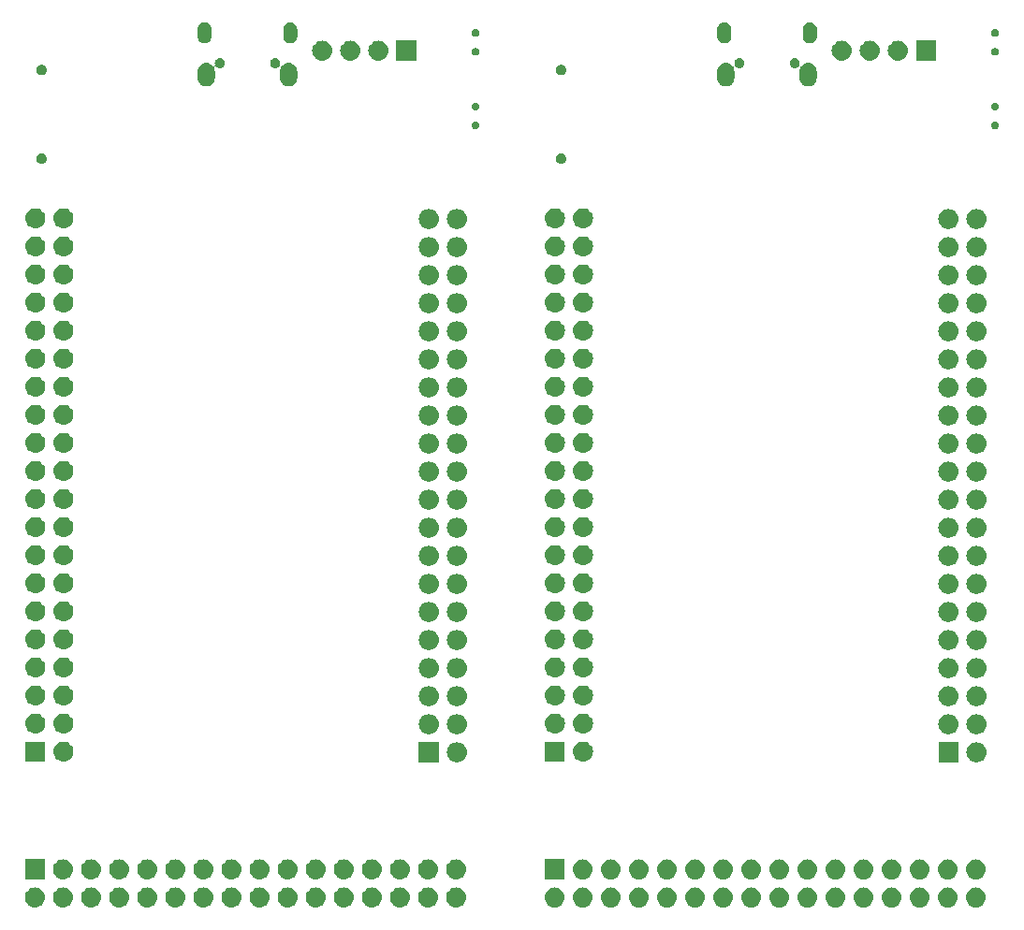
<source format=gbr>
G04 #@! TF.GenerationSoftware,KiCad,Pcbnew,(5.1.4)-1*
G04 #@! TF.CreationDate,2019-12-08T02:00:36+08:00*
G04 #@! TF.ProjectId,STM32F407VTE6-SOCKET_1x2,53544d33-3246-4343-9037-565445362d53,rev?*
G04 #@! TF.SameCoordinates,Original*
G04 #@! TF.FileFunction,Soldermask,Top*
G04 #@! TF.FilePolarity,Negative*
%FSLAX46Y46*%
G04 Gerber Fmt 4.6, Leading zero omitted, Abs format (unit mm)*
G04 Created by KiCad (PCBNEW (5.1.4)-1) date 2019-12-08 02:00:36*
%MOMM*%
%LPD*%
G04 APERTURE LIST*
%ADD10C,0.100000*%
G04 APERTURE END LIST*
D10*
G36*
X168330442Y-176275518D02*
G01*
X168396627Y-176282037D01*
X168566466Y-176333557D01*
X168722991Y-176417222D01*
X168758729Y-176446552D01*
X168860186Y-176529814D01*
X168943448Y-176631271D01*
X168972778Y-176667009D01*
X169056443Y-176823534D01*
X169107963Y-176993373D01*
X169125359Y-177170000D01*
X169107963Y-177346627D01*
X169056443Y-177516466D01*
X168972778Y-177672991D01*
X168943448Y-177708729D01*
X168860186Y-177810186D01*
X168758729Y-177893448D01*
X168722991Y-177922778D01*
X168566466Y-178006443D01*
X168396627Y-178057963D01*
X168330443Y-178064481D01*
X168264260Y-178071000D01*
X168175740Y-178071000D01*
X168109557Y-178064481D01*
X168043373Y-178057963D01*
X167873534Y-178006443D01*
X167717009Y-177922778D01*
X167681271Y-177893448D01*
X167579814Y-177810186D01*
X167496552Y-177708729D01*
X167467222Y-177672991D01*
X167383557Y-177516466D01*
X167332037Y-177346627D01*
X167314641Y-177170000D01*
X167332037Y-176993373D01*
X167383557Y-176823534D01*
X167467222Y-176667009D01*
X167496552Y-176631271D01*
X167579814Y-176529814D01*
X167681271Y-176446552D01*
X167717009Y-176417222D01*
X167873534Y-176333557D01*
X168043373Y-176282037D01*
X168109558Y-176275518D01*
X168175740Y-176269000D01*
X168264260Y-176269000D01*
X168330442Y-176275518D01*
X168330442Y-176275518D01*
G37*
G36*
X170870442Y-176275518D02*
G01*
X170936627Y-176282037D01*
X171106466Y-176333557D01*
X171262991Y-176417222D01*
X171298729Y-176446552D01*
X171400186Y-176529814D01*
X171483448Y-176631271D01*
X171512778Y-176667009D01*
X171596443Y-176823534D01*
X171647963Y-176993373D01*
X171665359Y-177170000D01*
X171647963Y-177346627D01*
X171596443Y-177516466D01*
X171512778Y-177672991D01*
X171483448Y-177708729D01*
X171400186Y-177810186D01*
X171298729Y-177893448D01*
X171262991Y-177922778D01*
X171106466Y-178006443D01*
X170936627Y-178057963D01*
X170870443Y-178064481D01*
X170804260Y-178071000D01*
X170715740Y-178071000D01*
X170649557Y-178064481D01*
X170583373Y-178057963D01*
X170413534Y-178006443D01*
X170257009Y-177922778D01*
X170221271Y-177893448D01*
X170119814Y-177810186D01*
X170036552Y-177708729D01*
X170007222Y-177672991D01*
X169923557Y-177516466D01*
X169872037Y-177346627D01*
X169854641Y-177170000D01*
X169872037Y-176993373D01*
X169923557Y-176823534D01*
X170007222Y-176667009D01*
X170036552Y-176631271D01*
X170119814Y-176529814D01*
X170221271Y-176446552D01*
X170257009Y-176417222D01*
X170413534Y-176333557D01*
X170583373Y-176282037D01*
X170649558Y-176275518D01*
X170715740Y-176269000D01*
X170804260Y-176269000D01*
X170870442Y-176275518D01*
X170870442Y-176275518D01*
G37*
G36*
X150550442Y-176275518D02*
G01*
X150616627Y-176282037D01*
X150786466Y-176333557D01*
X150942991Y-176417222D01*
X150978729Y-176446552D01*
X151080186Y-176529814D01*
X151163448Y-176631271D01*
X151192778Y-176667009D01*
X151276443Y-176823534D01*
X151327963Y-176993373D01*
X151345359Y-177170000D01*
X151327963Y-177346627D01*
X151276443Y-177516466D01*
X151192778Y-177672991D01*
X151163448Y-177708729D01*
X151080186Y-177810186D01*
X150978729Y-177893448D01*
X150942991Y-177922778D01*
X150786466Y-178006443D01*
X150616627Y-178057963D01*
X150550443Y-178064481D01*
X150484260Y-178071000D01*
X150395740Y-178071000D01*
X150329557Y-178064481D01*
X150263373Y-178057963D01*
X150093534Y-178006443D01*
X149937009Y-177922778D01*
X149901271Y-177893448D01*
X149799814Y-177810186D01*
X149716552Y-177708729D01*
X149687222Y-177672991D01*
X149603557Y-177516466D01*
X149552037Y-177346627D01*
X149534641Y-177170000D01*
X149552037Y-176993373D01*
X149603557Y-176823534D01*
X149687222Y-176667009D01*
X149716552Y-176631271D01*
X149799814Y-176529814D01*
X149901271Y-176446552D01*
X149937009Y-176417222D01*
X150093534Y-176333557D01*
X150263373Y-176282037D01*
X150329558Y-176275518D01*
X150395740Y-176269000D01*
X150484260Y-176269000D01*
X150550442Y-176275518D01*
X150550442Y-176275518D01*
G37*
G36*
X153090442Y-176275518D02*
G01*
X153156627Y-176282037D01*
X153326466Y-176333557D01*
X153482991Y-176417222D01*
X153518729Y-176446552D01*
X153620186Y-176529814D01*
X153703448Y-176631271D01*
X153732778Y-176667009D01*
X153816443Y-176823534D01*
X153867963Y-176993373D01*
X153885359Y-177170000D01*
X153867963Y-177346627D01*
X153816443Y-177516466D01*
X153732778Y-177672991D01*
X153703448Y-177708729D01*
X153620186Y-177810186D01*
X153518729Y-177893448D01*
X153482991Y-177922778D01*
X153326466Y-178006443D01*
X153156627Y-178057963D01*
X153090443Y-178064481D01*
X153024260Y-178071000D01*
X152935740Y-178071000D01*
X152869557Y-178064481D01*
X152803373Y-178057963D01*
X152633534Y-178006443D01*
X152477009Y-177922778D01*
X152441271Y-177893448D01*
X152339814Y-177810186D01*
X152256552Y-177708729D01*
X152227222Y-177672991D01*
X152143557Y-177516466D01*
X152092037Y-177346627D01*
X152074641Y-177170000D01*
X152092037Y-176993373D01*
X152143557Y-176823534D01*
X152227222Y-176667009D01*
X152256552Y-176631271D01*
X152339814Y-176529814D01*
X152441271Y-176446552D01*
X152477009Y-176417222D01*
X152633534Y-176333557D01*
X152803373Y-176282037D01*
X152869558Y-176275518D01*
X152935740Y-176269000D01*
X153024260Y-176269000D01*
X153090442Y-176275518D01*
X153090442Y-176275518D01*
G37*
G36*
X155630442Y-176275518D02*
G01*
X155696627Y-176282037D01*
X155866466Y-176333557D01*
X156022991Y-176417222D01*
X156058729Y-176446552D01*
X156160186Y-176529814D01*
X156243448Y-176631271D01*
X156272778Y-176667009D01*
X156356443Y-176823534D01*
X156407963Y-176993373D01*
X156425359Y-177170000D01*
X156407963Y-177346627D01*
X156356443Y-177516466D01*
X156272778Y-177672991D01*
X156243448Y-177708729D01*
X156160186Y-177810186D01*
X156058729Y-177893448D01*
X156022991Y-177922778D01*
X155866466Y-178006443D01*
X155696627Y-178057963D01*
X155630443Y-178064481D01*
X155564260Y-178071000D01*
X155475740Y-178071000D01*
X155409557Y-178064481D01*
X155343373Y-178057963D01*
X155173534Y-178006443D01*
X155017009Y-177922778D01*
X154981271Y-177893448D01*
X154879814Y-177810186D01*
X154796552Y-177708729D01*
X154767222Y-177672991D01*
X154683557Y-177516466D01*
X154632037Y-177346627D01*
X154614641Y-177170000D01*
X154632037Y-176993373D01*
X154683557Y-176823534D01*
X154767222Y-176667009D01*
X154796552Y-176631271D01*
X154879814Y-176529814D01*
X154981271Y-176446552D01*
X155017009Y-176417222D01*
X155173534Y-176333557D01*
X155343373Y-176282037D01*
X155409558Y-176275518D01*
X155475740Y-176269000D01*
X155564260Y-176269000D01*
X155630442Y-176275518D01*
X155630442Y-176275518D01*
G37*
G36*
X158170442Y-176275518D02*
G01*
X158236627Y-176282037D01*
X158406466Y-176333557D01*
X158562991Y-176417222D01*
X158598729Y-176446552D01*
X158700186Y-176529814D01*
X158783448Y-176631271D01*
X158812778Y-176667009D01*
X158896443Y-176823534D01*
X158947963Y-176993373D01*
X158965359Y-177170000D01*
X158947963Y-177346627D01*
X158896443Y-177516466D01*
X158812778Y-177672991D01*
X158783448Y-177708729D01*
X158700186Y-177810186D01*
X158598729Y-177893448D01*
X158562991Y-177922778D01*
X158406466Y-178006443D01*
X158236627Y-178057963D01*
X158170443Y-178064481D01*
X158104260Y-178071000D01*
X158015740Y-178071000D01*
X157949557Y-178064481D01*
X157883373Y-178057963D01*
X157713534Y-178006443D01*
X157557009Y-177922778D01*
X157521271Y-177893448D01*
X157419814Y-177810186D01*
X157336552Y-177708729D01*
X157307222Y-177672991D01*
X157223557Y-177516466D01*
X157172037Y-177346627D01*
X157154641Y-177170000D01*
X157172037Y-176993373D01*
X157223557Y-176823534D01*
X157307222Y-176667009D01*
X157336552Y-176631271D01*
X157419814Y-176529814D01*
X157521271Y-176446552D01*
X157557009Y-176417222D01*
X157713534Y-176333557D01*
X157883373Y-176282037D01*
X157949558Y-176275518D01*
X158015740Y-176269000D01*
X158104260Y-176269000D01*
X158170442Y-176275518D01*
X158170442Y-176275518D01*
G37*
G36*
X160710442Y-176275518D02*
G01*
X160776627Y-176282037D01*
X160946466Y-176333557D01*
X161102991Y-176417222D01*
X161138729Y-176446552D01*
X161240186Y-176529814D01*
X161323448Y-176631271D01*
X161352778Y-176667009D01*
X161436443Y-176823534D01*
X161487963Y-176993373D01*
X161505359Y-177170000D01*
X161487963Y-177346627D01*
X161436443Y-177516466D01*
X161352778Y-177672991D01*
X161323448Y-177708729D01*
X161240186Y-177810186D01*
X161138729Y-177893448D01*
X161102991Y-177922778D01*
X160946466Y-178006443D01*
X160776627Y-178057963D01*
X160710443Y-178064481D01*
X160644260Y-178071000D01*
X160555740Y-178071000D01*
X160489557Y-178064481D01*
X160423373Y-178057963D01*
X160253534Y-178006443D01*
X160097009Y-177922778D01*
X160061271Y-177893448D01*
X159959814Y-177810186D01*
X159876552Y-177708729D01*
X159847222Y-177672991D01*
X159763557Y-177516466D01*
X159712037Y-177346627D01*
X159694641Y-177170000D01*
X159712037Y-176993373D01*
X159763557Y-176823534D01*
X159847222Y-176667009D01*
X159876552Y-176631271D01*
X159959814Y-176529814D01*
X160061271Y-176446552D01*
X160097009Y-176417222D01*
X160253534Y-176333557D01*
X160423373Y-176282037D01*
X160489558Y-176275518D01*
X160555740Y-176269000D01*
X160644260Y-176269000D01*
X160710442Y-176275518D01*
X160710442Y-176275518D01*
G37*
G36*
X163250442Y-176275518D02*
G01*
X163316627Y-176282037D01*
X163486466Y-176333557D01*
X163642991Y-176417222D01*
X163678729Y-176446552D01*
X163780186Y-176529814D01*
X163863448Y-176631271D01*
X163892778Y-176667009D01*
X163976443Y-176823534D01*
X164027963Y-176993373D01*
X164045359Y-177170000D01*
X164027963Y-177346627D01*
X163976443Y-177516466D01*
X163892778Y-177672991D01*
X163863448Y-177708729D01*
X163780186Y-177810186D01*
X163678729Y-177893448D01*
X163642991Y-177922778D01*
X163486466Y-178006443D01*
X163316627Y-178057963D01*
X163250443Y-178064481D01*
X163184260Y-178071000D01*
X163095740Y-178071000D01*
X163029557Y-178064481D01*
X162963373Y-178057963D01*
X162793534Y-178006443D01*
X162637009Y-177922778D01*
X162601271Y-177893448D01*
X162499814Y-177810186D01*
X162416552Y-177708729D01*
X162387222Y-177672991D01*
X162303557Y-177516466D01*
X162252037Y-177346627D01*
X162234641Y-177170000D01*
X162252037Y-176993373D01*
X162303557Y-176823534D01*
X162387222Y-176667009D01*
X162416552Y-176631271D01*
X162499814Y-176529814D01*
X162601271Y-176446552D01*
X162637009Y-176417222D01*
X162793534Y-176333557D01*
X162963373Y-176282037D01*
X163029558Y-176275518D01*
X163095740Y-176269000D01*
X163184260Y-176269000D01*
X163250442Y-176275518D01*
X163250442Y-176275518D01*
G37*
G36*
X165790442Y-176275518D02*
G01*
X165856627Y-176282037D01*
X166026466Y-176333557D01*
X166182991Y-176417222D01*
X166218729Y-176446552D01*
X166320186Y-176529814D01*
X166403448Y-176631271D01*
X166432778Y-176667009D01*
X166516443Y-176823534D01*
X166567963Y-176993373D01*
X166585359Y-177170000D01*
X166567963Y-177346627D01*
X166516443Y-177516466D01*
X166432778Y-177672991D01*
X166403448Y-177708729D01*
X166320186Y-177810186D01*
X166218729Y-177893448D01*
X166182991Y-177922778D01*
X166026466Y-178006443D01*
X165856627Y-178057963D01*
X165790443Y-178064481D01*
X165724260Y-178071000D01*
X165635740Y-178071000D01*
X165569557Y-178064481D01*
X165503373Y-178057963D01*
X165333534Y-178006443D01*
X165177009Y-177922778D01*
X165141271Y-177893448D01*
X165039814Y-177810186D01*
X164956552Y-177708729D01*
X164927222Y-177672991D01*
X164843557Y-177516466D01*
X164792037Y-177346627D01*
X164774641Y-177170000D01*
X164792037Y-176993373D01*
X164843557Y-176823534D01*
X164927222Y-176667009D01*
X164956552Y-176631271D01*
X165039814Y-176529814D01*
X165141271Y-176446552D01*
X165177009Y-176417222D01*
X165333534Y-176333557D01*
X165503373Y-176282037D01*
X165569558Y-176275518D01*
X165635740Y-176269000D01*
X165724260Y-176269000D01*
X165790442Y-176275518D01*
X165790442Y-176275518D01*
G37*
G36*
X106090442Y-176275518D02*
G01*
X106156627Y-176282037D01*
X106326466Y-176333557D01*
X106482991Y-176417222D01*
X106518729Y-176446552D01*
X106620186Y-176529814D01*
X106703448Y-176631271D01*
X106732778Y-176667009D01*
X106816443Y-176823534D01*
X106867963Y-176993373D01*
X106885359Y-177170000D01*
X106867963Y-177346627D01*
X106816443Y-177516466D01*
X106732778Y-177672991D01*
X106703448Y-177708729D01*
X106620186Y-177810186D01*
X106518729Y-177893448D01*
X106482991Y-177922778D01*
X106326466Y-178006443D01*
X106156627Y-178057963D01*
X106090443Y-178064481D01*
X106024260Y-178071000D01*
X105935740Y-178071000D01*
X105869557Y-178064481D01*
X105803373Y-178057963D01*
X105633534Y-178006443D01*
X105477009Y-177922778D01*
X105441271Y-177893448D01*
X105339814Y-177810186D01*
X105256552Y-177708729D01*
X105227222Y-177672991D01*
X105143557Y-177516466D01*
X105092037Y-177346627D01*
X105074641Y-177170000D01*
X105092037Y-176993373D01*
X105143557Y-176823534D01*
X105227222Y-176667009D01*
X105256552Y-176631271D01*
X105339814Y-176529814D01*
X105441271Y-176446552D01*
X105477009Y-176417222D01*
X105633534Y-176333557D01*
X105803373Y-176282037D01*
X105869558Y-176275518D01*
X105935740Y-176269000D01*
X106024260Y-176269000D01*
X106090442Y-176275518D01*
X106090442Y-176275518D01*
G37*
G36*
X186110442Y-176275518D02*
G01*
X186176627Y-176282037D01*
X186346466Y-176333557D01*
X186502991Y-176417222D01*
X186538729Y-176446552D01*
X186640186Y-176529814D01*
X186723448Y-176631271D01*
X186752778Y-176667009D01*
X186836443Y-176823534D01*
X186887963Y-176993373D01*
X186905359Y-177170000D01*
X186887963Y-177346627D01*
X186836443Y-177516466D01*
X186752778Y-177672991D01*
X186723448Y-177708729D01*
X186640186Y-177810186D01*
X186538729Y-177893448D01*
X186502991Y-177922778D01*
X186346466Y-178006443D01*
X186176627Y-178057963D01*
X186110443Y-178064481D01*
X186044260Y-178071000D01*
X185955740Y-178071000D01*
X185889557Y-178064481D01*
X185823373Y-178057963D01*
X185653534Y-178006443D01*
X185497009Y-177922778D01*
X185461271Y-177893448D01*
X185359814Y-177810186D01*
X185276552Y-177708729D01*
X185247222Y-177672991D01*
X185163557Y-177516466D01*
X185112037Y-177346627D01*
X185094641Y-177170000D01*
X185112037Y-176993373D01*
X185163557Y-176823534D01*
X185247222Y-176667009D01*
X185276552Y-176631271D01*
X185359814Y-176529814D01*
X185461271Y-176446552D01*
X185497009Y-176417222D01*
X185653534Y-176333557D01*
X185823373Y-176282037D01*
X185889558Y-176275518D01*
X185955740Y-176269000D01*
X186044260Y-176269000D01*
X186110442Y-176275518D01*
X186110442Y-176275518D01*
G37*
G36*
X173410442Y-176275518D02*
G01*
X173476627Y-176282037D01*
X173646466Y-176333557D01*
X173802991Y-176417222D01*
X173838729Y-176446552D01*
X173940186Y-176529814D01*
X174023448Y-176631271D01*
X174052778Y-176667009D01*
X174136443Y-176823534D01*
X174187963Y-176993373D01*
X174205359Y-177170000D01*
X174187963Y-177346627D01*
X174136443Y-177516466D01*
X174052778Y-177672991D01*
X174023448Y-177708729D01*
X173940186Y-177810186D01*
X173838729Y-177893448D01*
X173802991Y-177922778D01*
X173646466Y-178006443D01*
X173476627Y-178057963D01*
X173410443Y-178064481D01*
X173344260Y-178071000D01*
X173255740Y-178071000D01*
X173189557Y-178064481D01*
X173123373Y-178057963D01*
X172953534Y-178006443D01*
X172797009Y-177922778D01*
X172761271Y-177893448D01*
X172659814Y-177810186D01*
X172576552Y-177708729D01*
X172547222Y-177672991D01*
X172463557Y-177516466D01*
X172412037Y-177346627D01*
X172394641Y-177170000D01*
X172412037Y-176993373D01*
X172463557Y-176823534D01*
X172547222Y-176667009D01*
X172576552Y-176631271D01*
X172659814Y-176529814D01*
X172761271Y-176446552D01*
X172797009Y-176417222D01*
X172953534Y-176333557D01*
X173123373Y-176282037D01*
X173189558Y-176275518D01*
X173255740Y-176269000D01*
X173344260Y-176269000D01*
X173410442Y-176275518D01*
X173410442Y-176275518D01*
G37*
G36*
X175950442Y-176275518D02*
G01*
X176016627Y-176282037D01*
X176186466Y-176333557D01*
X176342991Y-176417222D01*
X176378729Y-176446552D01*
X176480186Y-176529814D01*
X176563448Y-176631271D01*
X176592778Y-176667009D01*
X176676443Y-176823534D01*
X176727963Y-176993373D01*
X176745359Y-177170000D01*
X176727963Y-177346627D01*
X176676443Y-177516466D01*
X176592778Y-177672991D01*
X176563448Y-177708729D01*
X176480186Y-177810186D01*
X176378729Y-177893448D01*
X176342991Y-177922778D01*
X176186466Y-178006443D01*
X176016627Y-178057963D01*
X175950443Y-178064481D01*
X175884260Y-178071000D01*
X175795740Y-178071000D01*
X175729557Y-178064481D01*
X175663373Y-178057963D01*
X175493534Y-178006443D01*
X175337009Y-177922778D01*
X175301271Y-177893448D01*
X175199814Y-177810186D01*
X175116552Y-177708729D01*
X175087222Y-177672991D01*
X175003557Y-177516466D01*
X174952037Y-177346627D01*
X174934641Y-177170000D01*
X174952037Y-176993373D01*
X175003557Y-176823534D01*
X175087222Y-176667009D01*
X175116552Y-176631271D01*
X175199814Y-176529814D01*
X175301271Y-176446552D01*
X175337009Y-176417222D01*
X175493534Y-176333557D01*
X175663373Y-176282037D01*
X175729558Y-176275518D01*
X175795740Y-176269000D01*
X175884260Y-176269000D01*
X175950442Y-176275518D01*
X175950442Y-176275518D01*
G37*
G36*
X178490442Y-176275518D02*
G01*
X178556627Y-176282037D01*
X178726466Y-176333557D01*
X178882991Y-176417222D01*
X178918729Y-176446552D01*
X179020186Y-176529814D01*
X179103448Y-176631271D01*
X179132778Y-176667009D01*
X179216443Y-176823534D01*
X179267963Y-176993373D01*
X179285359Y-177170000D01*
X179267963Y-177346627D01*
X179216443Y-177516466D01*
X179132778Y-177672991D01*
X179103448Y-177708729D01*
X179020186Y-177810186D01*
X178918729Y-177893448D01*
X178882991Y-177922778D01*
X178726466Y-178006443D01*
X178556627Y-178057963D01*
X178490443Y-178064481D01*
X178424260Y-178071000D01*
X178335740Y-178071000D01*
X178269557Y-178064481D01*
X178203373Y-178057963D01*
X178033534Y-178006443D01*
X177877009Y-177922778D01*
X177841271Y-177893448D01*
X177739814Y-177810186D01*
X177656552Y-177708729D01*
X177627222Y-177672991D01*
X177543557Y-177516466D01*
X177492037Y-177346627D01*
X177474641Y-177170000D01*
X177492037Y-176993373D01*
X177543557Y-176823534D01*
X177627222Y-176667009D01*
X177656552Y-176631271D01*
X177739814Y-176529814D01*
X177841271Y-176446552D01*
X177877009Y-176417222D01*
X178033534Y-176333557D01*
X178203373Y-176282037D01*
X178269558Y-176275518D01*
X178335740Y-176269000D01*
X178424260Y-176269000D01*
X178490442Y-176275518D01*
X178490442Y-176275518D01*
G37*
G36*
X181030442Y-176275518D02*
G01*
X181096627Y-176282037D01*
X181266466Y-176333557D01*
X181422991Y-176417222D01*
X181458729Y-176446552D01*
X181560186Y-176529814D01*
X181643448Y-176631271D01*
X181672778Y-176667009D01*
X181756443Y-176823534D01*
X181807963Y-176993373D01*
X181825359Y-177170000D01*
X181807963Y-177346627D01*
X181756443Y-177516466D01*
X181672778Y-177672991D01*
X181643448Y-177708729D01*
X181560186Y-177810186D01*
X181458729Y-177893448D01*
X181422991Y-177922778D01*
X181266466Y-178006443D01*
X181096627Y-178057963D01*
X181030443Y-178064481D01*
X180964260Y-178071000D01*
X180875740Y-178071000D01*
X180809557Y-178064481D01*
X180743373Y-178057963D01*
X180573534Y-178006443D01*
X180417009Y-177922778D01*
X180381271Y-177893448D01*
X180279814Y-177810186D01*
X180196552Y-177708729D01*
X180167222Y-177672991D01*
X180083557Y-177516466D01*
X180032037Y-177346627D01*
X180014641Y-177170000D01*
X180032037Y-176993373D01*
X180083557Y-176823534D01*
X180167222Y-176667009D01*
X180196552Y-176631271D01*
X180279814Y-176529814D01*
X180381271Y-176446552D01*
X180417009Y-176417222D01*
X180573534Y-176333557D01*
X180743373Y-176282037D01*
X180809558Y-176275518D01*
X180875740Y-176269000D01*
X180964260Y-176269000D01*
X181030442Y-176275518D01*
X181030442Y-176275518D01*
G37*
G36*
X183570442Y-176275518D02*
G01*
X183636627Y-176282037D01*
X183806466Y-176333557D01*
X183962991Y-176417222D01*
X183998729Y-176446552D01*
X184100186Y-176529814D01*
X184183448Y-176631271D01*
X184212778Y-176667009D01*
X184296443Y-176823534D01*
X184347963Y-176993373D01*
X184365359Y-177170000D01*
X184347963Y-177346627D01*
X184296443Y-177516466D01*
X184212778Y-177672991D01*
X184183448Y-177708729D01*
X184100186Y-177810186D01*
X183998729Y-177893448D01*
X183962991Y-177922778D01*
X183806466Y-178006443D01*
X183636627Y-178057963D01*
X183570443Y-178064481D01*
X183504260Y-178071000D01*
X183415740Y-178071000D01*
X183349557Y-178064481D01*
X183283373Y-178057963D01*
X183113534Y-178006443D01*
X182957009Y-177922778D01*
X182921271Y-177893448D01*
X182819814Y-177810186D01*
X182736552Y-177708729D01*
X182707222Y-177672991D01*
X182623557Y-177516466D01*
X182572037Y-177346627D01*
X182554641Y-177170000D01*
X182572037Y-176993373D01*
X182623557Y-176823534D01*
X182707222Y-176667009D01*
X182736552Y-176631271D01*
X182819814Y-176529814D01*
X182921271Y-176446552D01*
X182957009Y-176417222D01*
X183113534Y-176333557D01*
X183283373Y-176282037D01*
X183349558Y-176275518D01*
X183415740Y-176269000D01*
X183504260Y-176269000D01*
X183570442Y-176275518D01*
X183570442Y-176275518D01*
G37*
G36*
X126410442Y-176275518D02*
G01*
X126476627Y-176282037D01*
X126646466Y-176333557D01*
X126802991Y-176417222D01*
X126838729Y-176446552D01*
X126940186Y-176529814D01*
X127023448Y-176631271D01*
X127052778Y-176667009D01*
X127136443Y-176823534D01*
X127187963Y-176993373D01*
X127205359Y-177170000D01*
X127187963Y-177346627D01*
X127136443Y-177516466D01*
X127052778Y-177672991D01*
X127023448Y-177708729D01*
X126940186Y-177810186D01*
X126838729Y-177893448D01*
X126802991Y-177922778D01*
X126646466Y-178006443D01*
X126476627Y-178057963D01*
X126410443Y-178064481D01*
X126344260Y-178071000D01*
X126255740Y-178071000D01*
X126189557Y-178064481D01*
X126123373Y-178057963D01*
X125953534Y-178006443D01*
X125797009Y-177922778D01*
X125761271Y-177893448D01*
X125659814Y-177810186D01*
X125576552Y-177708729D01*
X125547222Y-177672991D01*
X125463557Y-177516466D01*
X125412037Y-177346627D01*
X125394641Y-177170000D01*
X125412037Y-176993373D01*
X125463557Y-176823534D01*
X125547222Y-176667009D01*
X125576552Y-176631271D01*
X125659814Y-176529814D01*
X125761271Y-176446552D01*
X125797009Y-176417222D01*
X125953534Y-176333557D01*
X126123373Y-176282037D01*
X126189558Y-176275518D01*
X126255740Y-176269000D01*
X126344260Y-176269000D01*
X126410442Y-176275518D01*
X126410442Y-176275518D01*
G37*
G36*
X141650442Y-176275518D02*
G01*
X141716627Y-176282037D01*
X141886466Y-176333557D01*
X142042991Y-176417222D01*
X142078729Y-176446552D01*
X142180186Y-176529814D01*
X142263448Y-176631271D01*
X142292778Y-176667009D01*
X142376443Y-176823534D01*
X142427963Y-176993373D01*
X142445359Y-177170000D01*
X142427963Y-177346627D01*
X142376443Y-177516466D01*
X142292778Y-177672991D01*
X142263448Y-177708729D01*
X142180186Y-177810186D01*
X142078729Y-177893448D01*
X142042991Y-177922778D01*
X141886466Y-178006443D01*
X141716627Y-178057963D01*
X141650443Y-178064481D01*
X141584260Y-178071000D01*
X141495740Y-178071000D01*
X141429557Y-178064481D01*
X141363373Y-178057963D01*
X141193534Y-178006443D01*
X141037009Y-177922778D01*
X141001271Y-177893448D01*
X140899814Y-177810186D01*
X140816552Y-177708729D01*
X140787222Y-177672991D01*
X140703557Y-177516466D01*
X140652037Y-177346627D01*
X140634641Y-177170000D01*
X140652037Y-176993373D01*
X140703557Y-176823534D01*
X140787222Y-176667009D01*
X140816552Y-176631271D01*
X140899814Y-176529814D01*
X141001271Y-176446552D01*
X141037009Y-176417222D01*
X141193534Y-176333557D01*
X141363373Y-176282037D01*
X141429558Y-176275518D01*
X141495740Y-176269000D01*
X141584260Y-176269000D01*
X141650442Y-176275518D01*
X141650442Y-176275518D01*
G37*
G36*
X188650442Y-176275518D02*
G01*
X188716627Y-176282037D01*
X188886466Y-176333557D01*
X189042991Y-176417222D01*
X189078729Y-176446552D01*
X189180186Y-176529814D01*
X189263448Y-176631271D01*
X189292778Y-176667009D01*
X189376443Y-176823534D01*
X189427963Y-176993373D01*
X189445359Y-177170000D01*
X189427963Y-177346627D01*
X189376443Y-177516466D01*
X189292778Y-177672991D01*
X189263448Y-177708729D01*
X189180186Y-177810186D01*
X189078729Y-177893448D01*
X189042991Y-177922778D01*
X188886466Y-178006443D01*
X188716627Y-178057963D01*
X188650443Y-178064481D01*
X188584260Y-178071000D01*
X188495740Y-178071000D01*
X188429557Y-178064481D01*
X188363373Y-178057963D01*
X188193534Y-178006443D01*
X188037009Y-177922778D01*
X188001271Y-177893448D01*
X187899814Y-177810186D01*
X187816552Y-177708729D01*
X187787222Y-177672991D01*
X187703557Y-177516466D01*
X187652037Y-177346627D01*
X187634641Y-177170000D01*
X187652037Y-176993373D01*
X187703557Y-176823534D01*
X187787222Y-176667009D01*
X187816552Y-176631271D01*
X187899814Y-176529814D01*
X188001271Y-176446552D01*
X188037009Y-176417222D01*
X188193534Y-176333557D01*
X188363373Y-176282037D01*
X188429558Y-176275518D01*
X188495740Y-176269000D01*
X188584260Y-176269000D01*
X188650442Y-176275518D01*
X188650442Y-176275518D01*
G37*
G36*
X108630442Y-176275518D02*
G01*
X108696627Y-176282037D01*
X108866466Y-176333557D01*
X109022991Y-176417222D01*
X109058729Y-176446552D01*
X109160186Y-176529814D01*
X109243448Y-176631271D01*
X109272778Y-176667009D01*
X109356443Y-176823534D01*
X109407963Y-176993373D01*
X109425359Y-177170000D01*
X109407963Y-177346627D01*
X109356443Y-177516466D01*
X109272778Y-177672991D01*
X109243448Y-177708729D01*
X109160186Y-177810186D01*
X109058729Y-177893448D01*
X109022991Y-177922778D01*
X108866466Y-178006443D01*
X108696627Y-178057963D01*
X108630443Y-178064481D01*
X108564260Y-178071000D01*
X108475740Y-178071000D01*
X108409557Y-178064481D01*
X108343373Y-178057963D01*
X108173534Y-178006443D01*
X108017009Y-177922778D01*
X107981271Y-177893448D01*
X107879814Y-177810186D01*
X107796552Y-177708729D01*
X107767222Y-177672991D01*
X107683557Y-177516466D01*
X107632037Y-177346627D01*
X107614641Y-177170000D01*
X107632037Y-176993373D01*
X107683557Y-176823534D01*
X107767222Y-176667009D01*
X107796552Y-176631271D01*
X107879814Y-176529814D01*
X107981271Y-176446552D01*
X108017009Y-176417222D01*
X108173534Y-176333557D01*
X108343373Y-176282037D01*
X108409558Y-176275518D01*
X108475740Y-176269000D01*
X108564260Y-176269000D01*
X108630442Y-176275518D01*
X108630442Y-176275518D01*
G37*
G36*
X111170442Y-176275518D02*
G01*
X111236627Y-176282037D01*
X111406466Y-176333557D01*
X111562991Y-176417222D01*
X111598729Y-176446552D01*
X111700186Y-176529814D01*
X111783448Y-176631271D01*
X111812778Y-176667009D01*
X111896443Y-176823534D01*
X111947963Y-176993373D01*
X111965359Y-177170000D01*
X111947963Y-177346627D01*
X111896443Y-177516466D01*
X111812778Y-177672991D01*
X111783448Y-177708729D01*
X111700186Y-177810186D01*
X111598729Y-177893448D01*
X111562991Y-177922778D01*
X111406466Y-178006443D01*
X111236627Y-178057963D01*
X111170443Y-178064481D01*
X111104260Y-178071000D01*
X111015740Y-178071000D01*
X110949557Y-178064481D01*
X110883373Y-178057963D01*
X110713534Y-178006443D01*
X110557009Y-177922778D01*
X110521271Y-177893448D01*
X110419814Y-177810186D01*
X110336552Y-177708729D01*
X110307222Y-177672991D01*
X110223557Y-177516466D01*
X110172037Y-177346627D01*
X110154641Y-177170000D01*
X110172037Y-176993373D01*
X110223557Y-176823534D01*
X110307222Y-176667009D01*
X110336552Y-176631271D01*
X110419814Y-176529814D01*
X110521271Y-176446552D01*
X110557009Y-176417222D01*
X110713534Y-176333557D01*
X110883373Y-176282037D01*
X110949558Y-176275518D01*
X111015740Y-176269000D01*
X111104260Y-176269000D01*
X111170442Y-176275518D01*
X111170442Y-176275518D01*
G37*
G36*
X113710442Y-176275518D02*
G01*
X113776627Y-176282037D01*
X113946466Y-176333557D01*
X114102991Y-176417222D01*
X114138729Y-176446552D01*
X114240186Y-176529814D01*
X114323448Y-176631271D01*
X114352778Y-176667009D01*
X114436443Y-176823534D01*
X114487963Y-176993373D01*
X114505359Y-177170000D01*
X114487963Y-177346627D01*
X114436443Y-177516466D01*
X114352778Y-177672991D01*
X114323448Y-177708729D01*
X114240186Y-177810186D01*
X114138729Y-177893448D01*
X114102991Y-177922778D01*
X113946466Y-178006443D01*
X113776627Y-178057963D01*
X113710443Y-178064481D01*
X113644260Y-178071000D01*
X113555740Y-178071000D01*
X113489557Y-178064481D01*
X113423373Y-178057963D01*
X113253534Y-178006443D01*
X113097009Y-177922778D01*
X113061271Y-177893448D01*
X112959814Y-177810186D01*
X112876552Y-177708729D01*
X112847222Y-177672991D01*
X112763557Y-177516466D01*
X112712037Y-177346627D01*
X112694641Y-177170000D01*
X112712037Y-176993373D01*
X112763557Y-176823534D01*
X112847222Y-176667009D01*
X112876552Y-176631271D01*
X112959814Y-176529814D01*
X113061271Y-176446552D01*
X113097009Y-176417222D01*
X113253534Y-176333557D01*
X113423373Y-176282037D01*
X113489558Y-176275518D01*
X113555740Y-176269000D01*
X113644260Y-176269000D01*
X113710442Y-176275518D01*
X113710442Y-176275518D01*
G37*
G36*
X116250442Y-176275518D02*
G01*
X116316627Y-176282037D01*
X116486466Y-176333557D01*
X116642991Y-176417222D01*
X116678729Y-176446552D01*
X116780186Y-176529814D01*
X116863448Y-176631271D01*
X116892778Y-176667009D01*
X116976443Y-176823534D01*
X117027963Y-176993373D01*
X117045359Y-177170000D01*
X117027963Y-177346627D01*
X116976443Y-177516466D01*
X116892778Y-177672991D01*
X116863448Y-177708729D01*
X116780186Y-177810186D01*
X116678729Y-177893448D01*
X116642991Y-177922778D01*
X116486466Y-178006443D01*
X116316627Y-178057963D01*
X116250443Y-178064481D01*
X116184260Y-178071000D01*
X116095740Y-178071000D01*
X116029557Y-178064481D01*
X115963373Y-178057963D01*
X115793534Y-178006443D01*
X115637009Y-177922778D01*
X115601271Y-177893448D01*
X115499814Y-177810186D01*
X115416552Y-177708729D01*
X115387222Y-177672991D01*
X115303557Y-177516466D01*
X115252037Y-177346627D01*
X115234641Y-177170000D01*
X115252037Y-176993373D01*
X115303557Y-176823534D01*
X115387222Y-176667009D01*
X115416552Y-176631271D01*
X115499814Y-176529814D01*
X115601271Y-176446552D01*
X115637009Y-176417222D01*
X115793534Y-176333557D01*
X115963373Y-176282037D01*
X116029558Y-176275518D01*
X116095740Y-176269000D01*
X116184260Y-176269000D01*
X116250442Y-176275518D01*
X116250442Y-176275518D01*
G37*
G36*
X118790442Y-176275518D02*
G01*
X118856627Y-176282037D01*
X119026466Y-176333557D01*
X119182991Y-176417222D01*
X119218729Y-176446552D01*
X119320186Y-176529814D01*
X119403448Y-176631271D01*
X119432778Y-176667009D01*
X119516443Y-176823534D01*
X119567963Y-176993373D01*
X119585359Y-177170000D01*
X119567963Y-177346627D01*
X119516443Y-177516466D01*
X119432778Y-177672991D01*
X119403448Y-177708729D01*
X119320186Y-177810186D01*
X119218729Y-177893448D01*
X119182991Y-177922778D01*
X119026466Y-178006443D01*
X118856627Y-178057963D01*
X118790443Y-178064481D01*
X118724260Y-178071000D01*
X118635740Y-178071000D01*
X118569557Y-178064481D01*
X118503373Y-178057963D01*
X118333534Y-178006443D01*
X118177009Y-177922778D01*
X118141271Y-177893448D01*
X118039814Y-177810186D01*
X117956552Y-177708729D01*
X117927222Y-177672991D01*
X117843557Y-177516466D01*
X117792037Y-177346627D01*
X117774641Y-177170000D01*
X117792037Y-176993373D01*
X117843557Y-176823534D01*
X117927222Y-176667009D01*
X117956552Y-176631271D01*
X118039814Y-176529814D01*
X118141271Y-176446552D01*
X118177009Y-176417222D01*
X118333534Y-176333557D01*
X118503373Y-176282037D01*
X118569558Y-176275518D01*
X118635740Y-176269000D01*
X118724260Y-176269000D01*
X118790442Y-176275518D01*
X118790442Y-176275518D01*
G37*
G36*
X121330442Y-176275518D02*
G01*
X121396627Y-176282037D01*
X121566466Y-176333557D01*
X121722991Y-176417222D01*
X121758729Y-176446552D01*
X121860186Y-176529814D01*
X121943448Y-176631271D01*
X121972778Y-176667009D01*
X122056443Y-176823534D01*
X122107963Y-176993373D01*
X122125359Y-177170000D01*
X122107963Y-177346627D01*
X122056443Y-177516466D01*
X121972778Y-177672991D01*
X121943448Y-177708729D01*
X121860186Y-177810186D01*
X121758729Y-177893448D01*
X121722991Y-177922778D01*
X121566466Y-178006443D01*
X121396627Y-178057963D01*
X121330443Y-178064481D01*
X121264260Y-178071000D01*
X121175740Y-178071000D01*
X121109557Y-178064481D01*
X121043373Y-178057963D01*
X120873534Y-178006443D01*
X120717009Y-177922778D01*
X120681271Y-177893448D01*
X120579814Y-177810186D01*
X120496552Y-177708729D01*
X120467222Y-177672991D01*
X120383557Y-177516466D01*
X120332037Y-177346627D01*
X120314641Y-177170000D01*
X120332037Y-176993373D01*
X120383557Y-176823534D01*
X120467222Y-176667009D01*
X120496552Y-176631271D01*
X120579814Y-176529814D01*
X120681271Y-176446552D01*
X120717009Y-176417222D01*
X120873534Y-176333557D01*
X121043373Y-176282037D01*
X121109558Y-176275518D01*
X121175740Y-176269000D01*
X121264260Y-176269000D01*
X121330442Y-176275518D01*
X121330442Y-176275518D01*
G37*
G36*
X103550442Y-176275518D02*
G01*
X103616627Y-176282037D01*
X103786466Y-176333557D01*
X103942991Y-176417222D01*
X103978729Y-176446552D01*
X104080186Y-176529814D01*
X104163448Y-176631271D01*
X104192778Y-176667009D01*
X104276443Y-176823534D01*
X104327963Y-176993373D01*
X104345359Y-177170000D01*
X104327963Y-177346627D01*
X104276443Y-177516466D01*
X104192778Y-177672991D01*
X104163448Y-177708729D01*
X104080186Y-177810186D01*
X103978729Y-177893448D01*
X103942991Y-177922778D01*
X103786466Y-178006443D01*
X103616627Y-178057963D01*
X103550443Y-178064481D01*
X103484260Y-178071000D01*
X103395740Y-178071000D01*
X103329557Y-178064481D01*
X103263373Y-178057963D01*
X103093534Y-178006443D01*
X102937009Y-177922778D01*
X102901271Y-177893448D01*
X102799814Y-177810186D01*
X102716552Y-177708729D01*
X102687222Y-177672991D01*
X102603557Y-177516466D01*
X102552037Y-177346627D01*
X102534641Y-177170000D01*
X102552037Y-176993373D01*
X102603557Y-176823534D01*
X102687222Y-176667009D01*
X102716552Y-176631271D01*
X102799814Y-176529814D01*
X102901271Y-176446552D01*
X102937009Y-176417222D01*
X103093534Y-176333557D01*
X103263373Y-176282037D01*
X103329558Y-176275518D01*
X103395740Y-176269000D01*
X103484260Y-176269000D01*
X103550442Y-176275518D01*
X103550442Y-176275518D01*
G37*
G36*
X128950442Y-176275518D02*
G01*
X129016627Y-176282037D01*
X129186466Y-176333557D01*
X129342991Y-176417222D01*
X129378729Y-176446552D01*
X129480186Y-176529814D01*
X129563448Y-176631271D01*
X129592778Y-176667009D01*
X129676443Y-176823534D01*
X129727963Y-176993373D01*
X129745359Y-177170000D01*
X129727963Y-177346627D01*
X129676443Y-177516466D01*
X129592778Y-177672991D01*
X129563448Y-177708729D01*
X129480186Y-177810186D01*
X129378729Y-177893448D01*
X129342991Y-177922778D01*
X129186466Y-178006443D01*
X129016627Y-178057963D01*
X128950443Y-178064481D01*
X128884260Y-178071000D01*
X128795740Y-178071000D01*
X128729557Y-178064481D01*
X128663373Y-178057963D01*
X128493534Y-178006443D01*
X128337009Y-177922778D01*
X128301271Y-177893448D01*
X128199814Y-177810186D01*
X128116552Y-177708729D01*
X128087222Y-177672991D01*
X128003557Y-177516466D01*
X127952037Y-177346627D01*
X127934641Y-177170000D01*
X127952037Y-176993373D01*
X128003557Y-176823534D01*
X128087222Y-176667009D01*
X128116552Y-176631271D01*
X128199814Y-176529814D01*
X128301271Y-176446552D01*
X128337009Y-176417222D01*
X128493534Y-176333557D01*
X128663373Y-176282037D01*
X128729558Y-176275518D01*
X128795740Y-176269000D01*
X128884260Y-176269000D01*
X128950442Y-176275518D01*
X128950442Y-176275518D01*
G37*
G36*
X131490442Y-176275518D02*
G01*
X131556627Y-176282037D01*
X131726466Y-176333557D01*
X131882991Y-176417222D01*
X131918729Y-176446552D01*
X132020186Y-176529814D01*
X132103448Y-176631271D01*
X132132778Y-176667009D01*
X132216443Y-176823534D01*
X132267963Y-176993373D01*
X132285359Y-177170000D01*
X132267963Y-177346627D01*
X132216443Y-177516466D01*
X132132778Y-177672991D01*
X132103448Y-177708729D01*
X132020186Y-177810186D01*
X131918729Y-177893448D01*
X131882991Y-177922778D01*
X131726466Y-178006443D01*
X131556627Y-178057963D01*
X131490443Y-178064481D01*
X131424260Y-178071000D01*
X131335740Y-178071000D01*
X131269557Y-178064481D01*
X131203373Y-178057963D01*
X131033534Y-178006443D01*
X130877009Y-177922778D01*
X130841271Y-177893448D01*
X130739814Y-177810186D01*
X130656552Y-177708729D01*
X130627222Y-177672991D01*
X130543557Y-177516466D01*
X130492037Y-177346627D01*
X130474641Y-177170000D01*
X130492037Y-176993373D01*
X130543557Y-176823534D01*
X130627222Y-176667009D01*
X130656552Y-176631271D01*
X130739814Y-176529814D01*
X130841271Y-176446552D01*
X130877009Y-176417222D01*
X131033534Y-176333557D01*
X131203373Y-176282037D01*
X131269558Y-176275518D01*
X131335740Y-176269000D01*
X131424260Y-176269000D01*
X131490442Y-176275518D01*
X131490442Y-176275518D01*
G37*
G36*
X134030442Y-176275518D02*
G01*
X134096627Y-176282037D01*
X134266466Y-176333557D01*
X134422991Y-176417222D01*
X134458729Y-176446552D01*
X134560186Y-176529814D01*
X134643448Y-176631271D01*
X134672778Y-176667009D01*
X134756443Y-176823534D01*
X134807963Y-176993373D01*
X134825359Y-177170000D01*
X134807963Y-177346627D01*
X134756443Y-177516466D01*
X134672778Y-177672991D01*
X134643448Y-177708729D01*
X134560186Y-177810186D01*
X134458729Y-177893448D01*
X134422991Y-177922778D01*
X134266466Y-178006443D01*
X134096627Y-178057963D01*
X134030443Y-178064481D01*
X133964260Y-178071000D01*
X133875740Y-178071000D01*
X133809557Y-178064481D01*
X133743373Y-178057963D01*
X133573534Y-178006443D01*
X133417009Y-177922778D01*
X133381271Y-177893448D01*
X133279814Y-177810186D01*
X133196552Y-177708729D01*
X133167222Y-177672991D01*
X133083557Y-177516466D01*
X133032037Y-177346627D01*
X133014641Y-177170000D01*
X133032037Y-176993373D01*
X133083557Y-176823534D01*
X133167222Y-176667009D01*
X133196552Y-176631271D01*
X133279814Y-176529814D01*
X133381271Y-176446552D01*
X133417009Y-176417222D01*
X133573534Y-176333557D01*
X133743373Y-176282037D01*
X133809558Y-176275518D01*
X133875740Y-176269000D01*
X133964260Y-176269000D01*
X134030442Y-176275518D01*
X134030442Y-176275518D01*
G37*
G36*
X136570442Y-176275518D02*
G01*
X136636627Y-176282037D01*
X136806466Y-176333557D01*
X136962991Y-176417222D01*
X136998729Y-176446552D01*
X137100186Y-176529814D01*
X137183448Y-176631271D01*
X137212778Y-176667009D01*
X137296443Y-176823534D01*
X137347963Y-176993373D01*
X137365359Y-177170000D01*
X137347963Y-177346627D01*
X137296443Y-177516466D01*
X137212778Y-177672991D01*
X137183448Y-177708729D01*
X137100186Y-177810186D01*
X136998729Y-177893448D01*
X136962991Y-177922778D01*
X136806466Y-178006443D01*
X136636627Y-178057963D01*
X136570443Y-178064481D01*
X136504260Y-178071000D01*
X136415740Y-178071000D01*
X136349557Y-178064481D01*
X136283373Y-178057963D01*
X136113534Y-178006443D01*
X135957009Y-177922778D01*
X135921271Y-177893448D01*
X135819814Y-177810186D01*
X135736552Y-177708729D01*
X135707222Y-177672991D01*
X135623557Y-177516466D01*
X135572037Y-177346627D01*
X135554641Y-177170000D01*
X135572037Y-176993373D01*
X135623557Y-176823534D01*
X135707222Y-176667009D01*
X135736552Y-176631271D01*
X135819814Y-176529814D01*
X135921271Y-176446552D01*
X135957009Y-176417222D01*
X136113534Y-176333557D01*
X136283373Y-176282037D01*
X136349558Y-176275518D01*
X136415740Y-176269000D01*
X136504260Y-176269000D01*
X136570442Y-176275518D01*
X136570442Y-176275518D01*
G37*
G36*
X139110442Y-176275518D02*
G01*
X139176627Y-176282037D01*
X139346466Y-176333557D01*
X139502991Y-176417222D01*
X139538729Y-176446552D01*
X139640186Y-176529814D01*
X139723448Y-176631271D01*
X139752778Y-176667009D01*
X139836443Y-176823534D01*
X139887963Y-176993373D01*
X139905359Y-177170000D01*
X139887963Y-177346627D01*
X139836443Y-177516466D01*
X139752778Y-177672991D01*
X139723448Y-177708729D01*
X139640186Y-177810186D01*
X139538729Y-177893448D01*
X139502991Y-177922778D01*
X139346466Y-178006443D01*
X139176627Y-178057963D01*
X139110443Y-178064481D01*
X139044260Y-178071000D01*
X138955740Y-178071000D01*
X138889557Y-178064481D01*
X138823373Y-178057963D01*
X138653534Y-178006443D01*
X138497009Y-177922778D01*
X138461271Y-177893448D01*
X138359814Y-177810186D01*
X138276552Y-177708729D01*
X138247222Y-177672991D01*
X138163557Y-177516466D01*
X138112037Y-177346627D01*
X138094641Y-177170000D01*
X138112037Y-176993373D01*
X138163557Y-176823534D01*
X138247222Y-176667009D01*
X138276552Y-176631271D01*
X138359814Y-176529814D01*
X138461271Y-176446552D01*
X138497009Y-176417222D01*
X138653534Y-176333557D01*
X138823373Y-176282037D01*
X138889558Y-176275518D01*
X138955740Y-176269000D01*
X139044260Y-176269000D01*
X139110442Y-176275518D01*
X139110442Y-176275518D01*
G37*
G36*
X123870442Y-176275518D02*
G01*
X123936627Y-176282037D01*
X124106466Y-176333557D01*
X124262991Y-176417222D01*
X124298729Y-176446552D01*
X124400186Y-176529814D01*
X124483448Y-176631271D01*
X124512778Y-176667009D01*
X124596443Y-176823534D01*
X124647963Y-176993373D01*
X124665359Y-177170000D01*
X124647963Y-177346627D01*
X124596443Y-177516466D01*
X124512778Y-177672991D01*
X124483448Y-177708729D01*
X124400186Y-177810186D01*
X124298729Y-177893448D01*
X124262991Y-177922778D01*
X124106466Y-178006443D01*
X123936627Y-178057963D01*
X123870443Y-178064481D01*
X123804260Y-178071000D01*
X123715740Y-178071000D01*
X123649557Y-178064481D01*
X123583373Y-178057963D01*
X123413534Y-178006443D01*
X123257009Y-177922778D01*
X123221271Y-177893448D01*
X123119814Y-177810186D01*
X123036552Y-177708729D01*
X123007222Y-177672991D01*
X122923557Y-177516466D01*
X122872037Y-177346627D01*
X122854641Y-177170000D01*
X122872037Y-176993373D01*
X122923557Y-176823534D01*
X123007222Y-176667009D01*
X123036552Y-176631271D01*
X123119814Y-176529814D01*
X123221271Y-176446552D01*
X123257009Y-176417222D01*
X123413534Y-176333557D01*
X123583373Y-176282037D01*
X123649558Y-176275518D01*
X123715740Y-176269000D01*
X123804260Y-176269000D01*
X123870442Y-176275518D01*
X123870442Y-176275518D01*
G37*
G36*
X155630442Y-173735518D02*
G01*
X155696627Y-173742037D01*
X155866466Y-173793557D01*
X156022991Y-173877222D01*
X156058729Y-173906552D01*
X156160186Y-173989814D01*
X156243448Y-174091271D01*
X156272778Y-174127009D01*
X156356443Y-174283534D01*
X156407963Y-174453373D01*
X156425359Y-174630000D01*
X156407963Y-174806627D01*
X156356443Y-174976466D01*
X156272778Y-175132991D01*
X156243448Y-175168729D01*
X156160186Y-175270186D01*
X156058729Y-175353448D01*
X156022991Y-175382778D01*
X155866466Y-175466443D01*
X155696627Y-175517963D01*
X155630443Y-175524481D01*
X155564260Y-175531000D01*
X155475740Y-175531000D01*
X155409557Y-175524481D01*
X155343373Y-175517963D01*
X155173534Y-175466443D01*
X155017009Y-175382778D01*
X154981271Y-175353448D01*
X154879814Y-175270186D01*
X154796552Y-175168729D01*
X154767222Y-175132991D01*
X154683557Y-174976466D01*
X154632037Y-174806627D01*
X154614641Y-174630000D01*
X154632037Y-174453373D01*
X154683557Y-174283534D01*
X154767222Y-174127009D01*
X154796552Y-174091271D01*
X154879814Y-173989814D01*
X154981271Y-173906552D01*
X155017009Y-173877222D01*
X155173534Y-173793557D01*
X155343373Y-173742037D01*
X155409558Y-173735518D01*
X155475740Y-173729000D01*
X155564260Y-173729000D01*
X155630442Y-173735518D01*
X155630442Y-173735518D01*
G37*
G36*
X158170442Y-173735518D02*
G01*
X158236627Y-173742037D01*
X158406466Y-173793557D01*
X158562991Y-173877222D01*
X158598729Y-173906552D01*
X158700186Y-173989814D01*
X158783448Y-174091271D01*
X158812778Y-174127009D01*
X158896443Y-174283534D01*
X158947963Y-174453373D01*
X158965359Y-174630000D01*
X158947963Y-174806627D01*
X158896443Y-174976466D01*
X158812778Y-175132991D01*
X158783448Y-175168729D01*
X158700186Y-175270186D01*
X158598729Y-175353448D01*
X158562991Y-175382778D01*
X158406466Y-175466443D01*
X158236627Y-175517963D01*
X158170443Y-175524481D01*
X158104260Y-175531000D01*
X158015740Y-175531000D01*
X157949557Y-175524481D01*
X157883373Y-175517963D01*
X157713534Y-175466443D01*
X157557009Y-175382778D01*
X157521271Y-175353448D01*
X157419814Y-175270186D01*
X157336552Y-175168729D01*
X157307222Y-175132991D01*
X157223557Y-174976466D01*
X157172037Y-174806627D01*
X157154641Y-174630000D01*
X157172037Y-174453373D01*
X157223557Y-174283534D01*
X157307222Y-174127009D01*
X157336552Y-174091271D01*
X157419814Y-173989814D01*
X157521271Y-173906552D01*
X157557009Y-173877222D01*
X157713534Y-173793557D01*
X157883373Y-173742037D01*
X157949558Y-173735518D01*
X158015740Y-173729000D01*
X158104260Y-173729000D01*
X158170442Y-173735518D01*
X158170442Y-173735518D01*
G37*
G36*
X160710442Y-173735518D02*
G01*
X160776627Y-173742037D01*
X160946466Y-173793557D01*
X161102991Y-173877222D01*
X161138729Y-173906552D01*
X161240186Y-173989814D01*
X161323448Y-174091271D01*
X161352778Y-174127009D01*
X161436443Y-174283534D01*
X161487963Y-174453373D01*
X161505359Y-174630000D01*
X161487963Y-174806627D01*
X161436443Y-174976466D01*
X161352778Y-175132991D01*
X161323448Y-175168729D01*
X161240186Y-175270186D01*
X161138729Y-175353448D01*
X161102991Y-175382778D01*
X160946466Y-175466443D01*
X160776627Y-175517963D01*
X160710443Y-175524481D01*
X160644260Y-175531000D01*
X160555740Y-175531000D01*
X160489557Y-175524481D01*
X160423373Y-175517963D01*
X160253534Y-175466443D01*
X160097009Y-175382778D01*
X160061271Y-175353448D01*
X159959814Y-175270186D01*
X159876552Y-175168729D01*
X159847222Y-175132991D01*
X159763557Y-174976466D01*
X159712037Y-174806627D01*
X159694641Y-174630000D01*
X159712037Y-174453373D01*
X159763557Y-174283534D01*
X159847222Y-174127009D01*
X159876552Y-174091271D01*
X159959814Y-173989814D01*
X160061271Y-173906552D01*
X160097009Y-173877222D01*
X160253534Y-173793557D01*
X160423373Y-173742037D01*
X160489558Y-173735518D01*
X160555740Y-173729000D01*
X160644260Y-173729000D01*
X160710442Y-173735518D01*
X160710442Y-173735518D01*
G37*
G36*
X163250442Y-173735518D02*
G01*
X163316627Y-173742037D01*
X163486466Y-173793557D01*
X163642991Y-173877222D01*
X163678729Y-173906552D01*
X163780186Y-173989814D01*
X163863448Y-174091271D01*
X163892778Y-174127009D01*
X163976443Y-174283534D01*
X164027963Y-174453373D01*
X164045359Y-174630000D01*
X164027963Y-174806627D01*
X163976443Y-174976466D01*
X163892778Y-175132991D01*
X163863448Y-175168729D01*
X163780186Y-175270186D01*
X163678729Y-175353448D01*
X163642991Y-175382778D01*
X163486466Y-175466443D01*
X163316627Y-175517963D01*
X163250443Y-175524481D01*
X163184260Y-175531000D01*
X163095740Y-175531000D01*
X163029557Y-175524481D01*
X162963373Y-175517963D01*
X162793534Y-175466443D01*
X162637009Y-175382778D01*
X162601271Y-175353448D01*
X162499814Y-175270186D01*
X162416552Y-175168729D01*
X162387222Y-175132991D01*
X162303557Y-174976466D01*
X162252037Y-174806627D01*
X162234641Y-174630000D01*
X162252037Y-174453373D01*
X162303557Y-174283534D01*
X162387222Y-174127009D01*
X162416552Y-174091271D01*
X162499814Y-173989814D01*
X162601271Y-173906552D01*
X162637009Y-173877222D01*
X162793534Y-173793557D01*
X162963373Y-173742037D01*
X163029558Y-173735518D01*
X163095740Y-173729000D01*
X163184260Y-173729000D01*
X163250442Y-173735518D01*
X163250442Y-173735518D01*
G37*
G36*
X165790442Y-173735518D02*
G01*
X165856627Y-173742037D01*
X166026466Y-173793557D01*
X166182991Y-173877222D01*
X166218729Y-173906552D01*
X166320186Y-173989814D01*
X166403448Y-174091271D01*
X166432778Y-174127009D01*
X166516443Y-174283534D01*
X166567963Y-174453373D01*
X166585359Y-174630000D01*
X166567963Y-174806627D01*
X166516443Y-174976466D01*
X166432778Y-175132991D01*
X166403448Y-175168729D01*
X166320186Y-175270186D01*
X166218729Y-175353448D01*
X166182991Y-175382778D01*
X166026466Y-175466443D01*
X165856627Y-175517963D01*
X165790443Y-175524481D01*
X165724260Y-175531000D01*
X165635740Y-175531000D01*
X165569557Y-175524481D01*
X165503373Y-175517963D01*
X165333534Y-175466443D01*
X165177009Y-175382778D01*
X165141271Y-175353448D01*
X165039814Y-175270186D01*
X164956552Y-175168729D01*
X164927222Y-175132991D01*
X164843557Y-174976466D01*
X164792037Y-174806627D01*
X164774641Y-174630000D01*
X164792037Y-174453373D01*
X164843557Y-174283534D01*
X164927222Y-174127009D01*
X164956552Y-174091271D01*
X165039814Y-173989814D01*
X165141271Y-173906552D01*
X165177009Y-173877222D01*
X165333534Y-173793557D01*
X165503373Y-173742037D01*
X165569558Y-173735518D01*
X165635740Y-173729000D01*
X165724260Y-173729000D01*
X165790442Y-173735518D01*
X165790442Y-173735518D01*
G37*
G36*
X168330442Y-173735518D02*
G01*
X168396627Y-173742037D01*
X168566466Y-173793557D01*
X168722991Y-173877222D01*
X168758729Y-173906552D01*
X168860186Y-173989814D01*
X168943448Y-174091271D01*
X168972778Y-174127009D01*
X169056443Y-174283534D01*
X169107963Y-174453373D01*
X169125359Y-174630000D01*
X169107963Y-174806627D01*
X169056443Y-174976466D01*
X168972778Y-175132991D01*
X168943448Y-175168729D01*
X168860186Y-175270186D01*
X168758729Y-175353448D01*
X168722991Y-175382778D01*
X168566466Y-175466443D01*
X168396627Y-175517963D01*
X168330443Y-175524481D01*
X168264260Y-175531000D01*
X168175740Y-175531000D01*
X168109557Y-175524481D01*
X168043373Y-175517963D01*
X167873534Y-175466443D01*
X167717009Y-175382778D01*
X167681271Y-175353448D01*
X167579814Y-175270186D01*
X167496552Y-175168729D01*
X167467222Y-175132991D01*
X167383557Y-174976466D01*
X167332037Y-174806627D01*
X167314641Y-174630000D01*
X167332037Y-174453373D01*
X167383557Y-174283534D01*
X167467222Y-174127009D01*
X167496552Y-174091271D01*
X167579814Y-173989814D01*
X167681271Y-173906552D01*
X167717009Y-173877222D01*
X167873534Y-173793557D01*
X168043373Y-173742037D01*
X168109558Y-173735518D01*
X168175740Y-173729000D01*
X168264260Y-173729000D01*
X168330442Y-173735518D01*
X168330442Y-173735518D01*
G37*
G36*
X170870442Y-173735518D02*
G01*
X170936627Y-173742037D01*
X171106466Y-173793557D01*
X171262991Y-173877222D01*
X171298729Y-173906552D01*
X171400186Y-173989814D01*
X171483448Y-174091271D01*
X171512778Y-174127009D01*
X171596443Y-174283534D01*
X171647963Y-174453373D01*
X171665359Y-174630000D01*
X171647963Y-174806627D01*
X171596443Y-174976466D01*
X171512778Y-175132991D01*
X171483448Y-175168729D01*
X171400186Y-175270186D01*
X171298729Y-175353448D01*
X171262991Y-175382778D01*
X171106466Y-175466443D01*
X170936627Y-175517963D01*
X170870443Y-175524481D01*
X170804260Y-175531000D01*
X170715740Y-175531000D01*
X170649557Y-175524481D01*
X170583373Y-175517963D01*
X170413534Y-175466443D01*
X170257009Y-175382778D01*
X170221271Y-175353448D01*
X170119814Y-175270186D01*
X170036552Y-175168729D01*
X170007222Y-175132991D01*
X169923557Y-174976466D01*
X169872037Y-174806627D01*
X169854641Y-174630000D01*
X169872037Y-174453373D01*
X169923557Y-174283534D01*
X170007222Y-174127009D01*
X170036552Y-174091271D01*
X170119814Y-173989814D01*
X170221271Y-173906552D01*
X170257009Y-173877222D01*
X170413534Y-173793557D01*
X170583373Y-173742037D01*
X170649558Y-173735518D01*
X170715740Y-173729000D01*
X170804260Y-173729000D01*
X170870442Y-173735518D01*
X170870442Y-173735518D01*
G37*
G36*
X173410442Y-173735518D02*
G01*
X173476627Y-173742037D01*
X173646466Y-173793557D01*
X173802991Y-173877222D01*
X173838729Y-173906552D01*
X173940186Y-173989814D01*
X174023448Y-174091271D01*
X174052778Y-174127009D01*
X174136443Y-174283534D01*
X174187963Y-174453373D01*
X174205359Y-174630000D01*
X174187963Y-174806627D01*
X174136443Y-174976466D01*
X174052778Y-175132991D01*
X174023448Y-175168729D01*
X173940186Y-175270186D01*
X173838729Y-175353448D01*
X173802991Y-175382778D01*
X173646466Y-175466443D01*
X173476627Y-175517963D01*
X173410443Y-175524481D01*
X173344260Y-175531000D01*
X173255740Y-175531000D01*
X173189557Y-175524481D01*
X173123373Y-175517963D01*
X172953534Y-175466443D01*
X172797009Y-175382778D01*
X172761271Y-175353448D01*
X172659814Y-175270186D01*
X172576552Y-175168729D01*
X172547222Y-175132991D01*
X172463557Y-174976466D01*
X172412037Y-174806627D01*
X172394641Y-174630000D01*
X172412037Y-174453373D01*
X172463557Y-174283534D01*
X172547222Y-174127009D01*
X172576552Y-174091271D01*
X172659814Y-173989814D01*
X172761271Y-173906552D01*
X172797009Y-173877222D01*
X172953534Y-173793557D01*
X173123373Y-173742037D01*
X173189558Y-173735518D01*
X173255740Y-173729000D01*
X173344260Y-173729000D01*
X173410442Y-173735518D01*
X173410442Y-173735518D01*
G37*
G36*
X116250442Y-173735518D02*
G01*
X116316627Y-173742037D01*
X116486466Y-173793557D01*
X116642991Y-173877222D01*
X116678729Y-173906552D01*
X116780186Y-173989814D01*
X116863448Y-174091271D01*
X116892778Y-174127009D01*
X116976443Y-174283534D01*
X117027963Y-174453373D01*
X117045359Y-174630000D01*
X117027963Y-174806627D01*
X116976443Y-174976466D01*
X116892778Y-175132991D01*
X116863448Y-175168729D01*
X116780186Y-175270186D01*
X116678729Y-175353448D01*
X116642991Y-175382778D01*
X116486466Y-175466443D01*
X116316627Y-175517963D01*
X116250443Y-175524481D01*
X116184260Y-175531000D01*
X116095740Y-175531000D01*
X116029557Y-175524481D01*
X115963373Y-175517963D01*
X115793534Y-175466443D01*
X115637009Y-175382778D01*
X115601271Y-175353448D01*
X115499814Y-175270186D01*
X115416552Y-175168729D01*
X115387222Y-175132991D01*
X115303557Y-174976466D01*
X115252037Y-174806627D01*
X115234641Y-174630000D01*
X115252037Y-174453373D01*
X115303557Y-174283534D01*
X115387222Y-174127009D01*
X115416552Y-174091271D01*
X115499814Y-173989814D01*
X115601271Y-173906552D01*
X115637009Y-173877222D01*
X115793534Y-173793557D01*
X115963373Y-173742037D01*
X116029558Y-173735518D01*
X116095740Y-173729000D01*
X116184260Y-173729000D01*
X116250442Y-173735518D01*
X116250442Y-173735518D01*
G37*
G36*
X178490442Y-173735518D02*
G01*
X178556627Y-173742037D01*
X178726466Y-173793557D01*
X178882991Y-173877222D01*
X178918729Y-173906552D01*
X179020186Y-173989814D01*
X179103448Y-174091271D01*
X179132778Y-174127009D01*
X179216443Y-174283534D01*
X179267963Y-174453373D01*
X179285359Y-174630000D01*
X179267963Y-174806627D01*
X179216443Y-174976466D01*
X179132778Y-175132991D01*
X179103448Y-175168729D01*
X179020186Y-175270186D01*
X178918729Y-175353448D01*
X178882991Y-175382778D01*
X178726466Y-175466443D01*
X178556627Y-175517963D01*
X178490443Y-175524481D01*
X178424260Y-175531000D01*
X178335740Y-175531000D01*
X178269557Y-175524481D01*
X178203373Y-175517963D01*
X178033534Y-175466443D01*
X177877009Y-175382778D01*
X177841271Y-175353448D01*
X177739814Y-175270186D01*
X177656552Y-175168729D01*
X177627222Y-175132991D01*
X177543557Y-174976466D01*
X177492037Y-174806627D01*
X177474641Y-174630000D01*
X177492037Y-174453373D01*
X177543557Y-174283534D01*
X177627222Y-174127009D01*
X177656552Y-174091271D01*
X177739814Y-173989814D01*
X177841271Y-173906552D01*
X177877009Y-173877222D01*
X178033534Y-173793557D01*
X178203373Y-173742037D01*
X178269558Y-173735518D01*
X178335740Y-173729000D01*
X178424260Y-173729000D01*
X178490442Y-173735518D01*
X178490442Y-173735518D01*
G37*
G36*
X181030442Y-173735518D02*
G01*
X181096627Y-173742037D01*
X181266466Y-173793557D01*
X181422991Y-173877222D01*
X181458729Y-173906552D01*
X181560186Y-173989814D01*
X181643448Y-174091271D01*
X181672778Y-174127009D01*
X181756443Y-174283534D01*
X181807963Y-174453373D01*
X181825359Y-174630000D01*
X181807963Y-174806627D01*
X181756443Y-174976466D01*
X181672778Y-175132991D01*
X181643448Y-175168729D01*
X181560186Y-175270186D01*
X181458729Y-175353448D01*
X181422991Y-175382778D01*
X181266466Y-175466443D01*
X181096627Y-175517963D01*
X181030443Y-175524481D01*
X180964260Y-175531000D01*
X180875740Y-175531000D01*
X180809557Y-175524481D01*
X180743373Y-175517963D01*
X180573534Y-175466443D01*
X180417009Y-175382778D01*
X180381271Y-175353448D01*
X180279814Y-175270186D01*
X180196552Y-175168729D01*
X180167222Y-175132991D01*
X180083557Y-174976466D01*
X180032037Y-174806627D01*
X180014641Y-174630000D01*
X180032037Y-174453373D01*
X180083557Y-174283534D01*
X180167222Y-174127009D01*
X180196552Y-174091271D01*
X180279814Y-173989814D01*
X180381271Y-173906552D01*
X180417009Y-173877222D01*
X180573534Y-173793557D01*
X180743373Y-173742037D01*
X180809558Y-173735518D01*
X180875740Y-173729000D01*
X180964260Y-173729000D01*
X181030442Y-173735518D01*
X181030442Y-173735518D01*
G37*
G36*
X183570442Y-173735518D02*
G01*
X183636627Y-173742037D01*
X183806466Y-173793557D01*
X183962991Y-173877222D01*
X183998729Y-173906552D01*
X184100186Y-173989814D01*
X184183448Y-174091271D01*
X184212778Y-174127009D01*
X184296443Y-174283534D01*
X184347963Y-174453373D01*
X184365359Y-174630000D01*
X184347963Y-174806627D01*
X184296443Y-174976466D01*
X184212778Y-175132991D01*
X184183448Y-175168729D01*
X184100186Y-175270186D01*
X183998729Y-175353448D01*
X183962991Y-175382778D01*
X183806466Y-175466443D01*
X183636627Y-175517963D01*
X183570443Y-175524481D01*
X183504260Y-175531000D01*
X183415740Y-175531000D01*
X183349557Y-175524481D01*
X183283373Y-175517963D01*
X183113534Y-175466443D01*
X182957009Y-175382778D01*
X182921271Y-175353448D01*
X182819814Y-175270186D01*
X182736552Y-175168729D01*
X182707222Y-175132991D01*
X182623557Y-174976466D01*
X182572037Y-174806627D01*
X182554641Y-174630000D01*
X182572037Y-174453373D01*
X182623557Y-174283534D01*
X182707222Y-174127009D01*
X182736552Y-174091271D01*
X182819814Y-173989814D01*
X182921271Y-173906552D01*
X182957009Y-173877222D01*
X183113534Y-173793557D01*
X183283373Y-173742037D01*
X183349558Y-173735518D01*
X183415740Y-173729000D01*
X183504260Y-173729000D01*
X183570442Y-173735518D01*
X183570442Y-173735518D01*
G37*
G36*
X106090442Y-173735518D02*
G01*
X106156627Y-173742037D01*
X106326466Y-173793557D01*
X106482991Y-173877222D01*
X106518729Y-173906552D01*
X106620186Y-173989814D01*
X106703448Y-174091271D01*
X106732778Y-174127009D01*
X106816443Y-174283534D01*
X106867963Y-174453373D01*
X106885359Y-174630000D01*
X106867963Y-174806627D01*
X106816443Y-174976466D01*
X106732778Y-175132991D01*
X106703448Y-175168729D01*
X106620186Y-175270186D01*
X106518729Y-175353448D01*
X106482991Y-175382778D01*
X106326466Y-175466443D01*
X106156627Y-175517963D01*
X106090443Y-175524481D01*
X106024260Y-175531000D01*
X105935740Y-175531000D01*
X105869557Y-175524481D01*
X105803373Y-175517963D01*
X105633534Y-175466443D01*
X105477009Y-175382778D01*
X105441271Y-175353448D01*
X105339814Y-175270186D01*
X105256552Y-175168729D01*
X105227222Y-175132991D01*
X105143557Y-174976466D01*
X105092037Y-174806627D01*
X105074641Y-174630000D01*
X105092037Y-174453373D01*
X105143557Y-174283534D01*
X105227222Y-174127009D01*
X105256552Y-174091271D01*
X105339814Y-173989814D01*
X105441271Y-173906552D01*
X105477009Y-173877222D01*
X105633534Y-173793557D01*
X105803373Y-173742037D01*
X105869558Y-173735518D01*
X105935740Y-173729000D01*
X106024260Y-173729000D01*
X106090442Y-173735518D01*
X106090442Y-173735518D01*
G37*
G36*
X108630442Y-173735518D02*
G01*
X108696627Y-173742037D01*
X108866466Y-173793557D01*
X109022991Y-173877222D01*
X109058729Y-173906552D01*
X109160186Y-173989814D01*
X109243448Y-174091271D01*
X109272778Y-174127009D01*
X109356443Y-174283534D01*
X109407963Y-174453373D01*
X109425359Y-174630000D01*
X109407963Y-174806627D01*
X109356443Y-174976466D01*
X109272778Y-175132991D01*
X109243448Y-175168729D01*
X109160186Y-175270186D01*
X109058729Y-175353448D01*
X109022991Y-175382778D01*
X108866466Y-175466443D01*
X108696627Y-175517963D01*
X108630443Y-175524481D01*
X108564260Y-175531000D01*
X108475740Y-175531000D01*
X108409557Y-175524481D01*
X108343373Y-175517963D01*
X108173534Y-175466443D01*
X108017009Y-175382778D01*
X107981271Y-175353448D01*
X107879814Y-175270186D01*
X107796552Y-175168729D01*
X107767222Y-175132991D01*
X107683557Y-174976466D01*
X107632037Y-174806627D01*
X107614641Y-174630000D01*
X107632037Y-174453373D01*
X107683557Y-174283534D01*
X107767222Y-174127009D01*
X107796552Y-174091271D01*
X107879814Y-173989814D01*
X107981271Y-173906552D01*
X108017009Y-173877222D01*
X108173534Y-173793557D01*
X108343373Y-173742037D01*
X108409558Y-173735518D01*
X108475740Y-173729000D01*
X108564260Y-173729000D01*
X108630442Y-173735518D01*
X108630442Y-173735518D01*
G37*
G36*
X111170442Y-173735518D02*
G01*
X111236627Y-173742037D01*
X111406466Y-173793557D01*
X111562991Y-173877222D01*
X111598729Y-173906552D01*
X111700186Y-173989814D01*
X111783448Y-174091271D01*
X111812778Y-174127009D01*
X111896443Y-174283534D01*
X111947963Y-174453373D01*
X111965359Y-174630000D01*
X111947963Y-174806627D01*
X111896443Y-174976466D01*
X111812778Y-175132991D01*
X111783448Y-175168729D01*
X111700186Y-175270186D01*
X111598729Y-175353448D01*
X111562991Y-175382778D01*
X111406466Y-175466443D01*
X111236627Y-175517963D01*
X111170443Y-175524481D01*
X111104260Y-175531000D01*
X111015740Y-175531000D01*
X110949557Y-175524481D01*
X110883373Y-175517963D01*
X110713534Y-175466443D01*
X110557009Y-175382778D01*
X110521271Y-175353448D01*
X110419814Y-175270186D01*
X110336552Y-175168729D01*
X110307222Y-175132991D01*
X110223557Y-174976466D01*
X110172037Y-174806627D01*
X110154641Y-174630000D01*
X110172037Y-174453373D01*
X110223557Y-174283534D01*
X110307222Y-174127009D01*
X110336552Y-174091271D01*
X110419814Y-173989814D01*
X110521271Y-173906552D01*
X110557009Y-173877222D01*
X110713534Y-173793557D01*
X110883373Y-173742037D01*
X110949558Y-173735518D01*
X111015740Y-173729000D01*
X111104260Y-173729000D01*
X111170442Y-173735518D01*
X111170442Y-173735518D01*
G37*
G36*
X113710442Y-173735518D02*
G01*
X113776627Y-173742037D01*
X113946466Y-173793557D01*
X114102991Y-173877222D01*
X114138729Y-173906552D01*
X114240186Y-173989814D01*
X114323448Y-174091271D01*
X114352778Y-174127009D01*
X114436443Y-174283534D01*
X114487963Y-174453373D01*
X114505359Y-174630000D01*
X114487963Y-174806627D01*
X114436443Y-174976466D01*
X114352778Y-175132991D01*
X114323448Y-175168729D01*
X114240186Y-175270186D01*
X114138729Y-175353448D01*
X114102991Y-175382778D01*
X113946466Y-175466443D01*
X113776627Y-175517963D01*
X113710443Y-175524481D01*
X113644260Y-175531000D01*
X113555740Y-175531000D01*
X113489557Y-175524481D01*
X113423373Y-175517963D01*
X113253534Y-175466443D01*
X113097009Y-175382778D01*
X113061271Y-175353448D01*
X112959814Y-175270186D01*
X112876552Y-175168729D01*
X112847222Y-175132991D01*
X112763557Y-174976466D01*
X112712037Y-174806627D01*
X112694641Y-174630000D01*
X112712037Y-174453373D01*
X112763557Y-174283534D01*
X112847222Y-174127009D01*
X112876552Y-174091271D01*
X112959814Y-173989814D01*
X113061271Y-173906552D01*
X113097009Y-173877222D01*
X113253534Y-173793557D01*
X113423373Y-173742037D01*
X113489558Y-173735518D01*
X113555740Y-173729000D01*
X113644260Y-173729000D01*
X113710442Y-173735518D01*
X113710442Y-173735518D01*
G37*
G36*
X151341000Y-175531000D02*
G01*
X149539000Y-175531000D01*
X149539000Y-173729000D01*
X151341000Y-173729000D01*
X151341000Y-175531000D01*
X151341000Y-175531000D01*
G37*
G36*
X134030442Y-173735518D02*
G01*
X134096627Y-173742037D01*
X134266466Y-173793557D01*
X134422991Y-173877222D01*
X134458729Y-173906552D01*
X134560186Y-173989814D01*
X134643448Y-174091271D01*
X134672778Y-174127009D01*
X134756443Y-174283534D01*
X134807963Y-174453373D01*
X134825359Y-174630000D01*
X134807963Y-174806627D01*
X134756443Y-174976466D01*
X134672778Y-175132991D01*
X134643448Y-175168729D01*
X134560186Y-175270186D01*
X134458729Y-175353448D01*
X134422991Y-175382778D01*
X134266466Y-175466443D01*
X134096627Y-175517963D01*
X134030443Y-175524481D01*
X133964260Y-175531000D01*
X133875740Y-175531000D01*
X133809557Y-175524481D01*
X133743373Y-175517963D01*
X133573534Y-175466443D01*
X133417009Y-175382778D01*
X133381271Y-175353448D01*
X133279814Y-175270186D01*
X133196552Y-175168729D01*
X133167222Y-175132991D01*
X133083557Y-174976466D01*
X133032037Y-174806627D01*
X133014641Y-174630000D01*
X133032037Y-174453373D01*
X133083557Y-174283534D01*
X133167222Y-174127009D01*
X133196552Y-174091271D01*
X133279814Y-173989814D01*
X133381271Y-173906552D01*
X133417009Y-173877222D01*
X133573534Y-173793557D01*
X133743373Y-173742037D01*
X133809558Y-173735518D01*
X133875740Y-173729000D01*
X133964260Y-173729000D01*
X134030442Y-173735518D01*
X134030442Y-173735518D01*
G37*
G36*
X186110442Y-173735518D02*
G01*
X186176627Y-173742037D01*
X186346466Y-173793557D01*
X186502991Y-173877222D01*
X186538729Y-173906552D01*
X186640186Y-173989814D01*
X186723448Y-174091271D01*
X186752778Y-174127009D01*
X186836443Y-174283534D01*
X186887963Y-174453373D01*
X186905359Y-174630000D01*
X186887963Y-174806627D01*
X186836443Y-174976466D01*
X186752778Y-175132991D01*
X186723448Y-175168729D01*
X186640186Y-175270186D01*
X186538729Y-175353448D01*
X186502991Y-175382778D01*
X186346466Y-175466443D01*
X186176627Y-175517963D01*
X186110443Y-175524481D01*
X186044260Y-175531000D01*
X185955740Y-175531000D01*
X185889557Y-175524481D01*
X185823373Y-175517963D01*
X185653534Y-175466443D01*
X185497009Y-175382778D01*
X185461271Y-175353448D01*
X185359814Y-175270186D01*
X185276552Y-175168729D01*
X185247222Y-175132991D01*
X185163557Y-174976466D01*
X185112037Y-174806627D01*
X185094641Y-174630000D01*
X185112037Y-174453373D01*
X185163557Y-174283534D01*
X185247222Y-174127009D01*
X185276552Y-174091271D01*
X185359814Y-173989814D01*
X185461271Y-173906552D01*
X185497009Y-173877222D01*
X185653534Y-173793557D01*
X185823373Y-173742037D01*
X185889558Y-173735518D01*
X185955740Y-173729000D01*
X186044260Y-173729000D01*
X186110442Y-173735518D01*
X186110442Y-173735518D01*
G37*
G36*
X188650442Y-173735518D02*
G01*
X188716627Y-173742037D01*
X188886466Y-173793557D01*
X189042991Y-173877222D01*
X189078729Y-173906552D01*
X189180186Y-173989814D01*
X189263448Y-174091271D01*
X189292778Y-174127009D01*
X189376443Y-174283534D01*
X189427963Y-174453373D01*
X189445359Y-174630000D01*
X189427963Y-174806627D01*
X189376443Y-174976466D01*
X189292778Y-175132991D01*
X189263448Y-175168729D01*
X189180186Y-175270186D01*
X189078729Y-175353448D01*
X189042991Y-175382778D01*
X188886466Y-175466443D01*
X188716627Y-175517963D01*
X188650443Y-175524481D01*
X188584260Y-175531000D01*
X188495740Y-175531000D01*
X188429557Y-175524481D01*
X188363373Y-175517963D01*
X188193534Y-175466443D01*
X188037009Y-175382778D01*
X188001271Y-175353448D01*
X187899814Y-175270186D01*
X187816552Y-175168729D01*
X187787222Y-175132991D01*
X187703557Y-174976466D01*
X187652037Y-174806627D01*
X187634641Y-174630000D01*
X187652037Y-174453373D01*
X187703557Y-174283534D01*
X187787222Y-174127009D01*
X187816552Y-174091271D01*
X187899814Y-173989814D01*
X188001271Y-173906552D01*
X188037009Y-173877222D01*
X188193534Y-173793557D01*
X188363373Y-173742037D01*
X188429558Y-173735518D01*
X188495740Y-173729000D01*
X188584260Y-173729000D01*
X188650442Y-173735518D01*
X188650442Y-173735518D01*
G37*
G36*
X118790442Y-173735518D02*
G01*
X118856627Y-173742037D01*
X119026466Y-173793557D01*
X119182991Y-173877222D01*
X119218729Y-173906552D01*
X119320186Y-173989814D01*
X119403448Y-174091271D01*
X119432778Y-174127009D01*
X119516443Y-174283534D01*
X119567963Y-174453373D01*
X119585359Y-174630000D01*
X119567963Y-174806627D01*
X119516443Y-174976466D01*
X119432778Y-175132991D01*
X119403448Y-175168729D01*
X119320186Y-175270186D01*
X119218729Y-175353448D01*
X119182991Y-175382778D01*
X119026466Y-175466443D01*
X118856627Y-175517963D01*
X118790443Y-175524481D01*
X118724260Y-175531000D01*
X118635740Y-175531000D01*
X118569557Y-175524481D01*
X118503373Y-175517963D01*
X118333534Y-175466443D01*
X118177009Y-175382778D01*
X118141271Y-175353448D01*
X118039814Y-175270186D01*
X117956552Y-175168729D01*
X117927222Y-175132991D01*
X117843557Y-174976466D01*
X117792037Y-174806627D01*
X117774641Y-174630000D01*
X117792037Y-174453373D01*
X117843557Y-174283534D01*
X117927222Y-174127009D01*
X117956552Y-174091271D01*
X118039814Y-173989814D01*
X118141271Y-173906552D01*
X118177009Y-173877222D01*
X118333534Y-173793557D01*
X118503373Y-173742037D01*
X118569558Y-173735518D01*
X118635740Y-173729000D01*
X118724260Y-173729000D01*
X118790442Y-173735518D01*
X118790442Y-173735518D01*
G37*
G36*
X141650442Y-173735518D02*
G01*
X141716627Y-173742037D01*
X141886466Y-173793557D01*
X142042991Y-173877222D01*
X142078729Y-173906552D01*
X142180186Y-173989814D01*
X142263448Y-174091271D01*
X142292778Y-174127009D01*
X142376443Y-174283534D01*
X142427963Y-174453373D01*
X142445359Y-174630000D01*
X142427963Y-174806627D01*
X142376443Y-174976466D01*
X142292778Y-175132991D01*
X142263448Y-175168729D01*
X142180186Y-175270186D01*
X142078729Y-175353448D01*
X142042991Y-175382778D01*
X141886466Y-175466443D01*
X141716627Y-175517963D01*
X141650443Y-175524481D01*
X141584260Y-175531000D01*
X141495740Y-175531000D01*
X141429557Y-175524481D01*
X141363373Y-175517963D01*
X141193534Y-175466443D01*
X141037009Y-175382778D01*
X141001271Y-175353448D01*
X140899814Y-175270186D01*
X140816552Y-175168729D01*
X140787222Y-175132991D01*
X140703557Y-174976466D01*
X140652037Y-174806627D01*
X140634641Y-174630000D01*
X140652037Y-174453373D01*
X140703557Y-174283534D01*
X140787222Y-174127009D01*
X140816552Y-174091271D01*
X140899814Y-173989814D01*
X141001271Y-173906552D01*
X141037009Y-173877222D01*
X141193534Y-173793557D01*
X141363373Y-173742037D01*
X141429558Y-173735518D01*
X141495740Y-173729000D01*
X141584260Y-173729000D01*
X141650442Y-173735518D01*
X141650442Y-173735518D01*
G37*
G36*
X131490442Y-173735518D02*
G01*
X131556627Y-173742037D01*
X131726466Y-173793557D01*
X131882991Y-173877222D01*
X131918729Y-173906552D01*
X132020186Y-173989814D01*
X132103448Y-174091271D01*
X132132778Y-174127009D01*
X132216443Y-174283534D01*
X132267963Y-174453373D01*
X132285359Y-174630000D01*
X132267963Y-174806627D01*
X132216443Y-174976466D01*
X132132778Y-175132991D01*
X132103448Y-175168729D01*
X132020186Y-175270186D01*
X131918729Y-175353448D01*
X131882991Y-175382778D01*
X131726466Y-175466443D01*
X131556627Y-175517963D01*
X131490443Y-175524481D01*
X131424260Y-175531000D01*
X131335740Y-175531000D01*
X131269557Y-175524481D01*
X131203373Y-175517963D01*
X131033534Y-175466443D01*
X130877009Y-175382778D01*
X130841271Y-175353448D01*
X130739814Y-175270186D01*
X130656552Y-175168729D01*
X130627222Y-175132991D01*
X130543557Y-174976466D01*
X130492037Y-174806627D01*
X130474641Y-174630000D01*
X130492037Y-174453373D01*
X130543557Y-174283534D01*
X130627222Y-174127009D01*
X130656552Y-174091271D01*
X130739814Y-173989814D01*
X130841271Y-173906552D01*
X130877009Y-173877222D01*
X131033534Y-173793557D01*
X131203373Y-173742037D01*
X131269558Y-173735518D01*
X131335740Y-173729000D01*
X131424260Y-173729000D01*
X131490442Y-173735518D01*
X131490442Y-173735518D01*
G37*
G36*
X121330442Y-173735518D02*
G01*
X121396627Y-173742037D01*
X121566466Y-173793557D01*
X121722991Y-173877222D01*
X121758729Y-173906552D01*
X121860186Y-173989814D01*
X121943448Y-174091271D01*
X121972778Y-174127009D01*
X122056443Y-174283534D01*
X122107963Y-174453373D01*
X122125359Y-174630000D01*
X122107963Y-174806627D01*
X122056443Y-174976466D01*
X121972778Y-175132991D01*
X121943448Y-175168729D01*
X121860186Y-175270186D01*
X121758729Y-175353448D01*
X121722991Y-175382778D01*
X121566466Y-175466443D01*
X121396627Y-175517963D01*
X121330443Y-175524481D01*
X121264260Y-175531000D01*
X121175740Y-175531000D01*
X121109557Y-175524481D01*
X121043373Y-175517963D01*
X120873534Y-175466443D01*
X120717009Y-175382778D01*
X120681271Y-175353448D01*
X120579814Y-175270186D01*
X120496552Y-175168729D01*
X120467222Y-175132991D01*
X120383557Y-174976466D01*
X120332037Y-174806627D01*
X120314641Y-174630000D01*
X120332037Y-174453373D01*
X120383557Y-174283534D01*
X120467222Y-174127009D01*
X120496552Y-174091271D01*
X120579814Y-173989814D01*
X120681271Y-173906552D01*
X120717009Y-173877222D01*
X120873534Y-173793557D01*
X121043373Y-173742037D01*
X121109558Y-173735518D01*
X121175740Y-173729000D01*
X121264260Y-173729000D01*
X121330442Y-173735518D01*
X121330442Y-173735518D01*
G37*
G36*
X139110442Y-173735518D02*
G01*
X139176627Y-173742037D01*
X139346466Y-173793557D01*
X139502991Y-173877222D01*
X139538729Y-173906552D01*
X139640186Y-173989814D01*
X139723448Y-174091271D01*
X139752778Y-174127009D01*
X139836443Y-174283534D01*
X139887963Y-174453373D01*
X139905359Y-174630000D01*
X139887963Y-174806627D01*
X139836443Y-174976466D01*
X139752778Y-175132991D01*
X139723448Y-175168729D01*
X139640186Y-175270186D01*
X139538729Y-175353448D01*
X139502991Y-175382778D01*
X139346466Y-175466443D01*
X139176627Y-175517963D01*
X139110443Y-175524481D01*
X139044260Y-175531000D01*
X138955740Y-175531000D01*
X138889557Y-175524481D01*
X138823373Y-175517963D01*
X138653534Y-175466443D01*
X138497009Y-175382778D01*
X138461271Y-175353448D01*
X138359814Y-175270186D01*
X138276552Y-175168729D01*
X138247222Y-175132991D01*
X138163557Y-174976466D01*
X138112037Y-174806627D01*
X138094641Y-174630000D01*
X138112037Y-174453373D01*
X138163557Y-174283534D01*
X138247222Y-174127009D01*
X138276552Y-174091271D01*
X138359814Y-173989814D01*
X138461271Y-173906552D01*
X138497009Y-173877222D01*
X138653534Y-173793557D01*
X138823373Y-173742037D01*
X138889558Y-173735518D01*
X138955740Y-173729000D01*
X139044260Y-173729000D01*
X139110442Y-173735518D01*
X139110442Y-173735518D01*
G37*
G36*
X123870442Y-173735518D02*
G01*
X123936627Y-173742037D01*
X124106466Y-173793557D01*
X124262991Y-173877222D01*
X124298729Y-173906552D01*
X124400186Y-173989814D01*
X124483448Y-174091271D01*
X124512778Y-174127009D01*
X124596443Y-174283534D01*
X124647963Y-174453373D01*
X124665359Y-174630000D01*
X124647963Y-174806627D01*
X124596443Y-174976466D01*
X124512778Y-175132991D01*
X124483448Y-175168729D01*
X124400186Y-175270186D01*
X124298729Y-175353448D01*
X124262991Y-175382778D01*
X124106466Y-175466443D01*
X123936627Y-175517963D01*
X123870443Y-175524481D01*
X123804260Y-175531000D01*
X123715740Y-175531000D01*
X123649557Y-175524481D01*
X123583373Y-175517963D01*
X123413534Y-175466443D01*
X123257009Y-175382778D01*
X123221271Y-175353448D01*
X123119814Y-175270186D01*
X123036552Y-175168729D01*
X123007222Y-175132991D01*
X122923557Y-174976466D01*
X122872037Y-174806627D01*
X122854641Y-174630000D01*
X122872037Y-174453373D01*
X122923557Y-174283534D01*
X123007222Y-174127009D01*
X123036552Y-174091271D01*
X123119814Y-173989814D01*
X123221271Y-173906552D01*
X123257009Y-173877222D01*
X123413534Y-173793557D01*
X123583373Y-173742037D01*
X123649558Y-173735518D01*
X123715740Y-173729000D01*
X123804260Y-173729000D01*
X123870442Y-173735518D01*
X123870442Y-173735518D01*
G37*
G36*
X128950442Y-173735518D02*
G01*
X129016627Y-173742037D01*
X129186466Y-173793557D01*
X129342991Y-173877222D01*
X129378729Y-173906552D01*
X129480186Y-173989814D01*
X129563448Y-174091271D01*
X129592778Y-174127009D01*
X129676443Y-174283534D01*
X129727963Y-174453373D01*
X129745359Y-174630000D01*
X129727963Y-174806627D01*
X129676443Y-174976466D01*
X129592778Y-175132991D01*
X129563448Y-175168729D01*
X129480186Y-175270186D01*
X129378729Y-175353448D01*
X129342991Y-175382778D01*
X129186466Y-175466443D01*
X129016627Y-175517963D01*
X128950443Y-175524481D01*
X128884260Y-175531000D01*
X128795740Y-175531000D01*
X128729557Y-175524481D01*
X128663373Y-175517963D01*
X128493534Y-175466443D01*
X128337009Y-175382778D01*
X128301271Y-175353448D01*
X128199814Y-175270186D01*
X128116552Y-175168729D01*
X128087222Y-175132991D01*
X128003557Y-174976466D01*
X127952037Y-174806627D01*
X127934641Y-174630000D01*
X127952037Y-174453373D01*
X128003557Y-174283534D01*
X128087222Y-174127009D01*
X128116552Y-174091271D01*
X128199814Y-173989814D01*
X128301271Y-173906552D01*
X128337009Y-173877222D01*
X128493534Y-173793557D01*
X128663373Y-173742037D01*
X128729558Y-173735518D01*
X128795740Y-173729000D01*
X128884260Y-173729000D01*
X128950442Y-173735518D01*
X128950442Y-173735518D01*
G37*
G36*
X126410442Y-173735518D02*
G01*
X126476627Y-173742037D01*
X126646466Y-173793557D01*
X126802991Y-173877222D01*
X126838729Y-173906552D01*
X126940186Y-173989814D01*
X127023448Y-174091271D01*
X127052778Y-174127009D01*
X127136443Y-174283534D01*
X127187963Y-174453373D01*
X127205359Y-174630000D01*
X127187963Y-174806627D01*
X127136443Y-174976466D01*
X127052778Y-175132991D01*
X127023448Y-175168729D01*
X126940186Y-175270186D01*
X126838729Y-175353448D01*
X126802991Y-175382778D01*
X126646466Y-175466443D01*
X126476627Y-175517963D01*
X126410443Y-175524481D01*
X126344260Y-175531000D01*
X126255740Y-175531000D01*
X126189557Y-175524481D01*
X126123373Y-175517963D01*
X125953534Y-175466443D01*
X125797009Y-175382778D01*
X125761271Y-175353448D01*
X125659814Y-175270186D01*
X125576552Y-175168729D01*
X125547222Y-175132991D01*
X125463557Y-174976466D01*
X125412037Y-174806627D01*
X125394641Y-174630000D01*
X125412037Y-174453373D01*
X125463557Y-174283534D01*
X125547222Y-174127009D01*
X125576552Y-174091271D01*
X125659814Y-173989814D01*
X125761271Y-173906552D01*
X125797009Y-173877222D01*
X125953534Y-173793557D01*
X126123373Y-173742037D01*
X126189558Y-173735518D01*
X126255740Y-173729000D01*
X126344260Y-173729000D01*
X126410442Y-173735518D01*
X126410442Y-173735518D01*
G37*
G36*
X136570442Y-173735518D02*
G01*
X136636627Y-173742037D01*
X136806466Y-173793557D01*
X136962991Y-173877222D01*
X136998729Y-173906552D01*
X137100186Y-173989814D01*
X137183448Y-174091271D01*
X137212778Y-174127009D01*
X137296443Y-174283534D01*
X137347963Y-174453373D01*
X137365359Y-174630000D01*
X137347963Y-174806627D01*
X137296443Y-174976466D01*
X137212778Y-175132991D01*
X137183448Y-175168729D01*
X137100186Y-175270186D01*
X136998729Y-175353448D01*
X136962991Y-175382778D01*
X136806466Y-175466443D01*
X136636627Y-175517963D01*
X136570443Y-175524481D01*
X136504260Y-175531000D01*
X136415740Y-175531000D01*
X136349557Y-175524481D01*
X136283373Y-175517963D01*
X136113534Y-175466443D01*
X135957009Y-175382778D01*
X135921271Y-175353448D01*
X135819814Y-175270186D01*
X135736552Y-175168729D01*
X135707222Y-175132991D01*
X135623557Y-174976466D01*
X135572037Y-174806627D01*
X135554641Y-174630000D01*
X135572037Y-174453373D01*
X135623557Y-174283534D01*
X135707222Y-174127009D01*
X135736552Y-174091271D01*
X135819814Y-173989814D01*
X135921271Y-173906552D01*
X135957009Y-173877222D01*
X136113534Y-173793557D01*
X136283373Y-173742037D01*
X136349558Y-173735518D01*
X136415740Y-173729000D01*
X136504260Y-173729000D01*
X136570442Y-173735518D01*
X136570442Y-173735518D01*
G37*
G36*
X175950442Y-173735518D02*
G01*
X176016627Y-173742037D01*
X176186466Y-173793557D01*
X176342991Y-173877222D01*
X176378729Y-173906552D01*
X176480186Y-173989814D01*
X176563448Y-174091271D01*
X176592778Y-174127009D01*
X176676443Y-174283534D01*
X176727963Y-174453373D01*
X176745359Y-174630000D01*
X176727963Y-174806627D01*
X176676443Y-174976466D01*
X176592778Y-175132991D01*
X176563448Y-175168729D01*
X176480186Y-175270186D01*
X176378729Y-175353448D01*
X176342991Y-175382778D01*
X176186466Y-175466443D01*
X176016627Y-175517963D01*
X175950443Y-175524481D01*
X175884260Y-175531000D01*
X175795740Y-175531000D01*
X175729557Y-175524481D01*
X175663373Y-175517963D01*
X175493534Y-175466443D01*
X175337009Y-175382778D01*
X175301271Y-175353448D01*
X175199814Y-175270186D01*
X175116552Y-175168729D01*
X175087222Y-175132991D01*
X175003557Y-174976466D01*
X174952037Y-174806627D01*
X174934641Y-174630000D01*
X174952037Y-174453373D01*
X175003557Y-174283534D01*
X175087222Y-174127009D01*
X175116552Y-174091271D01*
X175199814Y-173989814D01*
X175301271Y-173906552D01*
X175337009Y-173877222D01*
X175493534Y-173793557D01*
X175663373Y-173742037D01*
X175729558Y-173735518D01*
X175795740Y-173729000D01*
X175884260Y-173729000D01*
X175950442Y-173735518D01*
X175950442Y-173735518D01*
G37*
G36*
X153090442Y-173735518D02*
G01*
X153156627Y-173742037D01*
X153326466Y-173793557D01*
X153482991Y-173877222D01*
X153518729Y-173906552D01*
X153620186Y-173989814D01*
X153703448Y-174091271D01*
X153732778Y-174127009D01*
X153816443Y-174283534D01*
X153867963Y-174453373D01*
X153885359Y-174630000D01*
X153867963Y-174806627D01*
X153816443Y-174976466D01*
X153732778Y-175132991D01*
X153703448Y-175168729D01*
X153620186Y-175270186D01*
X153518729Y-175353448D01*
X153482991Y-175382778D01*
X153326466Y-175466443D01*
X153156627Y-175517963D01*
X153090443Y-175524481D01*
X153024260Y-175531000D01*
X152935740Y-175531000D01*
X152869557Y-175524481D01*
X152803373Y-175517963D01*
X152633534Y-175466443D01*
X152477009Y-175382778D01*
X152441271Y-175353448D01*
X152339814Y-175270186D01*
X152256552Y-175168729D01*
X152227222Y-175132991D01*
X152143557Y-174976466D01*
X152092037Y-174806627D01*
X152074641Y-174630000D01*
X152092037Y-174453373D01*
X152143557Y-174283534D01*
X152227222Y-174127009D01*
X152256552Y-174091271D01*
X152339814Y-173989814D01*
X152441271Y-173906552D01*
X152477009Y-173877222D01*
X152633534Y-173793557D01*
X152803373Y-173742037D01*
X152869558Y-173735518D01*
X152935740Y-173729000D01*
X153024260Y-173729000D01*
X153090442Y-173735518D01*
X153090442Y-173735518D01*
G37*
G36*
X104341000Y-175531000D02*
G01*
X102539000Y-175531000D01*
X102539000Y-173729000D01*
X104341000Y-173729000D01*
X104341000Y-175531000D01*
X104341000Y-175531000D01*
G37*
G36*
X139961000Y-164941000D02*
G01*
X138159000Y-164941000D01*
X138159000Y-163139000D01*
X139961000Y-163139000D01*
X139961000Y-164941000D01*
X139961000Y-164941000D01*
G37*
G36*
X188690527Y-163143557D02*
G01*
X188776627Y-163152037D01*
X188946466Y-163203557D01*
X189102991Y-163287222D01*
X189138729Y-163316552D01*
X189240186Y-163399814D01*
X189303537Y-163477009D01*
X189352778Y-163537009D01*
X189436443Y-163693534D01*
X189487963Y-163863373D01*
X189505359Y-164040000D01*
X189487963Y-164216627D01*
X189436443Y-164386466D01*
X189352778Y-164542991D01*
X189323448Y-164578729D01*
X189240186Y-164680186D01*
X189138729Y-164763448D01*
X189102991Y-164792778D01*
X188946466Y-164876443D01*
X188776627Y-164927963D01*
X188710443Y-164934481D01*
X188644260Y-164941000D01*
X188555740Y-164941000D01*
X188489557Y-164934481D01*
X188423373Y-164927963D01*
X188253534Y-164876443D01*
X188097009Y-164792778D01*
X188061271Y-164763448D01*
X187959814Y-164680186D01*
X187876552Y-164578729D01*
X187847222Y-164542991D01*
X187763557Y-164386466D01*
X187712037Y-164216627D01*
X187694641Y-164040000D01*
X187712037Y-163863373D01*
X187763557Y-163693534D01*
X187847222Y-163537009D01*
X187896463Y-163477009D01*
X187959814Y-163399814D01*
X188061271Y-163316552D01*
X188097009Y-163287222D01*
X188253534Y-163203557D01*
X188423373Y-163152037D01*
X188509473Y-163143557D01*
X188555740Y-163139000D01*
X188644260Y-163139000D01*
X188690527Y-163143557D01*
X188690527Y-163143557D01*
G37*
G36*
X186961000Y-164941000D02*
G01*
X185159000Y-164941000D01*
X185159000Y-163139000D01*
X186961000Y-163139000D01*
X186961000Y-164941000D01*
X186961000Y-164941000D01*
G37*
G36*
X141690527Y-163143557D02*
G01*
X141776627Y-163152037D01*
X141946466Y-163203557D01*
X142102991Y-163287222D01*
X142138729Y-163316552D01*
X142240186Y-163399814D01*
X142303537Y-163477009D01*
X142352778Y-163537009D01*
X142436443Y-163693534D01*
X142487963Y-163863373D01*
X142505359Y-164040000D01*
X142487963Y-164216627D01*
X142436443Y-164386466D01*
X142352778Y-164542991D01*
X142323448Y-164578729D01*
X142240186Y-164680186D01*
X142138729Y-164763448D01*
X142102991Y-164792778D01*
X141946466Y-164876443D01*
X141776627Y-164927963D01*
X141710443Y-164934481D01*
X141644260Y-164941000D01*
X141555740Y-164941000D01*
X141489557Y-164934481D01*
X141423373Y-164927963D01*
X141253534Y-164876443D01*
X141097009Y-164792778D01*
X141061271Y-164763448D01*
X140959814Y-164680186D01*
X140876552Y-164578729D01*
X140847222Y-164542991D01*
X140763557Y-164386466D01*
X140712037Y-164216627D01*
X140694641Y-164040000D01*
X140712037Y-163863373D01*
X140763557Y-163693534D01*
X140847222Y-163537009D01*
X140896463Y-163477009D01*
X140959814Y-163399814D01*
X141061271Y-163316552D01*
X141097009Y-163287222D01*
X141253534Y-163203557D01*
X141423373Y-163152037D01*
X141509473Y-163143557D01*
X141555740Y-163139000D01*
X141644260Y-163139000D01*
X141690527Y-163143557D01*
X141690527Y-163143557D01*
G37*
G36*
X151371000Y-164881000D02*
G01*
X149569000Y-164881000D01*
X149569000Y-163079000D01*
X151371000Y-163079000D01*
X151371000Y-164881000D01*
X151371000Y-164881000D01*
G37*
G36*
X153120442Y-163085518D02*
G01*
X153186627Y-163092037D01*
X153356466Y-163143557D01*
X153512991Y-163227222D01*
X153548729Y-163256552D01*
X153650186Y-163339814D01*
X153733448Y-163441271D01*
X153762778Y-163477009D01*
X153846443Y-163633534D01*
X153897963Y-163803373D01*
X153915359Y-163980000D01*
X153897963Y-164156627D01*
X153846443Y-164326466D01*
X153762778Y-164482991D01*
X153733448Y-164518729D01*
X153650186Y-164620186D01*
X153548729Y-164703448D01*
X153512991Y-164732778D01*
X153356466Y-164816443D01*
X153186627Y-164867963D01*
X153120443Y-164874481D01*
X153054260Y-164881000D01*
X152965740Y-164881000D01*
X152899557Y-164874481D01*
X152833373Y-164867963D01*
X152663534Y-164816443D01*
X152507009Y-164732778D01*
X152471271Y-164703448D01*
X152369814Y-164620186D01*
X152286552Y-164518729D01*
X152257222Y-164482991D01*
X152173557Y-164326466D01*
X152122037Y-164156627D01*
X152104641Y-163980000D01*
X152122037Y-163803373D01*
X152173557Y-163633534D01*
X152257222Y-163477009D01*
X152286552Y-163441271D01*
X152369814Y-163339814D01*
X152471271Y-163256552D01*
X152507009Y-163227222D01*
X152663534Y-163143557D01*
X152833373Y-163092037D01*
X152899558Y-163085518D01*
X152965740Y-163079000D01*
X153054260Y-163079000D01*
X153120442Y-163085518D01*
X153120442Y-163085518D01*
G37*
G36*
X106120442Y-163085518D02*
G01*
X106186627Y-163092037D01*
X106356466Y-163143557D01*
X106512991Y-163227222D01*
X106548729Y-163256552D01*
X106650186Y-163339814D01*
X106733448Y-163441271D01*
X106762778Y-163477009D01*
X106846443Y-163633534D01*
X106897963Y-163803373D01*
X106915359Y-163980000D01*
X106897963Y-164156627D01*
X106846443Y-164326466D01*
X106762778Y-164482991D01*
X106733448Y-164518729D01*
X106650186Y-164620186D01*
X106548729Y-164703448D01*
X106512991Y-164732778D01*
X106356466Y-164816443D01*
X106186627Y-164867963D01*
X106120443Y-164874481D01*
X106054260Y-164881000D01*
X105965740Y-164881000D01*
X105899557Y-164874481D01*
X105833373Y-164867963D01*
X105663534Y-164816443D01*
X105507009Y-164732778D01*
X105471271Y-164703448D01*
X105369814Y-164620186D01*
X105286552Y-164518729D01*
X105257222Y-164482991D01*
X105173557Y-164326466D01*
X105122037Y-164156627D01*
X105104641Y-163980000D01*
X105122037Y-163803373D01*
X105173557Y-163633534D01*
X105257222Y-163477009D01*
X105286552Y-163441271D01*
X105369814Y-163339814D01*
X105471271Y-163256552D01*
X105507009Y-163227222D01*
X105663534Y-163143557D01*
X105833373Y-163092037D01*
X105899558Y-163085518D01*
X105965740Y-163079000D01*
X106054260Y-163079000D01*
X106120442Y-163085518D01*
X106120442Y-163085518D01*
G37*
G36*
X104371000Y-164881000D02*
G01*
X102569000Y-164881000D01*
X102569000Y-163079000D01*
X104371000Y-163079000D01*
X104371000Y-164881000D01*
X104371000Y-164881000D01*
G37*
G36*
X141690527Y-160603557D02*
G01*
X141776627Y-160612037D01*
X141946466Y-160663557D01*
X142102991Y-160747222D01*
X142138729Y-160776552D01*
X142240186Y-160859814D01*
X142303537Y-160937009D01*
X142352778Y-160997009D01*
X142436443Y-161153534D01*
X142487963Y-161323373D01*
X142505359Y-161500000D01*
X142487963Y-161676627D01*
X142436443Y-161846466D01*
X142352778Y-162002991D01*
X142323448Y-162038729D01*
X142240186Y-162140186D01*
X142138729Y-162223448D01*
X142102991Y-162252778D01*
X141946466Y-162336443D01*
X141776627Y-162387963D01*
X141710442Y-162394482D01*
X141644260Y-162401000D01*
X141555740Y-162401000D01*
X141489558Y-162394482D01*
X141423373Y-162387963D01*
X141253534Y-162336443D01*
X141097009Y-162252778D01*
X141061271Y-162223448D01*
X140959814Y-162140186D01*
X140876552Y-162038729D01*
X140847222Y-162002991D01*
X140763557Y-161846466D01*
X140712037Y-161676627D01*
X140694641Y-161500000D01*
X140712037Y-161323373D01*
X140763557Y-161153534D01*
X140847222Y-160997009D01*
X140896463Y-160937009D01*
X140959814Y-160859814D01*
X141061271Y-160776552D01*
X141097009Y-160747222D01*
X141253534Y-160663557D01*
X141423373Y-160612037D01*
X141509473Y-160603557D01*
X141555740Y-160599000D01*
X141644260Y-160599000D01*
X141690527Y-160603557D01*
X141690527Y-160603557D01*
G37*
G36*
X188690527Y-160603557D02*
G01*
X188776627Y-160612037D01*
X188946466Y-160663557D01*
X189102991Y-160747222D01*
X189138729Y-160776552D01*
X189240186Y-160859814D01*
X189303537Y-160937009D01*
X189352778Y-160997009D01*
X189436443Y-161153534D01*
X189487963Y-161323373D01*
X189505359Y-161500000D01*
X189487963Y-161676627D01*
X189436443Y-161846466D01*
X189352778Y-162002991D01*
X189323448Y-162038729D01*
X189240186Y-162140186D01*
X189138729Y-162223448D01*
X189102991Y-162252778D01*
X188946466Y-162336443D01*
X188776627Y-162387963D01*
X188710442Y-162394482D01*
X188644260Y-162401000D01*
X188555740Y-162401000D01*
X188489558Y-162394482D01*
X188423373Y-162387963D01*
X188253534Y-162336443D01*
X188097009Y-162252778D01*
X188061271Y-162223448D01*
X187959814Y-162140186D01*
X187876552Y-162038729D01*
X187847222Y-162002991D01*
X187763557Y-161846466D01*
X187712037Y-161676627D01*
X187694641Y-161500000D01*
X187712037Y-161323373D01*
X187763557Y-161153534D01*
X187847222Y-160997009D01*
X187896463Y-160937009D01*
X187959814Y-160859814D01*
X188061271Y-160776552D01*
X188097009Y-160747222D01*
X188253534Y-160663557D01*
X188423373Y-160612037D01*
X188509473Y-160603557D01*
X188555740Y-160599000D01*
X188644260Y-160599000D01*
X188690527Y-160603557D01*
X188690527Y-160603557D01*
G37*
G36*
X186150527Y-160603557D02*
G01*
X186236627Y-160612037D01*
X186406466Y-160663557D01*
X186562991Y-160747222D01*
X186598729Y-160776552D01*
X186700186Y-160859814D01*
X186763537Y-160937009D01*
X186812778Y-160997009D01*
X186896443Y-161153534D01*
X186947963Y-161323373D01*
X186965359Y-161500000D01*
X186947963Y-161676627D01*
X186896443Y-161846466D01*
X186812778Y-162002991D01*
X186783448Y-162038729D01*
X186700186Y-162140186D01*
X186598729Y-162223448D01*
X186562991Y-162252778D01*
X186406466Y-162336443D01*
X186236627Y-162387963D01*
X186170442Y-162394482D01*
X186104260Y-162401000D01*
X186015740Y-162401000D01*
X185949558Y-162394482D01*
X185883373Y-162387963D01*
X185713534Y-162336443D01*
X185557009Y-162252778D01*
X185521271Y-162223448D01*
X185419814Y-162140186D01*
X185336552Y-162038729D01*
X185307222Y-162002991D01*
X185223557Y-161846466D01*
X185172037Y-161676627D01*
X185154641Y-161500000D01*
X185172037Y-161323373D01*
X185223557Y-161153534D01*
X185307222Y-160997009D01*
X185356463Y-160937009D01*
X185419814Y-160859814D01*
X185521271Y-160776552D01*
X185557009Y-160747222D01*
X185713534Y-160663557D01*
X185883373Y-160612037D01*
X185969473Y-160603557D01*
X186015740Y-160599000D01*
X186104260Y-160599000D01*
X186150527Y-160603557D01*
X186150527Y-160603557D01*
G37*
G36*
X139150527Y-160603557D02*
G01*
X139236627Y-160612037D01*
X139406466Y-160663557D01*
X139562991Y-160747222D01*
X139598729Y-160776552D01*
X139700186Y-160859814D01*
X139763537Y-160937009D01*
X139812778Y-160997009D01*
X139896443Y-161153534D01*
X139947963Y-161323373D01*
X139965359Y-161500000D01*
X139947963Y-161676627D01*
X139896443Y-161846466D01*
X139812778Y-162002991D01*
X139783448Y-162038729D01*
X139700186Y-162140186D01*
X139598729Y-162223448D01*
X139562991Y-162252778D01*
X139406466Y-162336443D01*
X139236627Y-162387963D01*
X139170442Y-162394482D01*
X139104260Y-162401000D01*
X139015740Y-162401000D01*
X138949558Y-162394482D01*
X138883373Y-162387963D01*
X138713534Y-162336443D01*
X138557009Y-162252778D01*
X138521271Y-162223448D01*
X138419814Y-162140186D01*
X138336552Y-162038729D01*
X138307222Y-162002991D01*
X138223557Y-161846466D01*
X138172037Y-161676627D01*
X138154641Y-161500000D01*
X138172037Y-161323373D01*
X138223557Y-161153534D01*
X138307222Y-160997009D01*
X138356463Y-160937009D01*
X138419814Y-160859814D01*
X138521271Y-160776552D01*
X138557009Y-160747222D01*
X138713534Y-160663557D01*
X138883373Y-160612037D01*
X138969473Y-160603557D01*
X139015740Y-160599000D01*
X139104260Y-160599000D01*
X139150527Y-160603557D01*
X139150527Y-160603557D01*
G37*
G36*
X103580442Y-160545518D02*
G01*
X103646627Y-160552037D01*
X103816466Y-160603557D01*
X103972991Y-160687222D01*
X104008729Y-160716552D01*
X104110186Y-160799814D01*
X104193448Y-160901271D01*
X104222778Y-160937009D01*
X104306443Y-161093534D01*
X104357963Y-161263373D01*
X104375359Y-161440000D01*
X104357963Y-161616627D01*
X104306443Y-161786466D01*
X104222778Y-161942991D01*
X104193448Y-161978729D01*
X104110186Y-162080186D01*
X104008729Y-162163448D01*
X103972991Y-162192778D01*
X103816466Y-162276443D01*
X103646627Y-162327963D01*
X103580442Y-162334482D01*
X103514260Y-162341000D01*
X103425740Y-162341000D01*
X103359558Y-162334482D01*
X103293373Y-162327963D01*
X103123534Y-162276443D01*
X102967009Y-162192778D01*
X102931271Y-162163448D01*
X102829814Y-162080186D01*
X102746552Y-161978729D01*
X102717222Y-161942991D01*
X102633557Y-161786466D01*
X102582037Y-161616627D01*
X102564641Y-161440000D01*
X102582037Y-161263373D01*
X102633557Y-161093534D01*
X102717222Y-160937009D01*
X102746552Y-160901271D01*
X102829814Y-160799814D01*
X102931271Y-160716552D01*
X102967009Y-160687222D01*
X103123534Y-160603557D01*
X103293373Y-160552037D01*
X103359558Y-160545518D01*
X103425740Y-160539000D01*
X103514260Y-160539000D01*
X103580442Y-160545518D01*
X103580442Y-160545518D01*
G37*
G36*
X106120442Y-160545518D02*
G01*
X106186627Y-160552037D01*
X106356466Y-160603557D01*
X106512991Y-160687222D01*
X106548729Y-160716552D01*
X106650186Y-160799814D01*
X106733448Y-160901271D01*
X106762778Y-160937009D01*
X106846443Y-161093534D01*
X106897963Y-161263373D01*
X106915359Y-161440000D01*
X106897963Y-161616627D01*
X106846443Y-161786466D01*
X106762778Y-161942991D01*
X106733448Y-161978729D01*
X106650186Y-162080186D01*
X106548729Y-162163448D01*
X106512991Y-162192778D01*
X106356466Y-162276443D01*
X106186627Y-162327963D01*
X106120442Y-162334482D01*
X106054260Y-162341000D01*
X105965740Y-162341000D01*
X105899558Y-162334482D01*
X105833373Y-162327963D01*
X105663534Y-162276443D01*
X105507009Y-162192778D01*
X105471271Y-162163448D01*
X105369814Y-162080186D01*
X105286552Y-161978729D01*
X105257222Y-161942991D01*
X105173557Y-161786466D01*
X105122037Y-161616627D01*
X105104641Y-161440000D01*
X105122037Y-161263373D01*
X105173557Y-161093534D01*
X105257222Y-160937009D01*
X105286552Y-160901271D01*
X105369814Y-160799814D01*
X105471271Y-160716552D01*
X105507009Y-160687222D01*
X105663534Y-160603557D01*
X105833373Y-160552037D01*
X105899558Y-160545518D01*
X105965740Y-160539000D01*
X106054260Y-160539000D01*
X106120442Y-160545518D01*
X106120442Y-160545518D01*
G37*
G36*
X153120442Y-160545518D02*
G01*
X153186627Y-160552037D01*
X153356466Y-160603557D01*
X153512991Y-160687222D01*
X153548729Y-160716552D01*
X153650186Y-160799814D01*
X153733448Y-160901271D01*
X153762778Y-160937009D01*
X153846443Y-161093534D01*
X153897963Y-161263373D01*
X153915359Y-161440000D01*
X153897963Y-161616627D01*
X153846443Y-161786466D01*
X153762778Y-161942991D01*
X153733448Y-161978729D01*
X153650186Y-162080186D01*
X153548729Y-162163448D01*
X153512991Y-162192778D01*
X153356466Y-162276443D01*
X153186627Y-162327963D01*
X153120442Y-162334482D01*
X153054260Y-162341000D01*
X152965740Y-162341000D01*
X152899558Y-162334482D01*
X152833373Y-162327963D01*
X152663534Y-162276443D01*
X152507009Y-162192778D01*
X152471271Y-162163448D01*
X152369814Y-162080186D01*
X152286552Y-161978729D01*
X152257222Y-161942991D01*
X152173557Y-161786466D01*
X152122037Y-161616627D01*
X152104641Y-161440000D01*
X152122037Y-161263373D01*
X152173557Y-161093534D01*
X152257222Y-160937009D01*
X152286552Y-160901271D01*
X152369814Y-160799814D01*
X152471271Y-160716552D01*
X152507009Y-160687222D01*
X152663534Y-160603557D01*
X152833373Y-160552037D01*
X152899558Y-160545518D01*
X152965740Y-160539000D01*
X153054260Y-160539000D01*
X153120442Y-160545518D01*
X153120442Y-160545518D01*
G37*
G36*
X150580442Y-160545518D02*
G01*
X150646627Y-160552037D01*
X150816466Y-160603557D01*
X150972991Y-160687222D01*
X151008729Y-160716552D01*
X151110186Y-160799814D01*
X151193448Y-160901271D01*
X151222778Y-160937009D01*
X151306443Y-161093534D01*
X151357963Y-161263373D01*
X151375359Y-161440000D01*
X151357963Y-161616627D01*
X151306443Y-161786466D01*
X151222778Y-161942991D01*
X151193448Y-161978729D01*
X151110186Y-162080186D01*
X151008729Y-162163448D01*
X150972991Y-162192778D01*
X150816466Y-162276443D01*
X150646627Y-162327963D01*
X150580442Y-162334482D01*
X150514260Y-162341000D01*
X150425740Y-162341000D01*
X150359558Y-162334482D01*
X150293373Y-162327963D01*
X150123534Y-162276443D01*
X149967009Y-162192778D01*
X149931271Y-162163448D01*
X149829814Y-162080186D01*
X149746552Y-161978729D01*
X149717222Y-161942991D01*
X149633557Y-161786466D01*
X149582037Y-161616627D01*
X149564641Y-161440000D01*
X149582037Y-161263373D01*
X149633557Y-161093534D01*
X149717222Y-160937009D01*
X149746552Y-160901271D01*
X149829814Y-160799814D01*
X149931271Y-160716552D01*
X149967009Y-160687222D01*
X150123534Y-160603557D01*
X150293373Y-160552037D01*
X150359558Y-160545518D01*
X150425740Y-160539000D01*
X150514260Y-160539000D01*
X150580442Y-160545518D01*
X150580442Y-160545518D01*
G37*
G36*
X186150527Y-158063557D02*
G01*
X186236627Y-158072037D01*
X186406466Y-158123557D01*
X186562991Y-158207222D01*
X186598729Y-158236552D01*
X186700186Y-158319814D01*
X186763537Y-158397009D01*
X186812778Y-158457009D01*
X186896443Y-158613534D01*
X186947963Y-158783373D01*
X186965359Y-158960000D01*
X186947963Y-159136627D01*
X186896443Y-159306466D01*
X186812778Y-159462991D01*
X186783448Y-159498729D01*
X186700186Y-159600186D01*
X186598729Y-159683448D01*
X186562991Y-159712778D01*
X186406466Y-159796443D01*
X186236627Y-159847963D01*
X186170443Y-159854481D01*
X186104260Y-159861000D01*
X186015740Y-159861000D01*
X185949557Y-159854481D01*
X185883373Y-159847963D01*
X185713534Y-159796443D01*
X185557009Y-159712778D01*
X185521271Y-159683448D01*
X185419814Y-159600186D01*
X185336552Y-159498729D01*
X185307222Y-159462991D01*
X185223557Y-159306466D01*
X185172037Y-159136627D01*
X185154641Y-158960000D01*
X185172037Y-158783373D01*
X185223557Y-158613534D01*
X185307222Y-158457009D01*
X185356463Y-158397009D01*
X185419814Y-158319814D01*
X185521271Y-158236552D01*
X185557009Y-158207222D01*
X185713534Y-158123557D01*
X185883373Y-158072037D01*
X185969473Y-158063557D01*
X186015740Y-158059000D01*
X186104260Y-158059000D01*
X186150527Y-158063557D01*
X186150527Y-158063557D01*
G37*
G36*
X141690527Y-158063557D02*
G01*
X141776627Y-158072037D01*
X141946466Y-158123557D01*
X142102991Y-158207222D01*
X142138729Y-158236552D01*
X142240186Y-158319814D01*
X142303537Y-158397009D01*
X142352778Y-158457009D01*
X142436443Y-158613534D01*
X142487963Y-158783373D01*
X142505359Y-158960000D01*
X142487963Y-159136627D01*
X142436443Y-159306466D01*
X142352778Y-159462991D01*
X142323448Y-159498729D01*
X142240186Y-159600186D01*
X142138729Y-159683448D01*
X142102991Y-159712778D01*
X141946466Y-159796443D01*
X141776627Y-159847963D01*
X141710443Y-159854481D01*
X141644260Y-159861000D01*
X141555740Y-159861000D01*
X141489557Y-159854481D01*
X141423373Y-159847963D01*
X141253534Y-159796443D01*
X141097009Y-159712778D01*
X141061271Y-159683448D01*
X140959814Y-159600186D01*
X140876552Y-159498729D01*
X140847222Y-159462991D01*
X140763557Y-159306466D01*
X140712037Y-159136627D01*
X140694641Y-158960000D01*
X140712037Y-158783373D01*
X140763557Y-158613534D01*
X140847222Y-158457009D01*
X140896463Y-158397009D01*
X140959814Y-158319814D01*
X141061271Y-158236552D01*
X141097009Y-158207222D01*
X141253534Y-158123557D01*
X141423373Y-158072037D01*
X141509473Y-158063557D01*
X141555740Y-158059000D01*
X141644260Y-158059000D01*
X141690527Y-158063557D01*
X141690527Y-158063557D01*
G37*
G36*
X188690527Y-158063557D02*
G01*
X188776627Y-158072037D01*
X188946466Y-158123557D01*
X189102991Y-158207222D01*
X189138729Y-158236552D01*
X189240186Y-158319814D01*
X189303537Y-158397009D01*
X189352778Y-158457009D01*
X189436443Y-158613534D01*
X189487963Y-158783373D01*
X189505359Y-158960000D01*
X189487963Y-159136627D01*
X189436443Y-159306466D01*
X189352778Y-159462991D01*
X189323448Y-159498729D01*
X189240186Y-159600186D01*
X189138729Y-159683448D01*
X189102991Y-159712778D01*
X188946466Y-159796443D01*
X188776627Y-159847963D01*
X188710443Y-159854481D01*
X188644260Y-159861000D01*
X188555740Y-159861000D01*
X188489557Y-159854481D01*
X188423373Y-159847963D01*
X188253534Y-159796443D01*
X188097009Y-159712778D01*
X188061271Y-159683448D01*
X187959814Y-159600186D01*
X187876552Y-159498729D01*
X187847222Y-159462991D01*
X187763557Y-159306466D01*
X187712037Y-159136627D01*
X187694641Y-158960000D01*
X187712037Y-158783373D01*
X187763557Y-158613534D01*
X187847222Y-158457009D01*
X187896463Y-158397009D01*
X187959814Y-158319814D01*
X188061271Y-158236552D01*
X188097009Y-158207222D01*
X188253534Y-158123557D01*
X188423373Y-158072037D01*
X188509473Y-158063557D01*
X188555740Y-158059000D01*
X188644260Y-158059000D01*
X188690527Y-158063557D01*
X188690527Y-158063557D01*
G37*
G36*
X139150527Y-158063557D02*
G01*
X139236627Y-158072037D01*
X139406466Y-158123557D01*
X139562991Y-158207222D01*
X139598729Y-158236552D01*
X139700186Y-158319814D01*
X139763537Y-158397009D01*
X139812778Y-158457009D01*
X139896443Y-158613534D01*
X139947963Y-158783373D01*
X139965359Y-158960000D01*
X139947963Y-159136627D01*
X139896443Y-159306466D01*
X139812778Y-159462991D01*
X139783448Y-159498729D01*
X139700186Y-159600186D01*
X139598729Y-159683448D01*
X139562991Y-159712778D01*
X139406466Y-159796443D01*
X139236627Y-159847963D01*
X139170443Y-159854481D01*
X139104260Y-159861000D01*
X139015740Y-159861000D01*
X138949557Y-159854481D01*
X138883373Y-159847963D01*
X138713534Y-159796443D01*
X138557009Y-159712778D01*
X138521271Y-159683448D01*
X138419814Y-159600186D01*
X138336552Y-159498729D01*
X138307222Y-159462991D01*
X138223557Y-159306466D01*
X138172037Y-159136627D01*
X138154641Y-158960000D01*
X138172037Y-158783373D01*
X138223557Y-158613534D01*
X138307222Y-158457009D01*
X138356463Y-158397009D01*
X138419814Y-158319814D01*
X138521271Y-158236552D01*
X138557009Y-158207222D01*
X138713534Y-158123557D01*
X138883373Y-158072037D01*
X138969473Y-158063557D01*
X139015740Y-158059000D01*
X139104260Y-158059000D01*
X139150527Y-158063557D01*
X139150527Y-158063557D01*
G37*
G36*
X150580443Y-158005519D02*
G01*
X150646627Y-158012037D01*
X150816466Y-158063557D01*
X150972991Y-158147222D01*
X151008729Y-158176552D01*
X151110186Y-158259814D01*
X151193448Y-158361271D01*
X151222778Y-158397009D01*
X151306443Y-158553534D01*
X151357963Y-158723373D01*
X151375359Y-158900000D01*
X151357963Y-159076627D01*
X151306443Y-159246466D01*
X151222778Y-159402991D01*
X151193448Y-159438729D01*
X151110186Y-159540186D01*
X151008729Y-159623448D01*
X150972991Y-159652778D01*
X150816466Y-159736443D01*
X150646627Y-159787963D01*
X150580442Y-159794482D01*
X150514260Y-159801000D01*
X150425740Y-159801000D01*
X150359558Y-159794482D01*
X150293373Y-159787963D01*
X150123534Y-159736443D01*
X149967009Y-159652778D01*
X149931271Y-159623448D01*
X149829814Y-159540186D01*
X149746552Y-159438729D01*
X149717222Y-159402991D01*
X149633557Y-159246466D01*
X149582037Y-159076627D01*
X149564641Y-158900000D01*
X149582037Y-158723373D01*
X149633557Y-158553534D01*
X149717222Y-158397009D01*
X149746552Y-158361271D01*
X149829814Y-158259814D01*
X149931271Y-158176552D01*
X149967009Y-158147222D01*
X150123534Y-158063557D01*
X150293373Y-158012037D01*
X150359557Y-158005519D01*
X150425740Y-157999000D01*
X150514260Y-157999000D01*
X150580443Y-158005519D01*
X150580443Y-158005519D01*
G37*
G36*
X103580443Y-158005519D02*
G01*
X103646627Y-158012037D01*
X103816466Y-158063557D01*
X103972991Y-158147222D01*
X104008729Y-158176552D01*
X104110186Y-158259814D01*
X104193448Y-158361271D01*
X104222778Y-158397009D01*
X104306443Y-158553534D01*
X104357963Y-158723373D01*
X104375359Y-158900000D01*
X104357963Y-159076627D01*
X104306443Y-159246466D01*
X104222778Y-159402991D01*
X104193448Y-159438729D01*
X104110186Y-159540186D01*
X104008729Y-159623448D01*
X103972991Y-159652778D01*
X103816466Y-159736443D01*
X103646627Y-159787963D01*
X103580442Y-159794482D01*
X103514260Y-159801000D01*
X103425740Y-159801000D01*
X103359558Y-159794482D01*
X103293373Y-159787963D01*
X103123534Y-159736443D01*
X102967009Y-159652778D01*
X102931271Y-159623448D01*
X102829814Y-159540186D01*
X102746552Y-159438729D01*
X102717222Y-159402991D01*
X102633557Y-159246466D01*
X102582037Y-159076627D01*
X102564641Y-158900000D01*
X102582037Y-158723373D01*
X102633557Y-158553534D01*
X102717222Y-158397009D01*
X102746552Y-158361271D01*
X102829814Y-158259814D01*
X102931271Y-158176552D01*
X102967009Y-158147222D01*
X103123534Y-158063557D01*
X103293373Y-158012037D01*
X103359557Y-158005519D01*
X103425740Y-157999000D01*
X103514260Y-157999000D01*
X103580443Y-158005519D01*
X103580443Y-158005519D01*
G37*
G36*
X106120443Y-158005519D02*
G01*
X106186627Y-158012037D01*
X106356466Y-158063557D01*
X106512991Y-158147222D01*
X106548729Y-158176552D01*
X106650186Y-158259814D01*
X106733448Y-158361271D01*
X106762778Y-158397009D01*
X106846443Y-158553534D01*
X106897963Y-158723373D01*
X106915359Y-158900000D01*
X106897963Y-159076627D01*
X106846443Y-159246466D01*
X106762778Y-159402991D01*
X106733448Y-159438729D01*
X106650186Y-159540186D01*
X106548729Y-159623448D01*
X106512991Y-159652778D01*
X106356466Y-159736443D01*
X106186627Y-159787963D01*
X106120442Y-159794482D01*
X106054260Y-159801000D01*
X105965740Y-159801000D01*
X105899558Y-159794482D01*
X105833373Y-159787963D01*
X105663534Y-159736443D01*
X105507009Y-159652778D01*
X105471271Y-159623448D01*
X105369814Y-159540186D01*
X105286552Y-159438729D01*
X105257222Y-159402991D01*
X105173557Y-159246466D01*
X105122037Y-159076627D01*
X105104641Y-158900000D01*
X105122037Y-158723373D01*
X105173557Y-158553534D01*
X105257222Y-158397009D01*
X105286552Y-158361271D01*
X105369814Y-158259814D01*
X105471271Y-158176552D01*
X105507009Y-158147222D01*
X105663534Y-158063557D01*
X105833373Y-158012037D01*
X105899557Y-158005519D01*
X105965740Y-157999000D01*
X106054260Y-157999000D01*
X106120443Y-158005519D01*
X106120443Y-158005519D01*
G37*
G36*
X153120443Y-158005519D02*
G01*
X153186627Y-158012037D01*
X153356466Y-158063557D01*
X153512991Y-158147222D01*
X153548729Y-158176552D01*
X153650186Y-158259814D01*
X153733448Y-158361271D01*
X153762778Y-158397009D01*
X153846443Y-158553534D01*
X153897963Y-158723373D01*
X153915359Y-158900000D01*
X153897963Y-159076627D01*
X153846443Y-159246466D01*
X153762778Y-159402991D01*
X153733448Y-159438729D01*
X153650186Y-159540186D01*
X153548729Y-159623448D01*
X153512991Y-159652778D01*
X153356466Y-159736443D01*
X153186627Y-159787963D01*
X153120442Y-159794482D01*
X153054260Y-159801000D01*
X152965740Y-159801000D01*
X152899558Y-159794482D01*
X152833373Y-159787963D01*
X152663534Y-159736443D01*
X152507009Y-159652778D01*
X152471271Y-159623448D01*
X152369814Y-159540186D01*
X152286552Y-159438729D01*
X152257222Y-159402991D01*
X152173557Y-159246466D01*
X152122037Y-159076627D01*
X152104641Y-158900000D01*
X152122037Y-158723373D01*
X152173557Y-158553534D01*
X152257222Y-158397009D01*
X152286552Y-158361271D01*
X152369814Y-158259814D01*
X152471271Y-158176552D01*
X152507009Y-158147222D01*
X152663534Y-158063557D01*
X152833373Y-158012037D01*
X152899557Y-158005519D01*
X152965740Y-157999000D01*
X153054260Y-157999000D01*
X153120443Y-158005519D01*
X153120443Y-158005519D01*
G37*
G36*
X186150527Y-155523557D02*
G01*
X186236627Y-155532037D01*
X186406466Y-155583557D01*
X186562991Y-155667222D01*
X186598729Y-155696552D01*
X186700186Y-155779814D01*
X186763537Y-155857009D01*
X186812778Y-155917009D01*
X186896443Y-156073534D01*
X186947963Y-156243373D01*
X186965359Y-156420000D01*
X186947963Y-156596627D01*
X186896443Y-156766466D01*
X186812778Y-156922991D01*
X186783448Y-156958729D01*
X186700186Y-157060186D01*
X186598729Y-157143448D01*
X186562991Y-157172778D01*
X186406466Y-157256443D01*
X186236627Y-157307963D01*
X186170443Y-157314481D01*
X186104260Y-157321000D01*
X186015740Y-157321000D01*
X185949557Y-157314481D01*
X185883373Y-157307963D01*
X185713534Y-157256443D01*
X185557009Y-157172778D01*
X185521271Y-157143448D01*
X185419814Y-157060186D01*
X185336552Y-156958729D01*
X185307222Y-156922991D01*
X185223557Y-156766466D01*
X185172037Y-156596627D01*
X185154641Y-156420000D01*
X185172037Y-156243373D01*
X185223557Y-156073534D01*
X185307222Y-155917009D01*
X185356463Y-155857009D01*
X185419814Y-155779814D01*
X185521271Y-155696552D01*
X185557009Y-155667222D01*
X185713534Y-155583557D01*
X185883373Y-155532037D01*
X185969473Y-155523557D01*
X186015740Y-155519000D01*
X186104260Y-155519000D01*
X186150527Y-155523557D01*
X186150527Y-155523557D01*
G37*
G36*
X139150527Y-155523557D02*
G01*
X139236627Y-155532037D01*
X139406466Y-155583557D01*
X139562991Y-155667222D01*
X139598729Y-155696552D01*
X139700186Y-155779814D01*
X139763537Y-155857009D01*
X139812778Y-155917009D01*
X139896443Y-156073534D01*
X139947963Y-156243373D01*
X139965359Y-156420000D01*
X139947963Y-156596627D01*
X139896443Y-156766466D01*
X139812778Y-156922991D01*
X139783448Y-156958729D01*
X139700186Y-157060186D01*
X139598729Y-157143448D01*
X139562991Y-157172778D01*
X139406466Y-157256443D01*
X139236627Y-157307963D01*
X139170443Y-157314481D01*
X139104260Y-157321000D01*
X139015740Y-157321000D01*
X138949557Y-157314481D01*
X138883373Y-157307963D01*
X138713534Y-157256443D01*
X138557009Y-157172778D01*
X138521271Y-157143448D01*
X138419814Y-157060186D01*
X138336552Y-156958729D01*
X138307222Y-156922991D01*
X138223557Y-156766466D01*
X138172037Y-156596627D01*
X138154641Y-156420000D01*
X138172037Y-156243373D01*
X138223557Y-156073534D01*
X138307222Y-155917009D01*
X138356463Y-155857009D01*
X138419814Y-155779814D01*
X138521271Y-155696552D01*
X138557009Y-155667222D01*
X138713534Y-155583557D01*
X138883373Y-155532037D01*
X138969473Y-155523557D01*
X139015740Y-155519000D01*
X139104260Y-155519000D01*
X139150527Y-155523557D01*
X139150527Y-155523557D01*
G37*
G36*
X141690527Y-155523557D02*
G01*
X141776627Y-155532037D01*
X141946466Y-155583557D01*
X142102991Y-155667222D01*
X142138729Y-155696552D01*
X142240186Y-155779814D01*
X142303537Y-155857009D01*
X142352778Y-155917009D01*
X142436443Y-156073534D01*
X142487963Y-156243373D01*
X142505359Y-156420000D01*
X142487963Y-156596627D01*
X142436443Y-156766466D01*
X142352778Y-156922991D01*
X142323448Y-156958729D01*
X142240186Y-157060186D01*
X142138729Y-157143448D01*
X142102991Y-157172778D01*
X141946466Y-157256443D01*
X141776627Y-157307963D01*
X141710443Y-157314481D01*
X141644260Y-157321000D01*
X141555740Y-157321000D01*
X141489557Y-157314481D01*
X141423373Y-157307963D01*
X141253534Y-157256443D01*
X141097009Y-157172778D01*
X141061271Y-157143448D01*
X140959814Y-157060186D01*
X140876552Y-156958729D01*
X140847222Y-156922991D01*
X140763557Y-156766466D01*
X140712037Y-156596627D01*
X140694641Y-156420000D01*
X140712037Y-156243373D01*
X140763557Y-156073534D01*
X140847222Y-155917009D01*
X140896463Y-155857009D01*
X140959814Y-155779814D01*
X141061271Y-155696552D01*
X141097009Y-155667222D01*
X141253534Y-155583557D01*
X141423373Y-155532037D01*
X141509473Y-155523557D01*
X141555740Y-155519000D01*
X141644260Y-155519000D01*
X141690527Y-155523557D01*
X141690527Y-155523557D01*
G37*
G36*
X188690527Y-155523557D02*
G01*
X188776627Y-155532037D01*
X188946466Y-155583557D01*
X189102991Y-155667222D01*
X189138729Y-155696552D01*
X189240186Y-155779814D01*
X189303537Y-155857009D01*
X189352778Y-155917009D01*
X189436443Y-156073534D01*
X189487963Y-156243373D01*
X189505359Y-156420000D01*
X189487963Y-156596627D01*
X189436443Y-156766466D01*
X189352778Y-156922991D01*
X189323448Y-156958729D01*
X189240186Y-157060186D01*
X189138729Y-157143448D01*
X189102991Y-157172778D01*
X188946466Y-157256443D01*
X188776627Y-157307963D01*
X188710443Y-157314481D01*
X188644260Y-157321000D01*
X188555740Y-157321000D01*
X188489557Y-157314481D01*
X188423373Y-157307963D01*
X188253534Y-157256443D01*
X188097009Y-157172778D01*
X188061271Y-157143448D01*
X187959814Y-157060186D01*
X187876552Y-156958729D01*
X187847222Y-156922991D01*
X187763557Y-156766466D01*
X187712037Y-156596627D01*
X187694641Y-156420000D01*
X187712037Y-156243373D01*
X187763557Y-156073534D01*
X187847222Y-155917009D01*
X187896463Y-155857009D01*
X187959814Y-155779814D01*
X188061271Y-155696552D01*
X188097009Y-155667222D01*
X188253534Y-155583557D01*
X188423373Y-155532037D01*
X188509473Y-155523557D01*
X188555740Y-155519000D01*
X188644260Y-155519000D01*
X188690527Y-155523557D01*
X188690527Y-155523557D01*
G37*
G36*
X150580443Y-155465519D02*
G01*
X150646627Y-155472037D01*
X150816466Y-155523557D01*
X150972991Y-155607222D01*
X151008729Y-155636552D01*
X151110186Y-155719814D01*
X151193448Y-155821271D01*
X151222778Y-155857009D01*
X151306443Y-156013534D01*
X151357963Y-156183373D01*
X151375359Y-156360000D01*
X151357963Y-156536627D01*
X151306443Y-156706466D01*
X151222778Y-156862991D01*
X151193448Y-156898729D01*
X151110186Y-157000186D01*
X151008729Y-157083448D01*
X150972991Y-157112778D01*
X150816466Y-157196443D01*
X150646627Y-157247963D01*
X150580443Y-157254481D01*
X150514260Y-157261000D01*
X150425740Y-157261000D01*
X150359557Y-157254481D01*
X150293373Y-157247963D01*
X150123534Y-157196443D01*
X149967009Y-157112778D01*
X149931271Y-157083448D01*
X149829814Y-157000186D01*
X149746552Y-156898729D01*
X149717222Y-156862991D01*
X149633557Y-156706466D01*
X149582037Y-156536627D01*
X149564641Y-156360000D01*
X149582037Y-156183373D01*
X149633557Y-156013534D01*
X149717222Y-155857009D01*
X149746552Y-155821271D01*
X149829814Y-155719814D01*
X149931271Y-155636552D01*
X149967009Y-155607222D01*
X150123534Y-155523557D01*
X150293373Y-155472037D01*
X150359557Y-155465519D01*
X150425740Y-155459000D01*
X150514260Y-155459000D01*
X150580443Y-155465519D01*
X150580443Y-155465519D01*
G37*
G36*
X153120443Y-155465519D02*
G01*
X153186627Y-155472037D01*
X153356466Y-155523557D01*
X153512991Y-155607222D01*
X153548729Y-155636552D01*
X153650186Y-155719814D01*
X153733448Y-155821271D01*
X153762778Y-155857009D01*
X153846443Y-156013534D01*
X153897963Y-156183373D01*
X153915359Y-156360000D01*
X153897963Y-156536627D01*
X153846443Y-156706466D01*
X153762778Y-156862991D01*
X153733448Y-156898729D01*
X153650186Y-157000186D01*
X153548729Y-157083448D01*
X153512991Y-157112778D01*
X153356466Y-157196443D01*
X153186627Y-157247963D01*
X153120443Y-157254481D01*
X153054260Y-157261000D01*
X152965740Y-157261000D01*
X152899557Y-157254481D01*
X152833373Y-157247963D01*
X152663534Y-157196443D01*
X152507009Y-157112778D01*
X152471271Y-157083448D01*
X152369814Y-157000186D01*
X152286552Y-156898729D01*
X152257222Y-156862991D01*
X152173557Y-156706466D01*
X152122037Y-156536627D01*
X152104641Y-156360000D01*
X152122037Y-156183373D01*
X152173557Y-156013534D01*
X152257222Y-155857009D01*
X152286552Y-155821271D01*
X152369814Y-155719814D01*
X152471271Y-155636552D01*
X152507009Y-155607222D01*
X152663534Y-155523557D01*
X152833373Y-155472037D01*
X152899557Y-155465519D01*
X152965740Y-155459000D01*
X153054260Y-155459000D01*
X153120443Y-155465519D01*
X153120443Y-155465519D01*
G37*
G36*
X106120443Y-155465519D02*
G01*
X106186627Y-155472037D01*
X106356466Y-155523557D01*
X106512991Y-155607222D01*
X106548729Y-155636552D01*
X106650186Y-155719814D01*
X106733448Y-155821271D01*
X106762778Y-155857009D01*
X106846443Y-156013534D01*
X106897963Y-156183373D01*
X106915359Y-156360000D01*
X106897963Y-156536627D01*
X106846443Y-156706466D01*
X106762778Y-156862991D01*
X106733448Y-156898729D01*
X106650186Y-157000186D01*
X106548729Y-157083448D01*
X106512991Y-157112778D01*
X106356466Y-157196443D01*
X106186627Y-157247963D01*
X106120443Y-157254481D01*
X106054260Y-157261000D01*
X105965740Y-157261000D01*
X105899557Y-157254481D01*
X105833373Y-157247963D01*
X105663534Y-157196443D01*
X105507009Y-157112778D01*
X105471271Y-157083448D01*
X105369814Y-157000186D01*
X105286552Y-156898729D01*
X105257222Y-156862991D01*
X105173557Y-156706466D01*
X105122037Y-156536627D01*
X105104641Y-156360000D01*
X105122037Y-156183373D01*
X105173557Y-156013534D01*
X105257222Y-155857009D01*
X105286552Y-155821271D01*
X105369814Y-155719814D01*
X105471271Y-155636552D01*
X105507009Y-155607222D01*
X105663534Y-155523557D01*
X105833373Y-155472037D01*
X105899557Y-155465519D01*
X105965740Y-155459000D01*
X106054260Y-155459000D01*
X106120443Y-155465519D01*
X106120443Y-155465519D01*
G37*
G36*
X103580443Y-155465519D02*
G01*
X103646627Y-155472037D01*
X103816466Y-155523557D01*
X103972991Y-155607222D01*
X104008729Y-155636552D01*
X104110186Y-155719814D01*
X104193448Y-155821271D01*
X104222778Y-155857009D01*
X104306443Y-156013534D01*
X104357963Y-156183373D01*
X104375359Y-156360000D01*
X104357963Y-156536627D01*
X104306443Y-156706466D01*
X104222778Y-156862991D01*
X104193448Y-156898729D01*
X104110186Y-157000186D01*
X104008729Y-157083448D01*
X103972991Y-157112778D01*
X103816466Y-157196443D01*
X103646627Y-157247963D01*
X103580443Y-157254481D01*
X103514260Y-157261000D01*
X103425740Y-157261000D01*
X103359557Y-157254481D01*
X103293373Y-157247963D01*
X103123534Y-157196443D01*
X102967009Y-157112778D01*
X102931271Y-157083448D01*
X102829814Y-157000186D01*
X102746552Y-156898729D01*
X102717222Y-156862991D01*
X102633557Y-156706466D01*
X102582037Y-156536627D01*
X102564641Y-156360000D01*
X102582037Y-156183373D01*
X102633557Y-156013534D01*
X102717222Y-155857009D01*
X102746552Y-155821271D01*
X102829814Y-155719814D01*
X102931271Y-155636552D01*
X102967009Y-155607222D01*
X103123534Y-155523557D01*
X103293373Y-155472037D01*
X103359557Y-155465519D01*
X103425740Y-155459000D01*
X103514260Y-155459000D01*
X103580443Y-155465519D01*
X103580443Y-155465519D01*
G37*
G36*
X139150527Y-152983557D02*
G01*
X139236627Y-152992037D01*
X139406466Y-153043557D01*
X139562991Y-153127222D01*
X139598729Y-153156552D01*
X139700186Y-153239814D01*
X139763537Y-153317009D01*
X139812778Y-153377009D01*
X139896443Y-153533534D01*
X139947963Y-153703373D01*
X139965359Y-153880000D01*
X139947963Y-154056627D01*
X139896443Y-154226466D01*
X139812778Y-154382991D01*
X139783448Y-154418729D01*
X139700186Y-154520186D01*
X139598729Y-154603448D01*
X139562991Y-154632778D01*
X139406466Y-154716443D01*
X139236627Y-154767963D01*
X139170442Y-154774482D01*
X139104260Y-154781000D01*
X139015740Y-154781000D01*
X138949558Y-154774482D01*
X138883373Y-154767963D01*
X138713534Y-154716443D01*
X138557009Y-154632778D01*
X138521271Y-154603448D01*
X138419814Y-154520186D01*
X138336552Y-154418729D01*
X138307222Y-154382991D01*
X138223557Y-154226466D01*
X138172037Y-154056627D01*
X138154641Y-153880000D01*
X138172037Y-153703373D01*
X138223557Y-153533534D01*
X138307222Y-153377009D01*
X138356463Y-153317009D01*
X138419814Y-153239814D01*
X138521271Y-153156552D01*
X138557009Y-153127222D01*
X138713534Y-153043557D01*
X138883373Y-152992037D01*
X138969473Y-152983557D01*
X139015740Y-152979000D01*
X139104260Y-152979000D01*
X139150527Y-152983557D01*
X139150527Y-152983557D01*
G37*
G36*
X186150527Y-152983557D02*
G01*
X186236627Y-152992037D01*
X186406466Y-153043557D01*
X186562991Y-153127222D01*
X186598729Y-153156552D01*
X186700186Y-153239814D01*
X186763537Y-153317009D01*
X186812778Y-153377009D01*
X186896443Y-153533534D01*
X186947963Y-153703373D01*
X186965359Y-153880000D01*
X186947963Y-154056627D01*
X186896443Y-154226466D01*
X186812778Y-154382991D01*
X186783448Y-154418729D01*
X186700186Y-154520186D01*
X186598729Y-154603448D01*
X186562991Y-154632778D01*
X186406466Y-154716443D01*
X186236627Y-154767963D01*
X186170442Y-154774482D01*
X186104260Y-154781000D01*
X186015740Y-154781000D01*
X185949558Y-154774482D01*
X185883373Y-154767963D01*
X185713534Y-154716443D01*
X185557009Y-154632778D01*
X185521271Y-154603448D01*
X185419814Y-154520186D01*
X185336552Y-154418729D01*
X185307222Y-154382991D01*
X185223557Y-154226466D01*
X185172037Y-154056627D01*
X185154641Y-153880000D01*
X185172037Y-153703373D01*
X185223557Y-153533534D01*
X185307222Y-153377009D01*
X185356463Y-153317009D01*
X185419814Y-153239814D01*
X185521271Y-153156552D01*
X185557009Y-153127222D01*
X185713534Y-153043557D01*
X185883373Y-152992037D01*
X185969473Y-152983557D01*
X186015740Y-152979000D01*
X186104260Y-152979000D01*
X186150527Y-152983557D01*
X186150527Y-152983557D01*
G37*
G36*
X188690527Y-152983557D02*
G01*
X188776627Y-152992037D01*
X188946466Y-153043557D01*
X189102991Y-153127222D01*
X189138729Y-153156552D01*
X189240186Y-153239814D01*
X189303537Y-153317009D01*
X189352778Y-153377009D01*
X189436443Y-153533534D01*
X189487963Y-153703373D01*
X189505359Y-153880000D01*
X189487963Y-154056627D01*
X189436443Y-154226466D01*
X189352778Y-154382991D01*
X189323448Y-154418729D01*
X189240186Y-154520186D01*
X189138729Y-154603448D01*
X189102991Y-154632778D01*
X188946466Y-154716443D01*
X188776627Y-154767963D01*
X188710442Y-154774482D01*
X188644260Y-154781000D01*
X188555740Y-154781000D01*
X188489558Y-154774482D01*
X188423373Y-154767963D01*
X188253534Y-154716443D01*
X188097009Y-154632778D01*
X188061271Y-154603448D01*
X187959814Y-154520186D01*
X187876552Y-154418729D01*
X187847222Y-154382991D01*
X187763557Y-154226466D01*
X187712037Y-154056627D01*
X187694641Y-153880000D01*
X187712037Y-153703373D01*
X187763557Y-153533534D01*
X187847222Y-153377009D01*
X187896463Y-153317009D01*
X187959814Y-153239814D01*
X188061271Y-153156552D01*
X188097009Y-153127222D01*
X188253534Y-153043557D01*
X188423373Y-152992037D01*
X188509473Y-152983557D01*
X188555740Y-152979000D01*
X188644260Y-152979000D01*
X188690527Y-152983557D01*
X188690527Y-152983557D01*
G37*
G36*
X141690527Y-152983557D02*
G01*
X141776627Y-152992037D01*
X141946466Y-153043557D01*
X142102991Y-153127222D01*
X142138729Y-153156552D01*
X142240186Y-153239814D01*
X142303537Y-153317009D01*
X142352778Y-153377009D01*
X142436443Y-153533534D01*
X142487963Y-153703373D01*
X142505359Y-153880000D01*
X142487963Y-154056627D01*
X142436443Y-154226466D01*
X142352778Y-154382991D01*
X142323448Y-154418729D01*
X142240186Y-154520186D01*
X142138729Y-154603448D01*
X142102991Y-154632778D01*
X141946466Y-154716443D01*
X141776627Y-154767963D01*
X141710442Y-154774482D01*
X141644260Y-154781000D01*
X141555740Y-154781000D01*
X141489558Y-154774482D01*
X141423373Y-154767963D01*
X141253534Y-154716443D01*
X141097009Y-154632778D01*
X141061271Y-154603448D01*
X140959814Y-154520186D01*
X140876552Y-154418729D01*
X140847222Y-154382991D01*
X140763557Y-154226466D01*
X140712037Y-154056627D01*
X140694641Y-153880000D01*
X140712037Y-153703373D01*
X140763557Y-153533534D01*
X140847222Y-153377009D01*
X140896463Y-153317009D01*
X140959814Y-153239814D01*
X141061271Y-153156552D01*
X141097009Y-153127222D01*
X141253534Y-153043557D01*
X141423373Y-152992037D01*
X141509473Y-152983557D01*
X141555740Y-152979000D01*
X141644260Y-152979000D01*
X141690527Y-152983557D01*
X141690527Y-152983557D01*
G37*
G36*
X106120442Y-152925518D02*
G01*
X106186627Y-152932037D01*
X106356466Y-152983557D01*
X106512991Y-153067222D01*
X106548729Y-153096552D01*
X106650186Y-153179814D01*
X106733448Y-153281271D01*
X106762778Y-153317009D01*
X106846443Y-153473534D01*
X106897963Y-153643373D01*
X106915359Y-153820000D01*
X106897963Y-153996627D01*
X106846443Y-154166466D01*
X106762778Y-154322991D01*
X106733448Y-154358729D01*
X106650186Y-154460186D01*
X106548729Y-154543448D01*
X106512991Y-154572778D01*
X106356466Y-154656443D01*
X106186627Y-154707963D01*
X106120442Y-154714482D01*
X106054260Y-154721000D01*
X105965740Y-154721000D01*
X105899558Y-154714482D01*
X105833373Y-154707963D01*
X105663534Y-154656443D01*
X105507009Y-154572778D01*
X105471271Y-154543448D01*
X105369814Y-154460186D01*
X105286552Y-154358729D01*
X105257222Y-154322991D01*
X105173557Y-154166466D01*
X105122037Y-153996627D01*
X105104641Y-153820000D01*
X105122037Y-153643373D01*
X105173557Y-153473534D01*
X105257222Y-153317009D01*
X105286552Y-153281271D01*
X105369814Y-153179814D01*
X105471271Y-153096552D01*
X105507009Y-153067222D01*
X105663534Y-152983557D01*
X105833373Y-152932037D01*
X105899558Y-152925518D01*
X105965740Y-152919000D01*
X106054260Y-152919000D01*
X106120442Y-152925518D01*
X106120442Y-152925518D01*
G37*
G36*
X153120442Y-152925518D02*
G01*
X153186627Y-152932037D01*
X153356466Y-152983557D01*
X153512991Y-153067222D01*
X153548729Y-153096552D01*
X153650186Y-153179814D01*
X153733448Y-153281271D01*
X153762778Y-153317009D01*
X153846443Y-153473534D01*
X153897963Y-153643373D01*
X153915359Y-153820000D01*
X153897963Y-153996627D01*
X153846443Y-154166466D01*
X153762778Y-154322991D01*
X153733448Y-154358729D01*
X153650186Y-154460186D01*
X153548729Y-154543448D01*
X153512991Y-154572778D01*
X153356466Y-154656443D01*
X153186627Y-154707963D01*
X153120442Y-154714482D01*
X153054260Y-154721000D01*
X152965740Y-154721000D01*
X152899558Y-154714482D01*
X152833373Y-154707963D01*
X152663534Y-154656443D01*
X152507009Y-154572778D01*
X152471271Y-154543448D01*
X152369814Y-154460186D01*
X152286552Y-154358729D01*
X152257222Y-154322991D01*
X152173557Y-154166466D01*
X152122037Y-153996627D01*
X152104641Y-153820000D01*
X152122037Y-153643373D01*
X152173557Y-153473534D01*
X152257222Y-153317009D01*
X152286552Y-153281271D01*
X152369814Y-153179814D01*
X152471271Y-153096552D01*
X152507009Y-153067222D01*
X152663534Y-152983557D01*
X152833373Y-152932037D01*
X152899558Y-152925518D01*
X152965740Y-152919000D01*
X153054260Y-152919000D01*
X153120442Y-152925518D01*
X153120442Y-152925518D01*
G37*
G36*
X103580442Y-152925518D02*
G01*
X103646627Y-152932037D01*
X103816466Y-152983557D01*
X103972991Y-153067222D01*
X104008729Y-153096552D01*
X104110186Y-153179814D01*
X104193448Y-153281271D01*
X104222778Y-153317009D01*
X104306443Y-153473534D01*
X104357963Y-153643373D01*
X104375359Y-153820000D01*
X104357963Y-153996627D01*
X104306443Y-154166466D01*
X104222778Y-154322991D01*
X104193448Y-154358729D01*
X104110186Y-154460186D01*
X104008729Y-154543448D01*
X103972991Y-154572778D01*
X103816466Y-154656443D01*
X103646627Y-154707963D01*
X103580442Y-154714482D01*
X103514260Y-154721000D01*
X103425740Y-154721000D01*
X103359558Y-154714482D01*
X103293373Y-154707963D01*
X103123534Y-154656443D01*
X102967009Y-154572778D01*
X102931271Y-154543448D01*
X102829814Y-154460186D01*
X102746552Y-154358729D01*
X102717222Y-154322991D01*
X102633557Y-154166466D01*
X102582037Y-153996627D01*
X102564641Y-153820000D01*
X102582037Y-153643373D01*
X102633557Y-153473534D01*
X102717222Y-153317009D01*
X102746552Y-153281271D01*
X102829814Y-153179814D01*
X102931271Y-153096552D01*
X102967009Y-153067222D01*
X103123534Y-152983557D01*
X103293373Y-152932037D01*
X103359558Y-152925518D01*
X103425740Y-152919000D01*
X103514260Y-152919000D01*
X103580442Y-152925518D01*
X103580442Y-152925518D01*
G37*
G36*
X150580442Y-152925518D02*
G01*
X150646627Y-152932037D01*
X150816466Y-152983557D01*
X150972991Y-153067222D01*
X151008729Y-153096552D01*
X151110186Y-153179814D01*
X151193448Y-153281271D01*
X151222778Y-153317009D01*
X151306443Y-153473534D01*
X151357963Y-153643373D01*
X151375359Y-153820000D01*
X151357963Y-153996627D01*
X151306443Y-154166466D01*
X151222778Y-154322991D01*
X151193448Y-154358729D01*
X151110186Y-154460186D01*
X151008729Y-154543448D01*
X150972991Y-154572778D01*
X150816466Y-154656443D01*
X150646627Y-154707963D01*
X150580442Y-154714482D01*
X150514260Y-154721000D01*
X150425740Y-154721000D01*
X150359558Y-154714482D01*
X150293373Y-154707963D01*
X150123534Y-154656443D01*
X149967009Y-154572778D01*
X149931271Y-154543448D01*
X149829814Y-154460186D01*
X149746552Y-154358729D01*
X149717222Y-154322991D01*
X149633557Y-154166466D01*
X149582037Y-153996627D01*
X149564641Y-153820000D01*
X149582037Y-153643373D01*
X149633557Y-153473534D01*
X149717222Y-153317009D01*
X149746552Y-153281271D01*
X149829814Y-153179814D01*
X149931271Y-153096552D01*
X149967009Y-153067222D01*
X150123534Y-152983557D01*
X150293373Y-152932037D01*
X150359558Y-152925518D01*
X150425740Y-152919000D01*
X150514260Y-152919000D01*
X150580442Y-152925518D01*
X150580442Y-152925518D01*
G37*
G36*
X188690527Y-150443557D02*
G01*
X188776627Y-150452037D01*
X188946466Y-150503557D01*
X189102991Y-150587222D01*
X189138729Y-150616552D01*
X189240186Y-150699814D01*
X189303537Y-150777009D01*
X189352778Y-150837009D01*
X189436443Y-150993534D01*
X189487963Y-151163373D01*
X189505359Y-151340000D01*
X189487963Y-151516627D01*
X189436443Y-151686466D01*
X189352778Y-151842991D01*
X189323448Y-151878729D01*
X189240186Y-151980186D01*
X189138729Y-152063448D01*
X189102991Y-152092778D01*
X188946466Y-152176443D01*
X188776627Y-152227963D01*
X188710442Y-152234482D01*
X188644260Y-152241000D01*
X188555740Y-152241000D01*
X188489558Y-152234482D01*
X188423373Y-152227963D01*
X188253534Y-152176443D01*
X188097009Y-152092778D01*
X188061271Y-152063448D01*
X187959814Y-151980186D01*
X187876552Y-151878729D01*
X187847222Y-151842991D01*
X187763557Y-151686466D01*
X187712037Y-151516627D01*
X187694641Y-151340000D01*
X187712037Y-151163373D01*
X187763557Y-150993534D01*
X187847222Y-150837009D01*
X187896463Y-150777009D01*
X187959814Y-150699814D01*
X188061271Y-150616552D01*
X188097009Y-150587222D01*
X188253534Y-150503557D01*
X188423373Y-150452037D01*
X188509473Y-150443557D01*
X188555740Y-150439000D01*
X188644260Y-150439000D01*
X188690527Y-150443557D01*
X188690527Y-150443557D01*
G37*
G36*
X186150527Y-150443557D02*
G01*
X186236627Y-150452037D01*
X186406466Y-150503557D01*
X186562991Y-150587222D01*
X186598729Y-150616552D01*
X186700186Y-150699814D01*
X186763537Y-150777009D01*
X186812778Y-150837009D01*
X186896443Y-150993534D01*
X186947963Y-151163373D01*
X186965359Y-151340000D01*
X186947963Y-151516627D01*
X186896443Y-151686466D01*
X186812778Y-151842991D01*
X186783448Y-151878729D01*
X186700186Y-151980186D01*
X186598729Y-152063448D01*
X186562991Y-152092778D01*
X186406466Y-152176443D01*
X186236627Y-152227963D01*
X186170442Y-152234482D01*
X186104260Y-152241000D01*
X186015740Y-152241000D01*
X185949558Y-152234482D01*
X185883373Y-152227963D01*
X185713534Y-152176443D01*
X185557009Y-152092778D01*
X185521271Y-152063448D01*
X185419814Y-151980186D01*
X185336552Y-151878729D01*
X185307222Y-151842991D01*
X185223557Y-151686466D01*
X185172037Y-151516627D01*
X185154641Y-151340000D01*
X185172037Y-151163373D01*
X185223557Y-150993534D01*
X185307222Y-150837009D01*
X185356463Y-150777009D01*
X185419814Y-150699814D01*
X185521271Y-150616552D01*
X185557009Y-150587222D01*
X185713534Y-150503557D01*
X185883373Y-150452037D01*
X185969473Y-150443557D01*
X186015740Y-150439000D01*
X186104260Y-150439000D01*
X186150527Y-150443557D01*
X186150527Y-150443557D01*
G37*
G36*
X141690527Y-150443557D02*
G01*
X141776627Y-150452037D01*
X141946466Y-150503557D01*
X142102991Y-150587222D01*
X142138729Y-150616552D01*
X142240186Y-150699814D01*
X142303537Y-150777009D01*
X142352778Y-150837009D01*
X142436443Y-150993534D01*
X142487963Y-151163373D01*
X142505359Y-151340000D01*
X142487963Y-151516627D01*
X142436443Y-151686466D01*
X142352778Y-151842991D01*
X142323448Y-151878729D01*
X142240186Y-151980186D01*
X142138729Y-152063448D01*
X142102991Y-152092778D01*
X141946466Y-152176443D01*
X141776627Y-152227963D01*
X141710442Y-152234482D01*
X141644260Y-152241000D01*
X141555740Y-152241000D01*
X141489558Y-152234482D01*
X141423373Y-152227963D01*
X141253534Y-152176443D01*
X141097009Y-152092778D01*
X141061271Y-152063448D01*
X140959814Y-151980186D01*
X140876552Y-151878729D01*
X140847222Y-151842991D01*
X140763557Y-151686466D01*
X140712037Y-151516627D01*
X140694641Y-151340000D01*
X140712037Y-151163373D01*
X140763557Y-150993534D01*
X140847222Y-150837009D01*
X140896463Y-150777009D01*
X140959814Y-150699814D01*
X141061271Y-150616552D01*
X141097009Y-150587222D01*
X141253534Y-150503557D01*
X141423373Y-150452037D01*
X141509473Y-150443557D01*
X141555740Y-150439000D01*
X141644260Y-150439000D01*
X141690527Y-150443557D01*
X141690527Y-150443557D01*
G37*
G36*
X139150527Y-150443557D02*
G01*
X139236627Y-150452037D01*
X139406466Y-150503557D01*
X139562991Y-150587222D01*
X139598729Y-150616552D01*
X139700186Y-150699814D01*
X139763537Y-150777009D01*
X139812778Y-150837009D01*
X139896443Y-150993534D01*
X139947963Y-151163373D01*
X139965359Y-151340000D01*
X139947963Y-151516627D01*
X139896443Y-151686466D01*
X139812778Y-151842991D01*
X139783448Y-151878729D01*
X139700186Y-151980186D01*
X139598729Y-152063448D01*
X139562991Y-152092778D01*
X139406466Y-152176443D01*
X139236627Y-152227963D01*
X139170442Y-152234482D01*
X139104260Y-152241000D01*
X139015740Y-152241000D01*
X138949558Y-152234482D01*
X138883373Y-152227963D01*
X138713534Y-152176443D01*
X138557009Y-152092778D01*
X138521271Y-152063448D01*
X138419814Y-151980186D01*
X138336552Y-151878729D01*
X138307222Y-151842991D01*
X138223557Y-151686466D01*
X138172037Y-151516627D01*
X138154641Y-151340000D01*
X138172037Y-151163373D01*
X138223557Y-150993534D01*
X138307222Y-150837009D01*
X138356463Y-150777009D01*
X138419814Y-150699814D01*
X138521271Y-150616552D01*
X138557009Y-150587222D01*
X138713534Y-150503557D01*
X138883373Y-150452037D01*
X138969473Y-150443557D01*
X139015740Y-150439000D01*
X139104260Y-150439000D01*
X139150527Y-150443557D01*
X139150527Y-150443557D01*
G37*
G36*
X106120443Y-150385519D02*
G01*
X106186627Y-150392037D01*
X106356466Y-150443557D01*
X106512991Y-150527222D01*
X106548729Y-150556552D01*
X106650186Y-150639814D01*
X106733448Y-150741271D01*
X106762778Y-150777009D01*
X106846443Y-150933534D01*
X106897963Y-151103373D01*
X106915359Y-151280000D01*
X106897963Y-151456627D01*
X106846443Y-151626466D01*
X106762778Y-151782991D01*
X106733448Y-151818729D01*
X106650186Y-151920186D01*
X106548729Y-152003448D01*
X106512991Y-152032778D01*
X106356466Y-152116443D01*
X106186627Y-152167963D01*
X106120443Y-152174481D01*
X106054260Y-152181000D01*
X105965740Y-152181000D01*
X105899557Y-152174481D01*
X105833373Y-152167963D01*
X105663534Y-152116443D01*
X105507009Y-152032778D01*
X105471271Y-152003448D01*
X105369814Y-151920186D01*
X105286552Y-151818729D01*
X105257222Y-151782991D01*
X105173557Y-151626466D01*
X105122037Y-151456627D01*
X105104641Y-151280000D01*
X105122037Y-151103373D01*
X105173557Y-150933534D01*
X105257222Y-150777009D01*
X105286552Y-150741271D01*
X105369814Y-150639814D01*
X105471271Y-150556552D01*
X105507009Y-150527222D01*
X105663534Y-150443557D01*
X105833373Y-150392037D01*
X105899557Y-150385519D01*
X105965740Y-150379000D01*
X106054260Y-150379000D01*
X106120443Y-150385519D01*
X106120443Y-150385519D01*
G37*
G36*
X153120443Y-150385519D02*
G01*
X153186627Y-150392037D01*
X153356466Y-150443557D01*
X153512991Y-150527222D01*
X153548729Y-150556552D01*
X153650186Y-150639814D01*
X153733448Y-150741271D01*
X153762778Y-150777009D01*
X153846443Y-150933534D01*
X153897963Y-151103373D01*
X153915359Y-151280000D01*
X153897963Y-151456627D01*
X153846443Y-151626466D01*
X153762778Y-151782991D01*
X153733448Y-151818729D01*
X153650186Y-151920186D01*
X153548729Y-152003448D01*
X153512991Y-152032778D01*
X153356466Y-152116443D01*
X153186627Y-152167963D01*
X153120443Y-152174481D01*
X153054260Y-152181000D01*
X152965740Y-152181000D01*
X152899557Y-152174481D01*
X152833373Y-152167963D01*
X152663534Y-152116443D01*
X152507009Y-152032778D01*
X152471271Y-152003448D01*
X152369814Y-151920186D01*
X152286552Y-151818729D01*
X152257222Y-151782991D01*
X152173557Y-151626466D01*
X152122037Y-151456627D01*
X152104641Y-151280000D01*
X152122037Y-151103373D01*
X152173557Y-150933534D01*
X152257222Y-150777009D01*
X152286552Y-150741271D01*
X152369814Y-150639814D01*
X152471271Y-150556552D01*
X152507009Y-150527222D01*
X152663534Y-150443557D01*
X152833373Y-150392037D01*
X152899557Y-150385519D01*
X152965740Y-150379000D01*
X153054260Y-150379000D01*
X153120443Y-150385519D01*
X153120443Y-150385519D01*
G37*
G36*
X150580443Y-150385519D02*
G01*
X150646627Y-150392037D01*
X150816466Y-150443557D01*
X150972991Y-150527222D01*
X151008729Y-150556552D01*
X151110186Y-150639814D01*
X151193448Y-150741271D01*
X151222778Y-150777009D01*
X151306443Y-150933534D01*
X151357963Y-151103373D01*
X151375359Y-151280000D01*
X151357963Y-151456627D01*
X151306443Y-151626466D01*
X151222778Y-151782991D01*
X151193448Y-151818729D01*
X151110186Y-151920186D01*
X151008729Y-152003448D01*
X150972991Y-152032778D01*
X150816466Y-152116443D01*
X150646627Y-152167963D01*
X150580443Y-152174481D01*
X150514260Y-152181000D01*
X150425740Y-152181000D01*
X150359557Y-152174481D01*
X150293373Y-152167963D01*
X150123534Y-152116443D01*
X149967009Y-152032778D01*
X149931271Y-152003448D01*
X149829814Y-151920186D01*
X149746552Y-151818729D01*
X149717222Y-151782991D01*
X149633557Y-151626466D01*
X149582037Y-151456627D01*
X149564641Y-151280000D01*
X149582037Y-151103373D01*
X149633557Y-150933534D01*
X149717222Y-150777009D01*
X149746552Y-150741271D01*
X149829814Y-150639814D01*
X149931271Y-150556552D01*
X149967009Y-150527222D01*
X150123534Y-150443557D01*
X150293373Y-150392037D01*
X150359557Y-150385519D01*
X150425740Y-150379000D01*
X150514260Y-150379000D01*
X150580443Y-150385519D01*
X150580443Y-150385519D01*
G37*
G36*
X103580443Y-150385519D02*
G01*
X103646627Y-150392037D01*
X103816466Y-150443557D01*
X103972991Y-150527222D01*
X104008729Y-150556552D01*
X104110186Y-150639814D01*
X104193448Y-150741271D01*
X104222778Y-150777009D01*
X104306443Y-150933534D01*
X104357963Y-151103373D01*
X104375359Y-151280000D01*
X104357963Y-151456627D01*
X104306443Y-151626466D01*
X104222778Y-151782991D01*
X104193448Y-151818729D01*
X104110186Y-151920186D01*
X104008729Y-152003448D01*
X103972991Y-152032778D01*
X103816466Y-152116443D01*
X103646627Y-152167963D01*
X103580443Y-152174481D01*
X103514260Y-152181000D01*
X103425740Y-152181000D01*
X103359557Y-152174481D01*
X103293373Y-152167963D01*
X103123534Y-152116443D01*
X102967009Y-152032778D01*
X102931271Y-152003448D01*
X102829814Y-151920186D01*
X102746552Y-151818729D01*
X102717222Y-151782991D01*
X102633557Y-151626466D01*
X102582037Y-151456627D01*
X102564641Y-151280000D01*
X102582037Y-151103373D01*
X102633557Y-150933534D01*
X102717222Y-150777009D01*
X102746552Y-150741271D01*
X102829814Y-150639814D01*
X102931271Y-150556552D01*
X102967009Y-150527222D01*
X103123534Y-150443557D01*
X103293373Y-150392037D01*
X103359557Y-150385519D01*
X103425740Y-150379000D01*
X103514260Y-150379000D01*
X103580443Y-150385519D01*
X103580443Y-150385519D01*
G37*
G36*
X139150527Y-147903557D02*
G01*
X139236627Y-147912037D01*
X139406466Y-147963557D01*
X139562991Y-148047222D01*
X139598729Y-148076552D01*
X139700186Y-148159814D01*
X139763537Y-148237009D01*
X139812778Y-148297009D01*
X139896443Y-148453534D01*
X139947963Y-148623373D01*
X139965359Y-148800000D01*
X139947963Y-148976627D01*
X139896443Y-149146466D01*
X139812778Y-149302991D01*
X139783448Y-149338729D01*
X139700186Y-149440186D01*
X139598729Y-149523448D01*
X139562991Y-149552778D01*
X139406466Y-149636443D01*
X139236627Y-149687963D01*
X139170442Y-149694482D01*
X139104260Y-149701000D01*
X139015740Y-149701000D01*
X138949558Y-149694482D01*
X138883373Y-149687963D01*
X138713534Y-149636443D01*
X138557009Y-149552778D01*
X138521271Y-149523448D01*
X138419814Y-149440186D01*
X138336552Y-149338729D01*
X138307222Y-149302991D01*
X138223557Y-149146466D01*
X138172037Y-148976627D01*
X138154641Y-148800000D01*
X138172037Y-148623373D01*
X138223557Y-148453534D01*
X138307222Y-148297009D01*
X138356463Y-148237009D01*
X138419814Y-148159814D01*
X138521271Y-148076552D01*
X138557009Y-148047222D01*
X138713534Y-147963557D01*
X138883373Y-147912037D01*
X138969473Y-147903557D01*
X139015740Y-147899000D01*
X139104260Y-147899000D01*
X139150527Y-147903557D01*
X139150527Y-147903557D01*
G37*
G36*
X188690527Y-147903557D02*
G01*
X188776627Y-147912037D01*
X188946466Y-147963557D01*
X189102991Y-148047222D01*
X189138729Y-148076552D01*
X189240186Y-148159814D01*
X189303537Y-148237009D01*
X189352778Y-148297009D01*
X189436443Y-148453534D01*
X189487963Y-148623373D01*
X189505359Y-148800000D01*
X189487963Y-148976627D01*
X189436443Y-149146466D01*
X189352778Y-149302991D01*
X189323448Y-149338729D01*
X189240186Y-149440186D01*
X189138729Y-149523448D01*
X189102991Y-149552778D01*
X188946466Y-149636443D01*
X188776627Y-149687963D01*
X188710442Y-149694482D01*
X188644260Y-149701000D01*
X188555740Y-149701000D01*
X188489558Y-149694482D01*
X188423373Y-149687963D01*
X188253534Y-149636443D01*
X188097009Y-149552778D01*
X188061271Y-149523448D01*
X187959814Y-149440186D01*
X187876552Y-149338729D01*
X187847222Y-149302991D01*
X187763557Y-149146466D01*
X187712037Y-148976627D01*
X187694641Y-148800000D01*
X187712037Y-148623373D01*
X187763557Y-148453534D01*
X187847222Y-148297009D01*
X187896463Y-148237009D01*
X187959814Y-148159814D01*
X188061271Y-148076552D01*
X188097009Y-148047222D01*
X188253534Y-147963557D01*
X188423373Y-147912037D01*
X188509473Y-147903557D01*
X188555740Y-147899000D01*
X188644260Y-147899000D01*
X188690527Y-147903557D01*
X188690527Y-147903557D01*
G37*
G36*
X186150527Y-147903557D02*
G01*
X186236627Y-147912037D01*
X186406466Y-147963557D01*
X186562991Y-148047222D01*
X186598729Y-148076552D01*
X186700186Y-148159814D01*
X186763537Y-148237009D01*
X186812778Y-148297009D01*
X186896443Y-148453534D01*
X186947963Y-148623373D01*
X186965359Y-148800000D01*
X186947963Y-148976627D01*
X186896443Y-149146466D01*
X186812778Y-149302991D01*
X186783448Y-149338729D01*
X186700186Y-149440186D01*
X186598729Y-149523448D01*
X186562991Y-149552778D01*
X186406466Y-149636443D01*
X186236627Y-149687963D01*
X186170442Y-149694482D01*
X186104260Y-149701000D01*
X186015740Y-149701000D01*
X185949558Y-149694482D01*
X185883373Y-149687963D01*
X185713534Y-149636443D01*
X185557009Y-149552778D01*
X185521271Y-149523448D01*
X185419814Y-149440186D01*
X185336552Y-149338729D01*
X185307222Y-149302991D01*
X185223557Y-149146466D01*
X185172037Y-148976627D01*
X185154641Y-148800000D01*
X185172037Y-148623373D01*
X185223557Y-148453534D01*
X185307222Y-148297009D01*
X185356463Y-148237009D01*
X185419814Y-148159814D01*
X185521271Y-148076552D01*
X185557009Y-148047222D01*
X185713534Y-147963557D01*
X185883373Y-147912037D01*
X185969473Y-147903557D01*
X186015740Y-147899000D01*
X186104260Y-147899000D01*
X186150527Y-147903557D01*
X186150527Y-147903557D01*
G37*
G36*
X141690527Y-147903557D02*
G01*
X141776627Y-147912037D01*
X141946466Y-147963557D01*
X142102991Y-148047222D01*
X142138729Y-148076552D01*
X142240186Y-148159814D01*
X142303537Y-148237009D01*
X142352778Y-148297009D01*
X142436443Y-148453534D01*
X142487963Y-148623373D01*
X142505359Y-148800000D01*
X142487963Y-148976627D01*
X142436443Y-149146466D01*
X142352778Y-149302991D01*
X142323448Y-149338729D01*
X142240186Y-149440186D01*
X142138729Y-149523448D01*
X142102991Y-149552778D01*
X141946466Y-149636443D01*
X141776627Y-149687963D01*
X141710442Y-149694482D01*
X141644260Y-149701000D01*
X141555740Y-149701000D01*
X141489558Y-149694482D01*
X141423373Y-149687963D01*
X141253534Y-149636443D01*
X141097009Y-149552778D01*
X141061271Y-149523448D01*
X140959814Y-149440186D01*
X140876552Y-149338729D01*
X140847222Y-149302991D01*
X140763557Y-149146466D01*
X140712037Y-148976627D01*
X140694641Y-148800000D01*
X140712037Y-148623373D01*
X140763557Y-148453534D01*
X140847222Y-148297009D01*
X140896463Y-148237009D01*
X140959814Y-148159814D01*
X141061271Y-148076552D01*
X141097009Y-148047222D01*
X141253534Y-147963557D01*
X141423373Y-147912037D01*
X141509473Y-147903557D01*
X141555740Y-147899000D01*
X141644260Y-147899000D01*
X141690527Y-147903557D01*
X141690527Y-147903557D01*
G37*
G36*
X106120443Y-147845519D02*
G01*
X106186627Y-147852037D01*
X106356466Y-147903557D01*
X106512991Y-147987222D01*
X106548729Y-148016552D01*
X106650186Y-148099814D01*
X106733448Y-148201271D01*
X106762778Y-148237009D01*
X106846443Y-148393534D01*
X106897963Y-148563373D01*
X106915359Y-148740000D01*
X106897963Y-148916627D01*
X106846443Y-149086466D01*
X106762778Y-149242991D01*
X106733448Y-149278729D01*
X106650186Y-149380186D01*
X106548729Y-149463448D01*
X106512991Y-149492778D01*
X106356466Y-149576443D01*
X106186627Y-149627963D01*
X106120442Y-149634482D01*
X106054260Y-149641000D01*
X105965740Y-149641000D01*
X105899558Y-149634482D01*
X105833373Y-149627963D01*
X105663534Y-149576443D01*
X105507009Y-149492778D01*
X105471271Y-149463448D01*
X105369814Y-149380186D01*
X105286552Y-149278729D01*
X105257222Y-149242991D01*
X105173557Y-149086466D01*
X105122037Y-148916627D01*
X105104641Y-148740000D01*
X105122037Y-148563373D01*
X105173557Y-148393534D01*
X105257222Y-148237009D01*
X105286552Y-148201271D01*
X105369814Y-148099814D01*
X105471271Y-148016552D01*
X105507009Y-147987222D01*
X105663534Y-147903557D01*
X105833373Y-147852037D01*
X105899557Y-147845519D01*
X105965740Y-147839000D01*
X106054260Y-147839000D01*
X106120443Y-147845519D01*
X106120443Y-147845519D01*
G37*
G36*
X153120443Y-147845519D02*
G01*
X153186627Y-147852037D01*
X153356466Y-147903557D01*
X153512991Y-147987222D01*
X153548729Y-148016552D01*
X153650186Y-148099814D01*
X153733448Y-148201271D01*
X153762778Y-148237009D01*
X153846443Y-148393534D01*
X153897963Y-148563373D01*
X153915359Y-148740000D01*
X153897963Y-148916627D01*
X153846443Y-149086466D01*
X153762778Y-149242991D01*
X153733448Y-149278729D01*
X153650186Y-149380186D01*
X153548729Y-149463448D01*
X153512991Y-149492778D01*
X153356466Y-149576443D01*
X153186627Y-149627963D01*
X153120442Y-149634482D01*
X153054260Y-149641000D01*
X152965740Y-149641000D01*
X152899558Y-149634482D01*
X152833373Y-149627963D01*
X152663534Y-149576443D01*
X152507009Y-149492778D01*
X152471271Y-149463448D01*
X152369814Y-149380186D01*
X152286552Y-149278729D01*
X152257222Y-149242991D01*
X152173557Y-149086466D01*
X152122037Y-148916627D01*
X152104641Y-148740000D01*
X152122037Y-148563373D01*
X152173557Y-148393534D01*
X152257222Y-148237009D01*
X152286552Y-148201271D01*
X152369814Y-148099814D01*
X152471271Y-148016552D01*
X152507009Y-147987222D01*
X152663534Y-147903557D01*
X152833373Y-147852037D01*
X152899557Y-147845519D01*
X152965740Y-147839000D01*
X153054260Y-147839000D01*
X153120443Y-147845519D01*
X153120443Y-147845519D01*
G37*
G36*
X150580443Y-147845519D02*
G01*
X150646627Y-147852037D01*
X150816466Y-147903557D01*
X150972991Y-147987222D01*
X151008729Y-148016552D01*
X151110186Y-148099814D01*
X151193448Y-148201271D01*
X151222778Y-148237009D01*
X151306443Y-148393534D01*
X151357963Y-148563373D01*
X151375359Y-148740000D01*
X151357963Y-148916627D01*
X151306443Y-149086466D01*
X151222778Y-149242991D01*
X151193448Y-149278729D01*
X151110186Y-149380186D01*
X151008729Y-149463448D01*
X150972991Y-149492778D01*
X150816466Y-149576443D01*
X150646627Y-149627963D01*
X150580442Y-149634482D01*
X150514260Y-149641000D01*
X150425740Y-149641000D01*
X150359558Y-149634482D01*
X150293373Y-149627963D01*
X150123534Y-149576443D01*
X149967009Y-149492778D01*
X149931271Y-149463448D01*
X149829814Y-149380186D01*
X149746552Y-149278729D01*
X149717222Y-149242991D01*
X149633557Y-149086466D01*
X149582037Y-148916627D01*
X149564641Y-148740000D01*
X149582037Y-148563373D01*
X149633557Y-148393534D01*
X149717222Y-148237009D01*
X149746552Y-148201271D01*
X149829814Y-148099814D01*
X149931271Y-148016552D01*
X149967009Y-147987222D01*
X150123534Y-147903557D01*
X150293373Y-147852037D01*
X150359557Y-147845519D01*
X150425740Y-147839000D01*
X150514260Y-147839000D01*
X150580443Y-147845519D01*
X150580443Y-147845519D01*
G37*
G36*
X103580443Y-147845519D02*
G01*
X103646627Y-147852037D01*
X103816466Y-147903557D01*
X103972991Y-147987222D01*
X104008729Y-148016552D01*
X104110186Y-148099814D01*
X104193448Y-148201271D01*
X104222778Y-148237009D01*
X104306443Y-148393534D01*
X104357963Y-148563373D01*
X104375359Y-148740000D01*
X104357963Y-148916627D01*
X104306443Y-149086466D01*
X104222778Y-149242991D01*
X104193448Y-149278729D01*
X104110186Y-149380186D01*
X104008729Y-149463448D01*
X103972991Y-149492778D01*
X103816466Y-149576443D01*
X103646627Y-149627963D01*
X103580442Y-149634482D01*
X103514260Y-149641000D01*
X103425740Y-149641000D01*
X103359558Y-149634482D01*
X103293373Y-149627963D01*
X103123534Y-149576443D01*
X102967009Y-149492778D01*
X102931271Y-149463448D01*
X102829814Y-149380186D01*
X102746552Y-149278729D01*
X102717222Y-149242991D01*
X102633557Y-149086466D01*
X102582037Y-148916627D01*
X102564641Y-148740000D01*
X102582037Y-148563373D01*
X102633557Y-148393534D01*
X102717222Y-148237009D01*
X102746552Y-148201271D01*
X102829814Y-148099814D01*
X102931271Y-148016552D01*
X102967009Y-147987222D01*
X103123534Y-147903557D01*
X103293373Y-147852037D01*
X103359557Y-147845519D01*
X103425740Y-147839000D01*
X103514260Y-147839000D01*
X103580443Y-147845519D01*
X103580443Y-147845519D01*
G37*
G36*
X139150527Y-145363557D02*
G01*
X139236627Y-145372037D01*
X139406466Y-145423557D01*
X139562991Y-145507222D01*
X139598729Y-145536552D01*
X139700186Y-145619814D01*
X139763537Y-145697009D01*
X139812778Y-145757009D01*
X139896443Y-145913534D01*
X139947963Y-146083373D01*
X139965359Y-146260000D01*
X139947963Y-146436627D01*
X139896443Y-146606466D01*
X139812778Y-146762991D01*
X139783448Y-146798729D01*
X139700186Y-146900186D01*
X139598729Y-146983448D01*
X139562991Y-147012778D01*
X139406466Y-147096443D01*
X139236627Y-147147963D01*
X139170443Y-147154481D01*
X139104260Y-147161000D01*
X139015740Y-147161000D01*
X138949557Y-147154481D01*
X138883373Y-147147963D01*
X138713534Y-147096443D01*
X138557009Y-147012778D01*
X138521271Y-146983448D01*
X138419814Y-146900186D01*
X138336552Y-146798729D01*
X138307222Y-146762991D01*
X138223557Y-146606466D01*
X138172037Y-146436627D01*
X138154641Y-146260000D01*
X138172037Y-146083373D01*
X138223557Y-145913534D01*
X138307222Y-145757009D01*
X138356463Y-145697009D01*
X138419814Y-145619814D01*
X138521271Y-145536552D01*
X138557009Y-145507222D01*
X138713534Y-145423557D01*
X138883373Y-145372037D01*
X138969473Y-145363557D01*
X139015740Y-145359000D01*
X139104260Y-145359000D01*
X139150527Y-145363557D01*
X139150527Y-145363557D01*
G37*
G36*
X141690527Y-145363557D02*
G01*
X141776627Y-145372037D01*
X141946466Y-145423557D01*
X142102991Y-145507222D01*
X142138729Y-145536552D01*
X142240186Y-145619814D01*
X142303537Y-145697009D01*
X142352778Y-145757009D01*
X142436443Y-145913534D01*
X142487963Y-146083373D01*
X142505359Y-146260000D01*
X142487963Y-146436627D01*
X142436443Y-146606466D01*
X142352778Y-146762991D01*
X142323448Y-146798729D01*
X142240186Y-146900186D01*
X142138729Y-146983448D01*
X142102991Y-147012778D01*
X141946466Y-147096443D01*
X141776627Y-147147963D01*
X141710443Y-147154481D01*
X141644260Y-147161000D01*
X141555740Y-147161000D01*
X141489557Y-147154481D01*
X141423373Y-147147963D01*
X141253534Y-147096443D01*
X141097009Y-147012778D01*
X141061271Y-146983448D01*
X140959814Y-146900186D01*
X140876552Y-146798729D01*
X140847222Y-146762991D01*
X140763557Y-146606466D01*
X140712037Y-146436627D01*
X140694641Y-146260000D01*
X140712037Y-146083373D01*
X140763557Y-145913534D01*
X140847222Y-145757009D01*
X140896463Y-145697009D01*
X140959814Y-145619814D01*
X141061271Y-145536552D01*
X141097009Y-145507222D01*
X141253534Y-145423557D01*
X141423373Y-145372037D01*
X141509473Y-145363557D01*
X141555740Y-145359000D01*
X141644260Y-145359000D01*
X141690527Y-145363557D01*
X141690527Y-145363557D01*
G37*
G36*
X186150527Y-145363557D02*
G01*
X186236627Y-145372037D01*
X186406466Y-145423557D01*
X186562991Y-145507222D01*
X186598729Y-145536552D01*
X186700186Y-145619814D01*
X186763537Y-145697009D01*
X186812778Y-145757009D01*
X186896443Y-145913534D01*
X186947963Y-146083373D01*
X186965359Y-146260000D01*
X186947963Y-146436627D01*
X186896443Y-146606466D01*
X186812778Y-146762991D01*
X186783448Y-146798729D01*
X186700186Y-146900186D01*
X186598729Y-146983448D01*
X186562991Y-147012778D01*
X186406466Y-147096443D01*
X186236627Y-147147963D01*
X186170443Y-147154481D01*
X186104260Y-147161000D01*
X186015740Y-147161000D01*
X185949557Y-147154481D01*
X185883373Y-147147963D01*
X185713534Y-147096443D01*
X185557009Y-147012778D01*
X185521271Y-146983448D01*
X185419814Y-146900186D01*
X185336552Y-146798729D01*
X185307222Y-146762991D01*
X185223557Y-146606466D01*
X185172037Y-146436627D01*
X185154641Y-146260000D01*
X185172037Y-146083373D01*
X185223557Y-145913534D01*
X185307222Y-145757009D01*
X185356463Y-145697009D01*
X185419814Y-145619814D01*
X185521271Y-145536552D01*
X185557009Y-145507222D01*
X185713534Y-145423557D01*
X185883373Y-145372037D01*
X185969473Y-145363557D01*
X186015740Y-145359000D01*
X186104260Y-145359000D01*
X186150527Y-145363557D01*
X186150527Y-145363557D01*
G37*
G36*
X188690527Y-145363557D02*
G01*
X188776627Y-145372037D01*
X188946466Y-145423557D01*
X189102991Y-145507222D01*
X189138729Y-145536552D01*
X189240186Y-145619814D01*
X189303537Y-145697009D01*
X189352778Y-145757009D01*
X189436443Y-145913534D01*
X189487963Y-146083373D01*
X189505359Y-146260000D01*
X189487963Y-146436627D01*
X189436443Y-146606466D01*
X189352778Y-146762991D01*
X189323448Y-146798729D01*
X189240186Y-146900186D01*
X189138729Y-146983448D01*
X189102991Y-147012778D01*
X188946466Y-147096443D01*
X188776627Y-147147963D01*
X188710443Y-147154481D01*
X188644260Y-147161000D01*
X188555740Y-147161000D01*
X188489557Y-147154481D01*
X188423373Y-147147963D01*
X188253534Y-147096443D01*
X188097009Y-147012778D01*
X188061271Y-146983448D01*
X187959814Y-146900186D01*
X187876552Y-146798729D01*
X187847222Y-146762991D01*
X187763557Y-146606466D01*
X187712037Y-146436627D01*
X187694641Y-146260000D01*
X187712037Y-146083373D01*
X187763557Y-145913534D01*
X187847222Y-145757009D01*
X187896463Y-145697009D01*
X187959814Y-145619814D01*
X188061271Y-145536552D01*
X188097009Y-145507222D01*
X188253534Y-145423557D01*
X188423373Y-145372037D01*
X188509473Y-145363557D01*
X188555740Y-145359000D01*
X188644260Y-145359000D01*
X188690527Y-145363557D01*
X188690527Y-145363557D01*
G37*
G36*
X153120443Y-145305519D02*
G01*
X153186627Y-145312037D01*
X153356466Y-145363557D01*
X153512991Y-145447222D01*
X153548729Y-145476552D01*
X153650186Y-145559814D01*
X153733448Y-145661271D01*
X153762778Y-145697009D01*
X153846443Y-145853534D01*
X153897963Y-146023373D01*
X153915359Y-146200000D01*
X153897963Y-146376627D01*
X153846443Y-146546466D01*
X153762778Y-146702991D01*
X153733448Y-146738729D01*
X153650186Y-146840186D01*
X153548729Y-146923448D01*
X153512991Y-146952778D01*
X153356466Y-147036443D01*
X153186627Y-147087963D01*
X153120443Y-147094481D01*
X153054260Y-147101000D01*
X152965740Y-147101000D01*
X152899557Y-147094481D01*
X152833373Y-147087963D01*
X152663534Y-147036443D01*
X152507009Y-146952778D01*
X152471271Y-146923448D01*
X152369814Y-146840186D01*
X152286552Y-146738729D01*
X152257222Y-146702991D01*
X152173557Y-146546466D01*
X152122037Y-146376627D01*
X152104641Y-146200000D01*
X152122037Y-146023373D01*
X152173557Y-145853534D01*
X152257222Y-145697009D01*
X152286552Y-145661271D01*
X152369814Y-145559814D01*
X152471271Y-145476552D01*
X152507009Y-145447222D01*
X152663534Y-145363557D01*
X152833373Y-145312037D01*
X152899557Y-145305519D01*
X152965740Y-145299000D01*
X153054260Y-145299000D01*
X153120443Y-145305519D01*
X153120443Y-145305519D01*
G37*
G36*
X103580443Y-145305519D02*
G01*
X103646627Y-145312037D01*
X103816466Y-145363557D01*
X103972991Y-145447222D01*
X104008729Y-145476552D01*
X104110186Y-145559814D01*
X104193448Y-145661271D01*
X104222778Y-145697009D01*
X104306443Y-145853534D01*
X104357963Y-146023373D01*
X104375359Y-146200000D01*
X104357963Y-146376627D01*
X104306443Y-146546466D01*
X104222778Y-146702991D01*
X104193448Y-146738729D01*
X104110186Y-146840186D01*
X104008729Y-146923448D01*
X103972991Y-146952778D01*
X103816466Y-147036443D01*
X103646627Y-147087963D01*
X103580443Y-147094481D01*
X103514260Y-147101000D01*
X103425740Y-147101000D01*
X103359557Y-147094481D01*
X103293373Y-147087963D01*
X103123534Y-147036443D01*
X102967009Y-146952778D01*
X102931271Y-146923448D01*
X102829814Y-146840186D01*
X102746552Y-146738729D01*
X102717222Y-146702991D01*
X102633557Y-146546466D01*
X102582037Y-146376627D01*
X102564641Y-146200000D01*
X102582037Y-146023373D01*
X102633557Y-145853534D01*
X102717222Y-145697009D01*
X102746552Y-145661271D01*
X102829814Y-145559814D01*
X102931271Y-145476552D01*
X102967009Y-145447222D01*
X103123534Y-145363557D01*
X103293373Y-145312037D01*
X103359557Y-145305519D01*
X103425740Y-145299000D01*
X103514260Y-145299000D01*
X103580443Y-145305519D01*
X103580443Y-145305519D01*
G37*
G36*
X106120443Y-145305519D02*
G01*
X106186627Y-145312037D01*
X106356466Y-145363557D01*
X106512991Y-145447222D01*
X106548729Y-145476552D01*
X106650186Y-145559814D01*
X106733448Y-145661271D01*
X106762778Y-145697009D01*
X106846443Y-145853534D01*
X106897963Y-146023373D01*
X106915359Y-146200000D01*
X106897963Y-146376627D01*
X106846443Y-146546466D01*
X106762778Y-146702991D01*
X106733448Y-146738729D01*
X106650186Y-146840186D01*
X106548729Y-146923448D01*
X106512991Y-146952778D01*
X106356466Y-147036443D01*
X106186627Y-147087963D01*
X106120443Y-147094481D01*
X106054260Y-147101000D01*
X105965740Y-147101000D01*
X105899557Y-147094481D01*
X105833373Y-147087963D01*
X105663534Y-147036443D01*
X105507009Y-146952778D01*
X105471271Y-146923448D01*
X105369814Y-146840186D01*
X105286552Y-146738729D01*
X105257222Y-146702991D01*
X105173557Y-146546466D01*
X105122037Y-146376627D01*
X105104641Y-146200000D01*
X105122037Y-146023373D01*
X105173557Y-145853534D01*
X105257222Y-145697009D01*
X105286552Y-145661271D01*
X105369814Y-145559814D01*
X105471271Y-145476552D01*
X105507009Y-145447222D01*
X105663534Y-145363557D01*
X105833373Y-145312037D01*
X105899557Y-145305519D01*
X105965740Y-145299000D01*
X106054260Y-145299000D01*
X106120443Y-145305519D01*
X106120443Y-145305519D01*
G37*
G36*
X150580443Y-145305519D02*
G01*
X150646627Y-145312037D01*
X150816466Y-145363557D01*
X150972991Y-145447222D01*
X151008729Y-145476552D01*
X151110186Y-145559814D01*
X151193448Y-145661271D01*
X151222778Y-145697009D01*
X151306443Y-145853534D01*
X151357963Y-146023373D01*
X151375359Y-146200000D01*
X151357963Y-146376627D01*
X151306443Y-146546466D01*
X151222778Y-146702991D01*
X151193448Y-146738729D01*
X151110186Y-146840186D01*
X151008729Y-146923448D01*
X150972991Y-146952778D01*
X150816466Y-147036443D01*
X150646627Y-147087963D01*
X150580443Y-147094481D01*
X150514260Y-147101000D01*
X150425740Y-147101000D01*
X150359557Y-147094481D01*
X150293373Y-147087963D01*
X150123534Y-147036443D01*
X149967009Y-146952778D01*
X149931271Y-146923448D01*
X149829814Y-146840186D01*
X149746552Y-146738729D01*
X149717222Y-146702991D01*
X149633557Y-146546466D01*
X149582037Y-146376627D01*
X149564641Y-146200000D01*
X149582037Y-146023373D01*
X149633557Y-145853534D01*
X149717222Y-145697009D01*
X149746552Y-145661271D01*
X149829814Y-145559814D01*
X149931271Y-145476552D01*
X149967009Y-145447222D01*
X150123534Y-145363557D01*
X150293373Y-145312037D01*
X150359557Y-145305519D01*
X150425740Y-145299000D01*
X150514260Y-145299000D01*
X150580443Y-145305519D01*
X150580443Y-145305519D01*
G37*
G36*
X141690527Y-142823557D02*
G01*
X141776627Y-142832037D01*
X141946466Y-142883557D01*
X142102991Y-142967222D01*
X142138729Y-142996552D01*
X142240186Y-143079814D01*
X142303537Y-143157009D01*
X142352778Y-143217009D01*
X142436443Y-143373534D01*
X142487963Y-143543373D01*
X142505359Y-143720000D01*
X142487963Y-143896627D01*
X142436443Y-144066466D01*
X142352778Y-144222991D01*
X142323448Y-144258729D01*
X142240186Y-144360186D01*
X142138729Y-144443448D01*
X142102991Y-144472778D01*
X141946466Y-144556443D01*
X141776627Y-144607963D01*
X141710443Y-144614481D01*
X141644260Y-144621000D01*
X141555740Y-144621000D01*
X141489557Y-144614481D01*
X141423373Y-144607963D01*
X141253534Y-144556443D01*
X141097009Y-144472778D01*
X141061271Y-144443448D01*
X140959814Y-144360186D01*
X140876552Y-144258729D01*
X140847222Y-144222991D01*
X140763557Y-144066466D01*
X140712037Y-143896627D01*
X140694641Y-143720000D01*
X140712037Y-143543373D01*
X140763557Y-143373534D01*
X140847222Y-143217009D01*
X140896463Y-143157009D01*
X140959814Y-143079814D01*
X141061271Y-142996552D01*
X141097009Y-142967222D01*
X141253534Y-142883557D01*
X141423373Y-142832037D01*
X141509473Y-142823557D01*
X141555740Y-142819000D01*
X141644260Y-142819000D01*
X141690527Y-142823557D01*
X141690527Y-142823557D01*
G37*
G36*
X186150527Y-142823557D02*
G01*
X186236627Y-142832037D01*
X186406466Y-142883557D01*
X186562991Y-142967222D01*
X186598729Y-142996552D01*
X186700186Y-143079814D01*
X186763537Y-143157009D01*
X186812778Y-143217009D01*
X186896443Y-143373534D01*
X186947963Y-143543373D01*
X186965359Y-143720000D01*
X186947963Y-143896627D01*
X186896443Y-144066466D01*
X186812778Y-144222991D01*
X186783448Y-144258729D01*
X186700186Y-144360186D01*
X186598729Y-144443448D01*
X186562991Y-144472778D01*
X186406466Y-144556443D01*
X186236627Y-144607963D01*
X186170443Y-144614481D01*
X186104260Y-144621000D01*
X186015740Y-144621000D01*
X185949557Y-144614481D01*
X185883373Y-144607963D01*
X185713534Y-144556443D01*
X185557009Y-144472778D01*
X185521271Y-144443448D01*
X185419814Y-144360186D01*
X185336552Y-144258729D01*
X185307222Y-144222991D01*
X185223557Y-144066466D01*
X185172037Y-143896627D01*
X185154641Y-143720000D01*
X185172037Y-143543373D01*
X185223557Y-143373534D01*
X185307222Y-143217009D01*
X185356463Y-143157009D01*
X185419814Y-143079814D01*
X185521271Y-142996552D01*
X185557009Y-142967222D01*
X185713534Y-142883557D01*
X185883373Y-142832037D01*
X185969473Y-142823557D01*
X186015740Y-142819000D01*
X186104260Y-142819000D01*
X186150527Y-142823557D01*
X186150527Y-142823557D01*
G37*
G36*
X139150527Y-142823557D02*
G01*
X139236627Y-142832037D01*
X139406466Y-142883557D01*
X139562991Y-142967222D01*
X139598729Y-142996552D01*
X139700186Y-143079814D01*
X139763537Y-143157009D01*
X139812778Y-143217009D01*
X139896443Y-143373534D01*
X139947963Y-143543373D01*
X139965359Y-143720000D01*
X139947963Y-143896627D01*
X139896443Y-144066466D01*
X139812778Y-144222991D01*
X139783448Y-144258729D01*
X139700186Y-144360186D01*
X139598729Y-144443448D01*
X139562991Y-144472778D01*
X139406466Y-144556443D01*
X139236627Y-144607963D01*
X139170443Y-144614481D01*
X139104260Y-144621000D01*
X139015740Y-144621000D01*
X138949557Y-144614481D01*
X138883373Y-144607963D01*
X138713534Y-144556443D01*
X138557009Y-144472778D01*
X138521271Y-144443448D01*
X138419814Y-144360186D01*
X138336552Y-144258729D01*
X138307222Y-144222991D01*
X138223557Y-144066466D01*
X138172037Y-143896627D01*
X138154641Y-143720000D01*
X138172037Y-143543373D01*
X138223557Y-143373534D01*
X138307222Y-143217009D01*
X138356463Y-143157009D01*
X138419814Y-143079814D01*
X138521271Y-142996552D01*
X138557009Y-142967222D01*
X138713534Y-142883557D01*
X138883373Y-142832037D01*
X138969473Y-142823557D01*
X139015740Y-142819000D01*
X139104260Y-142819000D01*
X139150527Y-142823557D01*
X139150527Y-142823557D01*
G37*
G36*
X188690527Y-142823557D02*
G01*
X188776627Y-142832037D01*
X188946466Y-142883557D01*
X189102991Y-142967222D01*
X189138729Y-142996552D01*
X189240186Y-143079814D01*
X189303537Y-143157009D01*
X189352778Y-143217009D01*
X189436443Y-143373534D01*
X189487963Y-143543373D01*
X189505359Y-143720000D01*
X189487963Y-143896627D01*
X189436443Y-144066466D01*
X189352778Y-144222991D01*
X189323448Y-144258729D01*
X189240186Y-144360186D01*
X189138729Y-144443448D01*
X189102991Y-144472778D01*
X188946466Y-144556443D01*
X188776627Y-144607963D01*
X188710443Y-144614481D01*
X188644260Y-144621000D01*
X188555740Y-144621000D01*
X188489557Y-144614481D01*
X188423373Y-144607963D01*
X188253534Y-144556443D01*
X188097009Y-144472778D01*
X188061271Y-144443448D01*
X187959814Y-144360186D01*
X187876552Y-144258729D01*
X187847222Y-144222991D01*
X187763557Y-144066466D01*
X187712037Y-143896627D01*
X187694641Y-143720000D01*
X187712037Y-143543373D01*
X187763557Y-143373534D01*
X187847222Y-143217009D01*
X187896463Y-143157009D01*
X187959814Y-143079814D01*
X188061271Y-142996552D01*
X188097009Y-142967222D01*
X188253534Y-142883557D01*
X188423373Y-142832037D01*
X188509473Y-142823557D01*
X188555740Y-142819000D01*
X188644260Y-142819000D01*
X188690527Y-142823557D01*
X188690527Y-142823557D01*
G37*
G36*
X103580442Y-142765518D02*
G01*
X103646627Y-142772037D01*
X103816466Y-142823557D01*
X103972991Y-142907222D01*
X104008729Y-142936552D01*
X104110186Y-143019814D01*
X104193448Y-143121271D01*
X104222778Y-143157009D01*
X104306443Y-143313534D01*
X104357963Y-143483373D01*
X104375359Y-143660000D01*
X104357963Y-143836627D01*
X104306443Y-144006466D01*
X104222778Y-144162991D01*
X104193448Y-144198729D01*
X104110186Y-144300186D01*
X104008729Y-144383448D01*
X103972991Y-144412778D01*
X103816466Y-144496443D01*
X103646627Y-144547963D01*
X103580443Y-144554481D01*
X103514260Y-144561000D01*
X103425740Y-144561000D01*
X103359557Y-144554481D01*
X103293373Y-144547963D01*
X103123534Y-144496443D01*
X102967009Y-144412778D01*
X102931271Y-144383448D01*
X102829814Y-144300186D01*
X102746552Y-144198729D01*
X102717222Y-144162991D01*
X102633557Y-144006466D01*
X102582037Y-143836627D01*
X102564641Y-143660000D01*
X102582037Y-143483373D01*
X102633557Y-143313534D01*
X102717222Y-143157009D01*
X102746552Y-143121271D01*
X102829814Y-143019814D01*
X102931271Y-142936552D01*
X102967009Y-142907222D01*
X103123534Y-142823557D01*
X103293373Y-142772037D01*
X103359558Y-142765518D01*
X103425740Y-142759000D01*
X103514260Y-142759000D01*
X103580442Y-142765518D01*
X103580442Y-142765518D01*
G37*
G36*
X153120442Y-142765518D02*
G01*
X153186627Y-142772037D01*
X153356466Y-142823557D01*
X153512991Y-142907222D01*
X153548729Y-142936552D01*
X153650186Y-143019814D01*
X153733448Y-143121271D01*
X153762778Y-143157009D01*
X153846443Y-143313534D01*
X153897963Y-143483373D01*
X153915359Y-143660000D01*
X153897963Y-143836627D01*
X153846443Y-144006466D01*
X153762778Y-144162991D01*
X153733448Y-144198729D01*
X153650186Y-144300186D01*
X153548729Y-144383448D01*
X153512991Y-144412778D01*
X153356466Y-144496443D01*
X153186627Y-144547963D01*
X153120443Y-144554481D01*
X153054260Y-144561000D01*
X152965740Y-144561000D01*
X152899557Y-144554481D01*
X152833373Y-144547963D01*
X152663534Y-144496443D01*
X152507009Y-144412778D01*
X152471271Y-144383448D01*
X152369814Y-144300186D01*
X152286552Y-144198729D01*
X152257222Y-144162991D01*
X152173557Y-144006466D01*
X152122037Y-143836627D01*
X152104641Y-143660000D01*
X152122037Y-143483373D01*
X152173557Y-143313534D01*
X152257222Y-143157009D01*
X152286552Y-143121271D01*
X152369814Y-143019814D01*
X152471271Y-142936552D01*
X152507009Y-142907222D01*
X152663534Y-142823557D01*
X152833373Y-142772037D01*
X152899558Y-142765518D01*
X152965740Y-142759000D01*
X153054260Y-142759000D01*
X153120442Y-142765518D01*
X153120442Y-142765518D01*
G37*
G36*
X150580442Y-142765518D02*
G01*
X150646627Y-142772037D01*
X150816466Y-142823557D01*
X150972991Y-142907222D01*
X151008729Y-142936552D01*
X151110186Y-143019814D01*
X151193448Y-143121271D01*
X151222778Y-143157009D01*
X151306443Y-143313534D01*
X151357963Y-143483373D01*
X151375359Y-143660000D01*
X151357963Y-143836627D01*
X151306443Y-144006466D01*
X151222778Y-144162991D01*
X151193448Y-144198729D01*
X151110186Y-144300186D01*
X151008729Y-144383448D01*
X150972991Y-144412778D01*
X150816466Y-144496443D01*
X150646627Y-144547963D01*
X150580443Y-144554481D01*
X150514260Y-144561000D01*
X150425740Y-144561000D01*
X150359557Y-144554481D01*
X150293373Y-144547963D01*
X150123534Y-144496443D01*
X149967009Y-144412778D01*
X149931271Y-144383448D01*
X149829814Y-144300186D01*
X149746552Y-144198729D01*
X149717222Y-144162991D01*
X149633557Y-144006466D01*
X149582037Y-143836627D01*
X149564641Y-143660000D01*
X149582037Y-143483373D01*
X149633557Y-143313534D01*
X149717222Y-143157009D01*
X149746552Y-143121271D01*
X149829814Y-143019814D01*
X149931271Y-142936552D01*
X149967009Y-142907222D01*
X150123534Y-142823557D01*
X150293373Y-142772037D01*
X150359558Y-142765518D01*
X150425740Y-142759000D01*
X150514260Y-142759000D01*
X150580442Y-142765518D01*
X150580442Y-142765518D01*
G37*
G36*
X106120442Y-142765518D02*
G01*
X106186627Y-142772037D01*
X106356466Y-142823557D01*
X106512991Y-142907222D01*
X106548729Y-142936552D01*
X106650186Y-143019814D01*
X106733448Y-143121271D01*
X106762778Y-143157009D01*
X106846443Y-143313534D01*
X106897963Y-143483373D01*
X106915359Y-143660000D01*
X106897963Y-143836627D01*
X106846443Y-144006466D01*
X106762778Y-144162991D01*
X106733448Y-144198729D01*
X106650186Y-144300186D01*
X106548729Y-144383448D01*
X106512991Y-144412778D01*
X106356466Y-144496443D01*
X106186627Y-144547963D01*
X106120443Y-144554481D01*
X106054260Y-144561000D01*
X105965740Y-144561000D01*
X105899557Y-144554481D01*
X105833373Y-144547963D01*
X105663534Y-144496443D01*
X105507009Y-144412778D01*
X105471271Y-144383448D01*
X105369814Y-144300186D01*
X105286552Y-144198729D01*
X105257222Y-144162991D01*
X105173557Y-144006466D01*
X105122037Y-143836627D01*
X105104641Y-143660000D01*
X105122037Y-143483373D01*
X105173557Y-143313534D01*
X105257222Y-143157009D01*
X105286552Y-143121271D01*
X105369814Y-143019814D01*
X105471271Y-142936552D01*
X105507009Y-142907222D01*
X105663534Y-142823557D01*
X105833373Y-142772037D01*
X105899558Y-142765518D01*
X105965740Y-142759000D01*
X106054260Y-142759000D01*
X106120442Y-142765518D01*
X106120442Y-142765518D01*
G37*
G36*
X188690527Y-140283557D02*
G01*
X188776627Y-140292037D01*
X188946466Y-140343557D01*
X189102991Y-140427222D01*
X189138729Y-140456552D01*
X189240186Y-140539814D01*
X189303537Y-140617009D01*
X189352778Y-140677009D01*
X189436443Y-140833534D01*
X189487963Y-141003373D01*
X189505359Y-141180000D01*
X189487963Y-141356627D01*
X189436443Y-141526466D01*
X189352778Y-141682991D01*
X189323448Y-141718729D01*
X189240186Y-141820186D01*
X189138729Y-141903448D01*
X189102991Y-141932778D01*
X188946466Y-142016443D01*
X188776627Y-142067963D01*
X188710442Y-142074482D01*
X188644260Y-142081000D01*
X188555740Y-142081000D01*
X188489558Y-142074482D01*
X188423373Y-142067963D01*
X188253534Y-142016443D01*
X188097009Y-141932778D01*
X188061271Y-141903448D01*
X187959814Y-141820186D01*
X187876552Y-141718729D01*
X187847222Y-141682991D01*
X187763557Y-141526466D01*
X187712037Y-141356627D01*
X187694641Y-141180000D01*
X187712037Y-141003373D01*
X187763557Y-140833534D01*
X187847222Y-140677009D01*
X187896463Y-140617009D01*
X187959814Y-140539814D01*
X188061271Y-140456552D01*
X188097009Y-140427222D01*
X188253534Y-140343557D01*
X188423373Y-140292037D01*
X188509473Y-140283557D01*
X188555740Y-140279000D01*
X188644260Y-140279000D01*
X188690527Y-140283557D01*
X188690527Y-140283557D01*
G37*
G36*
X139150527Y-140283557D02*
G01*
X139236627Y-140292037D01*
X139406466Y-140343557D01*
X139562991Y-140427222D01*
X139598729Y-140456552D01*
X139700186Y-140539814D01*
X139763537Y-140617009D01*
X139812778Y-140677009D01*
X139896443Y-140833534D01*
X139947963Y-141003373D01*
X139965359Y-141180000D01*
X139947963Y-141356627D01*
X139896443Y-141526466D01*
X139812778Y-141682991D01*
X139783448Y-141718729D01*
X139700186Y-141820186D01*
X139598729Y-141903448D01*
X139562991Y-141932778D01*
X139406466Y-142016443D01*
X139236627Y-142067963D01*
X139170442Y-142074482D01*
X139104260Y-142081000D01*
X139015740Y-142081000D01*
X138949558Y-142074482D01*
X138883373Y-142067963D01*
X138713534Y-142016443D01*
X138557009Y-141932778D01*
X138521271Y-141903448D01*
X138419814Y-141820186D01*
X138336552Y-141718729D01*
X138307222Y-141682991D01*
X138223557Y-141526466D01*
X138172037Y-141356627D01*
X138154641Y-141180000D01*
X138172037Y-141003373D01*
X138223557Y-140833534D01*
X138307222Y-140677009D01*
X138356463Y-140617009D01*
X138419814Y-140539814D01*
X138521271Y-140456552D01*
X138557009Y-140427222D01*
X138713534Y-140343557D01*
X138883373Y-140292037D01*
X138969473Y-140283557D01*
X139015740Y-140279000D01*
X139104260Y-140279000D01*
X139150527Y-140283557D01*
X139150527Y-140283557D01*
G37*
G36*
X141690527Y-140283557D02*
G01*
X141776627Y-140292037D01*
X141946466Y-140343557D01*
X142102991Y-140427222D01*
X142138729Y-140456552D01*
X142240186Y-140539814D01*
X142303537Y-140617009D01*
X142352778Y-140677009D01*
X142436443Y-140833534D01*
X142487963Y-141003373D01*
X142505359Y-141180000D01*
X142487963Y-141356627D01*
X142436443Y-141526466D01*
X142352778Y-141682991D01*
X142323448Y-141718729D01*
X142240186Y-141820186D01*
X142138729Y-141903448D01*
X142102991Y-141932778D01*
X141946466Y-142016443D01*
X141776627Y-142067963D01*
X141710442Y-142074482D01*
X141644260Y-142081000D01*
X141555740Y-142081000D01*
X141489558Y-142074482D01*
X141423373Y-142067963D01*
X141253534Y-142016443D01*
X141097009Y-141932778D01*
X141061271Y-141903448D01*
X140959814Y-141820186D01*
X140876552Y-141718729D01*
X140847222Y-141682991D01*
X140763557Y-141526466D01*
X140712037Y-141356627D01*
X140694641Y-141180000D01*
X140712037Y-141003373D01*
X140763557Y-140833534D01*
X140847222Y-140677009D01*
X140896463Y-140617009D01*
X140959814Y-140539814D01*
X141061271Y-140456552D01*
X141097009Y-140427222D01*
X141253534Y-140343557D01*
X141423373Y-140292037D01*
X141509473Y-140283557D01*
X141555740Y-140279000D01*
X141644260Y-140279000D01*
X141690527Y-140283557D01*
X141690527Y-140283557D01*
G37*
G36*
X186150527Y-140283557D02*
G01*
X186236627Y-140292037D01*
X186406466Y-140343557D01*
X186562991Y-140427222D01*
X186598729Y-140456552D01*
X186700186Y-140539814D01*
X186763537Y-140617009D01*
X186812778Y-140677009D01*
X186896443Y-140833534D01*
X186947963Y-141003373D01*
X186965359Y-141180000D01*
X186947963Y-141356627D01*
X186896443Y-141526466D01*
X186812778Y-141682991D01*
X186783448Y-141718729D01*
X186700186Y-141820186D01*
X186598729Y-141903448D01*
X186562991Y-141932778D01*
X186406466Y-142016443D01*
X186236627Y-142067963D01*
X186170442Y-142074482D01*
X186104260Y-142081000D01*
X186015740Y-142081000D01*
X185949558Y-142074482D01*
X185883373Y-142067963D01*
X185713534Y-142016443D01*
X185557009Y-141932778D01*
X185521271Y-141903448D01*
X185419814Y-141820186D01*
X185336552Y-141718729D01*
X185307222Y-141682991D01*
X185223557Y-141526466D01*
X185172037Y-141356627D01*
X185154641Y-141180000D01*
X185172037Y-141003373D01*
X185223557Y-140833534D01*
X185307222Y-140677009D01*
X185356463Y-140617009D01*
X185419814Y-140539814D01*
X185521271Y-140456552D01*
X185557009Y-140427222D01*
X185713534Y-140343557D01*
X185883373Y-140292037D01*
X185969473Y-140283557D01*
X186015740Y-140279000D01*
X186104260Y-140279000D01*
X186150527Y-140283557D01*
X186150527Y-140283557D01*
G37*
G36*
X106120442Y-140225518D02*
G01*
X106186627Y-140232037D01*
X106356466Y-140283557D01*
X106512991Y-140367222D01*
X106548729Y-140396552D01*
X106650186Y-140479814D01*
X106733448Y-140581271D01*
X106762778Y-140617009D01*
X106846443Y-140773534D01*
X106897963Y-140943373D01*
X106915359Y-141120000D01*
X106897963Y-141296627D01*
X106846443Y-141466466D01*
X106762778Y-141622991D01*
X106733448Y-141658729D01*
X106650186Y-141760186D01*
X106548729Y-141843448D01*
X106512991Y-141872778D01*
X106356466Y-141956443D01*
X106186627Y-142007963D01*
X106120442Y-142014482D01*
X106054260Y-142021000D01*
X105965740Y-142021000D01*
X105899558Y-142014482D01*
X105833373Y-142007963D01*
X105663534Y-141956443D01*
X105507009Y-141872778D01*
X105471271Y-141843448D01*
X105369814Y-141760186D01*
X105286552Y-141658729D01*
X105257222Y-141622991D01*
X105173557Y-141466466D01*
X105122037Y-141296627D01*
X105104641Y-141120000D01*
X105122037Y-140943373D01*
X105173557Y-140773534D01*
X105257222Y-140617009D01*
X105286552Y-140581271D01*
X105369814Y-140479814D01*
X105471271Y-140396552D01*
X105507009Y-140367222D01*
X105663534Y-140283557D01*
X105833373Y-140232037D01*
X105899558Y-140225518D01*
X105965740Y-140219000D01*
X106054260Y-140219000D01*
X106120442Y-140225518D01*
X106120442Y-140225518D01*
G37*
G36*
X103580442Y-140225518D02*
G01*
X103646627Y-140232037D01*
X103816466Y-140283557D01*
X103972991Y-140367222D01*
X104008729Y-140396552D01*
X104110186Y-140479814D01*
X104193448Y-140581271D01*
X104222778Y-140617009D01*
X104306443Y-140773534D01*
X104357963Y-140943373D01*
X104375359Y-141120000D01*
X104357963Y-141296627D01*
X104306443Y-141466466D01*
X104222778Y-141622991D01*
X104193448Y-141658729D01*
X104110186Y-141760186D01*
X104008729Y-141843448D01*
X103972991Y-141872778D01*
X103816466Y-141956443D01*
X103646627Y-142007963D01*
X103580442Y-142014482D01*
X103514260Y-142021000D01*
X103425740Y-142021000D01*
X103359558Y-142014482D01*
X103293373Y-142007963D01*
X103123534Y-141956443D01*
X102967009Y-141872778D01*
X102931271Y-141843448D01*
X102829814Y-141760186D01*
X102746552Y-141658729D01*
X102717222Y-141622991D01*
X102633557Y-141466466D01*
X102582037Y-141296627D01*
X102564641Y-141120000D01*
X102582037Y-140943373D01*
X102633557Y-140773534D01*
X102717222Y-140617009D01*
X102746552Y-140581271D01*
X102829814Y-140479814D01*
X102931271Y-140396552D01*
X102967009Y-140367222D01*
X103123534Y-140283557D01*
X103293373Y-140232037D01*
X103359558Y-140225518D01*
X103425740Y-140219000D01*
X103514260Y-140219000D01*
X103580442Y-140225518D01*
X103580442Y-140225518D01*
G37*
G36*
X153120442Y-140225518D02*
G01*
X153186627Y-140232037D01*
X153356466Y-140283557D01*
X153512991Y-140367222D01*
X153548729Y-140396552D01*
X153650186Y-140479814D01*
X153733448Y-140581271D01*
X153762778Y-140617009D01*
X153846443Y-140773534D01*
X153897963Y-140943373D01*
X153915359Y-141120000D01*
X153897963Y-141296627D01*
X153846443Y-141466466D01*
X153762778Y-141622991D01*
X153733448Y-141658729D01*
X153650186Y-141760186D01*
X153548729Y-141843448D01*
X153512991Y-141872778D01*
X153356466Y-141956443D01*
X153186627Y-142007963D01*
X153120442Y-142014482D01*
X153054260Y-142021000D01*
X152965740Y-142021000D01*
X152899558Y-142014482D01*
X152833373Y-142007963D01*
X152663534Y-141956443D01*
X152507009Y-141872778D01*
X152471271Y-141843448D01*
X152369814Y-141760186D01*
X152286552Y-141658729D01*
X152257222Y-141622991D01*
X152173557Y-141466466D01*
X152122037Y-141296627D01*
X152104641Y-141120000D01*
X152122037Y-140943373D01*
X152173557Y-140773534D01*
X152257222Y-140617009D01*
X152286552Y-140581271D01*
X152369814Y-140479814D01*
X152471271Y-140396552D01*
X152507009Y-140367222D01*
X152663534Y-140283557D01*
X152833373Y-140232037D01*
X152899558Y-140225518D01*
X152965740Y-140219000D01*
X153054260Y-140219000D01*
X153120442Y-140225518D01*
X153120442Y-140225518D01*
G37*
G36*
X150580442Y-140225518D02*
G01*
X150646627Y-140232037D01*
X150816466Y-140283557D01*
X150972991Y-140367222D01*
X151008729Y-140396552D01*
X151110186Y-140479814D01*
X151193448Y-140581271D01*
X151222778Y-140617009D01*
X151306443Y-140773534D01*
X151357963Y-140943373D01*
X151375359Y-141120000D01*
X151357963Y-141296627D01*
X151306443Y-141466466D01*
X151222778Y-141622991D01*
X151193448Y-141658729D01*
X151110186Y-141760186D01*
X151008729Y-141843448D01*
X150972991Y-141872778D01*
X150816466Y-141956443D01*
X150646627Y-142007963D01*
X150580442Y-142014482D01*
X150514260Y-142021000D01*
X150425740Y-142021000D01*
X150359558Y-142014482D01*
X150293373Y-142007963D01*
X150123534Y-141956443D01*
X149967009Y-141872778D01*
X149931271Y-141843448D01*
X149829814Y-141760186D01*
X149746552Y-141658729D01*
X149717222Y-141622991D01*
X149633557Y-141466466D01*
X149582037Y-141296627D01*
X149564641Y-141120000D01*
X149582037Y-140943373D01*
X149633557Y-140773534D01*
X149717222Y-140617009D01*
X149746552Y-140581271D01*
X149829814Y-140479814D01*
X149931271Y-140396552D01*
X149967009Y-140367222D01*
X150123534Y-140283557D01*
X150293373Y-140232037D01*
X150359558Y-140225518D01*
X150425740Y-140219000D01*
X150514260Y-140219000D01*
X150580442Y-140225518D01*
X150580442Y-140225518D01*
G37*
G36*
X186150527Y-137743557D02*
G01*
X186236627Y-137752037D01*
X186406466Y-137803557D01*
X186562991Y-137887222D01*
X186598729Y-137916552D01*
X186700186Y-137999814D01*
X186763537Y-138077009D01*
X186812778Y-138137009D01*
X186896443Y-138293534D01*
X186947963Y-138463373D01*
X186965359Y-138640000D01*
X186947963Y-138816627D01*
X186896443Y-138986466D01*
X186812778Y-139142991D01*
X186783448Y-139178729D01*
X186700186Y-139280186D01*
X186598729Y-139363448D01*
X186562991Y-139392778D01*
X186406466Y-139476443D01*
X186236627Y-139527963D01*
X186170443Y-139534481D01*
X186104260Y-139541000D01*
X186015740Y-139541000D01*
X185949557Y-139534481D01*
X185883373Y-139527963D01*
X185713534Y-139476443D01*
X185557009Y-139392778D01*
X185521271Y-139363448D01*
X185419814Y-139280186D01*
X185336552Y-139178729D01*
X185307222Y-139142991D01*
X185223557Y-138986466D01*
X185172037Y-138816627D01*
X185154641Y-138640000D01*
X185172037Y-138463373D01*
X185223557Y-138293534D01*
X185307222Y-138137009D01*
X185356463Y-138077009D01*
X185419814Y-137999814D01*
X185521271Y-137916552D01*
X185557009Y-137887222D01*
X185713534Y-137803557D01*
X185883373Y-137752037D01*
X185969473Y-137743557D01*
X186015740Y-137739000D01*
X186104260Y-137739000D01*
X186150527Y-137743557D01*
X186150527Y-137743557D01*
G37*
G36*
X139150527Y-137743557D02*
G01*
X139236627Y-137752037D01*
X139406466Y-137803557D01*
X139562991Y-137887222D01*
X139598729Y-137916552D01*
X139700186Y-137999814D01*
X139763537Y-138077009D01*
X139812778Y-138137009D01*
X139896443Y-138293534D01*
X139947963Y-138463373D01*
X139965359Y-138640000D01*
X139947963Y-138816627D01*
X139896443Y-138986466D01*
X139812778Y-139142991D01*
X139783448Y-139178729D01*
X139700186Y-139280186D01*
X139598729Y-139363448D01*
X139562991Y-139392778D01*
X139406466Y-139476443D01*
X139236627Y-139527963D01*
X139170443Y-139534481D01*
X139104260Y-139541000D01*
X139015740Y-139541000D01*
X138949557Y-139534481D01*
X138883373Y-139527963D01*
X138713534Y-139476443D01*
X138557009Y-139392778D01*
X138521271Y-139363448D01*
X138419814Y-139280186D01*
X138336552Y-139178729D01*
X138307222Y-139142991D01*
X138223557Y-138986466D01*
X138172037Y-138816627D01*
X138154641Y-138640000D01*
X138172037Y-138463373D01*
X138223557Y-138293534D01*
X138307222Y-138137009D01*
X138356463Y-138077009D01*
X138419814Y-137999814D01*
X138521271Y-137916552D01*
X138557009Y-137887222D01*
X138713534Y-137803557D01*
X138883373Y-137752037D01*
X138969473Y-137743557D01*
X139015740Y-137739000D01*
X139104260Y-137739000D01*
X139150527Y-137743557D01*
X139150527Y-137743557D01*
G37*
G36*
X141690527Y-137743557D02*
G01*
X141776627Y-137752037D01*
X141946466Y-137803557D01*
X142102991Y-137887222D01*
X142138729Y-137916552D01*
X142240186Y-137999814D01*
X142303537Y-138077009D01*
X142352778Y-138137009D01*
X142436443Y-138293534D01*
X142487963Y-138463373D01*
X142505359Y-138640000D01*
X142487963Y-138816627D01*
X142436443Y-138986466D01*
X142352778Y-139142991D01*
X142323448Y-139178729D01*
X142240186Y-139280186D01*
X142138729Y-139363448D01*
X142102991Y-139392778D01*
X141946466Y-139476443D01*
X141776627Y-139527963D01*
X141710443Y-139534481D01*
X141644260Y-139541000D01*
X141555740Y-139541000D01*
X141489557Y-139534481D01*
X141423373Y-139527963D01*
X141253534Y-139476443D01*
X141097009Y-139392778D01*
X141061271Y-139363448D01*
X140959814Y-139280186D01*
X140876552Y-139178729D01*
X140847222Y-139142991D01*
X140763557Y-138986466D01*
X140712037Y-138816627D01*
X140694641Y-138640000D01*
X140712037Y-138463373D01*
X140763557Y-138293534D01*
X140847222Y-138137009D01*
X140896463Y-138077009D01*
X140959814Y-137999814D01*
X141061271Y-137916552D01*
X141097009Y-137887222D01*
X141253534Y-137803557D01*
X141423373Y-137752037D01*
X141509473Y-137743557D01*
X141555740Y-137739000D01*
X141644260Y-137739000D01*
X141690527Y-137743557D01*
X141690527Y-137743557D01*
G37*
G36*
X188690527Y-137743557D02*
G01*
X188776627Y-137752037D01*
X188946466Y-137803557D01*
X189102991Y-137887222D01*
X189138729Y-137916552D01*
X189240186Y-137999814D01*
X189303537Y-138077009D01*
X189352778Y-138137009D01*
X189436443Y-138293534D01*
X189487963Y-138463373D01*
X189505359Y-138640000D01*
X189487963Y-138816627D01*
X189436443Y-138986466D01*
X189352778Y-139142991D01*
X189323448Y-139178729D01*
X189240186Y-139280186D01*
X189138729Y-139363448D01*
X189102991Y-139392778D01*
X188946466Y-139476443D01*
X188776627Y-139527963D01*
X188710443Y-139534481D01*
X188644260Y-139541000D01*
X188555740Y-139541000D01*
X188489557Y-139534481D01*
X188423373Y-139527963D01*
X188253534Y-139476443D01*
X188097009Y-139392778D01*
X188061271Y-139363448D01*
X187959814Y-139280186D01*
X187876552Y-139178729D01*
X187847222Y-139142991D01*
X187763557Y-138986466D01*
X187712037Y-138816627D01*
X187694641Y-138640000D01*
X187712037Y-138463373D01*
X187763557Y-138293534D01*
X187847222Y-138137009D01*
X187896463Y-138077009D01*
X187959814Y-137999814D01*
X188061271Y-137916552D01*
X188097009Y-137887222D01*
X188253534Y-137803557D01*
X188423373Y-137752037D01*
X188509473Y-137743557D01*
X188555740Y-137739000D01*
X188644260Y-137739000D01*
X188690527Y-137743557D01*
X188690527Y-137743557D01*
G37*
G36*
X103580442Y-137685518D02*
G01*
X103646627Y-137692037D01*
X103816466Y-137743557D01*
X103972991Y-137827222D01*
X104008729Y-137856552D01*
X104110186Y-137939814D01*
X104193448Y-138041271D01*
X104222778Y-138077009D01*
X104306443Y-138233534D01*
X104357963Y-138403373D01*
X104375359Y-138580000D01*
X104357963Y-138756627D01*
X104306443Y-138926466D01*
X104222778Y-139082991D01*
X104193448Y-139118729D01*
X104110186Y-139220186D01*
X104008729Y-139303448D01*
X103972991Y-139332778D01*
X103816466Y-139416443D01*
X103646627Y-139467963D01*
X103580442Y-139474482D01*
X103514260Y-139481000D01*
X103425740Y-139481000D01*
X103359558Y-139474482D01*
X103293373Y-139467963D01*
X103123534Y-139416443D01*
X102967009Y-139332778D01*
X102931271Y-139303448D01*
X102829814Y-139220186D01*
X102746552Y-139118729D01*
X102717222Y-139082991D01*
X102633557Y-138926466D01*
X102582037Y-138756627D01*
X102564641Y-138580000D01*
X102582037Y-138403373D01*
X102633557Y-138233534D01*
X102717222Y-138077009D01*
X102746552Y-138041271D01*
X102829814Y-137939814D01*
X102931271Y-137856552D01*
X102967009Y-137827222D01*
X103123534Y-137743557D01*
X103293373Y-137692037D01*
X103359558Y-137685518D01*
X103425740Y-137679000D01*
X103514260Y-137679000D01*
X103580442Y-137685518D01*
X103580442Y-137685518D01*
G37*
G36*
X106120442Y-137685518D02*
G01*
X106186627Y-137692037D01*
X106356466Y-137743557D01*
X106512991Y-137827222D01*
X106548729Y-137856552D01*
X106650186Y-137939814D01*
X106733448Y-138041271D01*
X106762778Y-138077009D01*
X106846443Y-138233534D01*
X106897963Y-138403373D01*
X106915359Y-138580000D01*
X106897963Y-138756627D01*
X106846443Y-138926466D01*
X106762778Y-139082991D01*
X106733448Y-139118729D01*
X106650186Y-139220186D01*
X106548729Y-139303448D01*
X106512991Y-139332778D01*
X106356466Y-139416443D01*
X106186627Y-139467963D01*
X106120442Y-139474482D01*
X106054260Y-139481000D01*
X105965740Y-139481000D01*
X105899558Y-139474482D01*
X105833373Y-139467963D01*
X105663534Y-139416443D01*
X105507009Y-139332778D01*
X105471271Y-139303448D01*
X105369814Y-139220186D01*
X105286552Y-139118729D01*
X105257222Y-139082991D01*
X105173557Y-138926466D01*
X105122037Y-138756627D01*
X105104641Y-138580000D01*
X105122037Y-138403373D01*
X105173557Y-138233534D01*
X105257222Y-138077009D01*
X105286552Y-138041271D01*
X105369814Y-137939814D01*
X105471271Y-137856552D01*
X105507009Y-137827222D01*
X105663534Y-137743557D01*
X105833373Y-137692037D01*
X105899558Y-137685518D01*
X105965740Y-137679000D01*
X106054260Y-137679000D01*
X106120442Y-137685518D01*
X106120442Y-137685518D01*
G37*
G36*
X150580442Y-137685518D02*
G01*
X150646627Y-137692037D01*
X150816466Y-137743557D01*
X150972991Y-137827222D01*
X151008729Y-137856552D01*
X151110186Y-137939814D01*
X151193448Y-138041271D01*
X151222778Y-138077009D01*
X151306443Y-138233534D01*
X151357963Y-138403373D01*
X151375359Y-138580000D01*
X151357963Y-138756627D01*
X151306443Y-138926466D01*
X151222778Y-139082991D01*
X151193448Y-139118729D01*
X151110186Y-139220186D01*
X151008729Y-139303448D01*
X150972991Y-139332778D01*
X150816466Y-139416443D01*
X150646627Y-139467963D01*
X150580442Y-139474482D01*
X150514260Y-139481000D01*
X150425740Y-139481000D01*
X150359558Y-139474482D01*
X150293373Y-139467963D01*
X150123534Y-139416443D01*
X149967009Y-139332778D01*
X149931271Y-139303448D01*
X149829814Y-139220186D01*
X149746552Y-139118729D01*
X149717222Y-139082991D01*
X149633557Y-138926466D01*
X149582037Y-138756627D01*
X149564641Y-138580000D01*
X149582037Y-138403373D01*
X149633557Y-138233534D01*
X149717222Y-138077009D01*
X149746552Y-138041271D01*
X149829814Y-137939814D01*
X149931271Y-137856552D01*
X149967009Y-137827222D01*
X150123534Y-137743557D01*
X150293373Y-137692037D01*
X150359558Y-137685518D01*
X150425740Y-137679000D01*
X150514260Y-137679000D01*
X150580442Y-137685518D01*
X150580442Y-137685518D01*
G37*
G36*
X153120442Y-137685518D02*
G01*
X153186627Y-137692037D01*
X153356466Y-137743557D01*
X153512991Y-137827222D01*
X153548729Y-137856552D01*
X153650186Y-137939814D01*
X153733448Y-138041271D01*
X153762778Y-138077009D01*
X153846443Y-138233534D01*
X153897963Y-138403373D01*
X153915359Y-138580000D01*
X153897963Y-138756627D01*
X153846443Y-138926466D01*
X153762778Y-139082991D01*
X153733448Y-139118729D01*
X153650186Y-139220186D01*
X153548729Y-139303448D01*
X153512991Y-139332778D01*
X153356466Y-139416443D01*
X153186627Y-139467963D01*
X153120442Y-139474482D01*
X153054260Y-139481000D01*
X152965740Y-139481000D01*
X152899558Y-139474482D01*
X152833373Y-139467963D01*
X152663534Y-139416443D01*
X152507009Y-139332778D01*
X152471271Y-139303448D01*
X152369814Y-139220186D01*
X152286552Y-139118729D01*
X152257222Y-139082991D01*
X152173557Y-138926466D01*
X152122037Y-138756627D01*
X152104641Y-138580000D01*
X152122037Y-138403373D01*
X152173557Y-138233534D01*
X152257222Y-138077009D01*
X152286552Y-138041271D01*
X152369814Y-137939814D01*
X152471271Y-137856552D01*
X152507009Y-137827222D01*
X152663534Y-137743557D01*
X152833373Y-137692037D01*
X152899558Y-137685518D01*
X152965740Y-137679000D01*
X153054260Y-137679000D01*
X153120442Y-137685518D01*
X153120442Y-137685518D01*
G37*
G36*
X188690527Y-135203557D02*
G01*
X188776627Y-135212037D01*
X188946466Y-135263557D01*
X189102991Y-135347222D01*
X189138729Y-135376552D01*
X189240186Y-135459814D01*
X189303537Y-135537009D01*
X189352778Y-135597009D01*
X189436443Y-135753534D01*
X189487963Y-135923373D01*
X189505359Y-136100000D01*
X189487963Y-136276627D01*
X189436443Y-136446466D01*
X189352778Y-136602991D01*
X189323448Y-136638729D01*
X189240186Y-136740186D01*
X189138729Y-136823448D01*
X189102991Y-136852778D01*
X188946466Y-136936443D01*
X188776627Y-136987963D01*
X188710443Y-136994481D01*
X188644260Y-137001000D01*
X188555740Y-137001000D01*
X188489557Y-136994481D01*
X188423373Y-136987963D01*
X188253534Y-136936443D01*
X188097009Y-136852778D01*
X188061271Y-136823448D01*
X187959814Y-136740186D01*
X187876552Y-136638729D01*
X187847222Y-136602991D01*
X187763557Y-136446466D01*
X187712037Y-136276627D01*
X187694641Y-136100000D01*
X187712037Y-135923373D01*
X187763557Y-135753534D01*
X187847222Y-135597009D01*
X187896463Y-135537009D01*
X187959814Y-135459814D01*
X188061271Y-135376552D01*
X188097009Y-135347222D01*
X188253534Y-135263557D01*
X188423373Y-135212037D01*
X188509473Y-135203557D01*
X188555740Y-135199000D01*
X188644260Y-135199000D01*
X188690527Y-135203557D01*
X188690527Y-135203557D01*
G37*
G36*
X186150527Y-135203557D02*
G01*
X186236627Y-135212037D01*
X186406466Y-135263557D01*
X186562991Y-135347222D01*
X186598729Y-135376552D01*
X186700186Y-135459814D01*
X186763537Y-135537009D01*
X186812778Y-135597009D01*
X186896443Y-135753534D01*
X186947963Y-135923373D01*
X186965359Y-136100000D01*
X186947963Y-136276627D01*
X186896443Y-136446466D01*
X186812778Y-136602991D01*
X186783448Y-136638729D01*
X186700186Y-136740186D01*
X186598729Y-136823448D01*
X186562991Y-136852778D01*
X186406466Y-136936443D01*
X186236627Y-136987963D01*
X186170443Y-136994481D01*
X186104260Y-137001000D01*
X186015740Y-137001000D01*
X185949557Y-136994481D01*
X185883373Y-136987963D01*
X185713534Y-136936443D01*
X185557009Y-136852778D01*
X185521271Y-136823448D01*
X185419814Y-136740186D01*
X185336552Y-136638729D01*
X185307222Y-136602991D01*
X185223557Y-136446466D01*
X185172037Y-136276627D01*
X185154641Y-136100000D01*
X185172037Y-135923373D01*
X185223557Y-135753534D01*
X185307222Y-135597009D01*
X185356463Y-135537009D01*
X185419814Y-135459814D01*
X185521271Y-135376552D01*
X185557009Y-135347222D01*
X185713534Y-135263557D01*
X185883373Y-135212037D01*
X185969473Y-135203557D01*
X186015740Y-135199000D01*
X186104260Y-135199000D01*
X186150527Y-135203557D01*
X186150527Y-135203557D01*
G37*
G36*
X139150527Y-135203557D02*
G01*
X139236627Y-135212037D01*
X139406466Y-135263557D01*
X139562991Y-135347222D01*
X139598729Y-135376552D01*
X139700186Y-135459814D01*
X139763537Y-135537009D01*
X139812778Y-135597009D01*
X139896443Y-135753534D01*
X139947963Y-135923373D01*
X139965359Y-136100000D01*
X139947963Y-136276627D01*
X139896443Y-136446466D01*
X139812778Y-136602991D01*
X139783448Y-136638729D01*
X139700186Y-136740186D01*
X139598729Y-136823448D01*
X139562991Y-136852778D01*
X139406466Y-136936443D01*
X139236627Y-136987963D01*
X139170443Y-136994481D01*
X139104260Y-137001000D01*
X139015740Y-137001000D01*
X138949557Y-136994481D01*
X138883373Y-136987963D01*
X138713534Y-136936443D01*
X138557009Y-136852778D01*
X138521271Y-136823448D01*
X138419814Y-136740186D01*
X138336552Y-136638729D01*
X138307222Y-136602991D01*
X138223557Y-136446466D01*
X138172037Y-136276627D01*
X138154641Y-136100000D01*
X138172037Y-135923373D01*
X138223557Y-135753534D01*
X138307222Y-135597009D01*
X138356463Y-135537009D01*
X138419814Y-135459814D01*
X138521271Y-135376552D01*
X138557009Y-135347222D01*
X138713534Y-135263557D01*
X138883373Y-135212037D01*
X138969473Y-135203557D01*
X139015740Y-135199000D01*
X139104260Y-135199000D01*
X139150527Y-135203557D01*
X139150527Y-135203557D01*
G37*
G36*
X141690527Y-135203557D02*
G01*
X141776627Y-135212037D01*
X141946466Y-135263557D01*
X142102991Y-135347222D01*
X142138729Y-135376552D01*
X142240186Y-135459814D01*
X142303537Y-135537009D01*
X142352778Y-135597009D01*
X142436443Y-135753534D01*
X142487963Y-135923373D01*
X142505359Y-136100000D01*
X142487963Y-136276627D01*
X142436443Y-136446466D01*
X142352778Y-136602991D01*
X142323448Y-136638729D01*
X142240186Y-136740186D01*
X142138729Y-136823448D01*
X142102991Y-136852778D01*
X141946466Y-136936443D01*
X141776627Y-136987963D01*
X141710443Y-136994481D01*
X141644260Y-137001000D01*
X141555740Y-137001000D01*
X141489557Y-136994481D01*
X141423373Y-136987963D01*
X141253534Y-136936443D01*
X141097009Y-136852778D01*
X141061271Y-136823448D01*
X140959814Y-136740186D01*
X140876552Y-136638729D01*
X140847222Y-136602991D01*
X140763557Y-136446466D01*
X140712037Y-136276627D01*
X140694641Y-136100000D01*
X140712037Y-135923373D01*
X140763557Y-135753534D01*
X140847222Y-135597009D01*
X140896463Y-135537009D01*
X140959814Y-135459814D01*
X141061271Y-135376552D01*
X141097009Y-135347222D01*
X141253534Y-135263557D01*
X141423373Y-135212037D01*
X141509473Y-135203557D01*
X141555740Y-135199000D01*
X141644260Y-135199000D01*
X141690527Y-135203557D01*
X141690527Y-135203557D01*
G37*
G36*
X103580443Y-135145519D02*
G01*
X103646627Y-135152037D01*
X103816466Y-135203557D01*
X103972991Y-135287222D01*
X104008729Y-135316552D01*
X104110186Y-135399814D01*
X104193448Y-135501271D01*
X104222778Y-135537009D01*
X104306443Y-135693534D01*
X104357963Y-135863373D01*
X104375359Y-136040000D01*
X104357963Y-136216627D01*
X104306443Y-136386466D01*
X104222778Y-136542991D01*
X104193448Y-136578729D01*
X104110186Y-136680186D01*
X104008729Y-136763448D01*
X103972991Y-136792778D01*
X103816466Y-136876443D01*
X103646627Y-136927963D01*
X103580443Y-136934481D01*
X103514260Y-136941000D01*
X103425740Y-136941000D01*
X103359557Y-136934481D01*
X103293373Y-136927963D01*
X103123534Y-136876443D01*
X102967009Y-136792778D01*
X102931271Y-136763448D01*
X102829814Y-136680186D01*
X102746552Y-136578729D01*
X102717222Y-136542991D01*
X102633557Y-136386466D01*
X102582037Y-136216627D01*
X102564641Y-136040000D01*
X102582037Y-135863373D01*
X102633557Y-135693534D01*
X102717222Y-135537009D01*
X102746552Y-135501271D01*
X102829814Y-135399814D01*
X102931271Y-135316552D01*
X102967009Y-135287222D01*
X103123534Y-135203557D01*
X103293373Y-135152037D01*
X103359557Y-135145519D01*
X103425740Y-135139000D01*
X103514260Y-135139000D01*
X103580443Y-135145519D01*
X103580443Y-135145519D01*
G37*
G36*
X106120443Y-135145519D02*
G01*
X106186627Y-135152037D01*
X106356466Y-135203557D01*
X106512991Y-135287222D01*
X106548729Y-135316552D01*
X106650186Y-135399814D01*
X106733448Y-135501271D01*
X106762778Y-135537009D01*
X106846443Y-135693534D01*
X106897963Y-135863373D01*
X106915359Y-136040000D01*
X106897963Y-136216627D01*
X106846443Y-136386466D01*
X106762778Y-136542991D01*
X106733448Y-136578729D01*
X106650186Y-136680186D01*
X106548729Y-136763448D01*
X106512991Y-136792778D01*
X106356466Y-136876443D01*
X106186627Y-136927963D01*
X106120443Y-136934481D01*
X106054260Y-136941000D01*
X105965740Y-136941000D01*
X105899557Y-136934481D01*
X105833373Y-136927963D01*
X105663534Y-136876443D01*
X105507009Y-136792778D01*
X105471271Y-136763448D01*
X105369814Y-136680186D01*
X105286552Y-136578729D01*
X105257222Y-136542991D01*
X105173557Y-136386466D01*
X105122037Y-136216627D01*
X105104641Y-136040000D01*
X105122037Y-135863373D01*
X105173557Y-135693534D01*
X105257222Y-135537009D01*
X105286552Y-135501271D01*
X105369814Y-135399814D01*
X105471271Y-135316552D01*
X105507009Y-135287222D01*
X105663534Y-135203557D01*
X105833373Y-135152037D01*
X105899557Y-135145519D01*
X105965740Y-135139000D01*
X106054260Y-135139000D01*
X106120443Y-135145519D01*
X106120443Y-135145519D01*
G37*
G36*
X153120443Y-135145519D02*
G01*
X153186627Y-135152037D01*
X153356466Y-135203557D01*
X153512991Y-135287222D01*
X153548729Y-135316552D01*
X153650186Y-135399814D01*
X153733448Y-135501271D01*
X153762778Y-135537009D01*
X153846443Y-135693534D01*
X153897963Y-135863373D01*
X153915359Y-136040000D01*
X153897963Y-136216627D01*
X153846443Y-136386466D01*
X153762778Y-136542991D01*
X153733448Y-136578729D01*
X153650186Y-136680186D01*
X153548729Y-136763448D01*
X153512991Y-136792778D01*
X153356466Y-136876443D01*
X153186627Y-136927963D01*
X153120443Y-136934481D01*
X153054260Y-136941000D01*
X152965740Y-136941000D01*
X152899557Y-136934481D01*
X152833373Y-136927963D01*
X152663534Y-136876443D01*
X152507009Y-136792778D01*
X152471271Y-136763448D01*
X152369814Y-136680186D01*
X152286552Y-136578729D01*
X152257222Y-136542991D01*
X152173557Y-136386466D01*
X152122037Y-136216627D01*
X152104641Y-136040000D01*
X152122037Y-135863373D01*
X152173557Y-135693534D01*
X152257222Y-135537009D01*
X152286552Y-135501271D01*
X152369814Y-135399814D01*
X152471271Y-135316552D01*
X152507009Y-135287222D01*
X152663534Y-135203557D01*
X152833373Y-135152037D01*
X152899557Y-135145519D01*
X152965740Y-135139000D01*
X153054260Y-135139000D01*
X153120443Y-135145519D01*
X153120443Y-135145519D01*
G37*
G36*
X150580443Y-135145519D02*
G01*
X150646627Y-135152037D01*
X150816466Y-135203557D01*
X150972991Y-135287222D01*
X151008729Y-135316552D01*
X151110186Y-135399814D01*
X151193448Y-135501271D01*
X151222778Y-135537009D01*
X151306443Y-135693534D01*
X151357963Y-135863373D01*
X151375359Y-136040000D01*
X151357963Y-136216627D01*
X151306443Y-136386466D01*
X151222778Y-136542991D01*
X151193448Y-136578729D01*
X151110186Y-136680186D01*
X151008729Y-136763448D01*
X150972991Y-136792778D01*
X150816466Y-136876443D01*
X150646627Y-136927963D01*
X150580443Y-136934481D01*
X150514260Y-136941000D01*
X150425740Y-136941000D01*
X150359557Y-136934481D01*
X150293373Y-136927963D01*
X150123534Y-136876443D01*
X149967009Y-136792778D01*
X149931271Y-136763448D01*
X149829814Y-136680186D01*
X149746552Y-136578729D01*
X149717222Y-136542991D01*
X149633557Y-136386466D01*
X149582037Y-136216627D01*
X149564641Y-136040000D01*
X149582037Y-135863373D01*
X149633557Y-135693534D01*
X149717222Y-135537009D01*
X149746552Y-135501271D01*
X149829814Y-135399814D01*
X149931271Y-135316552D01*
X149967009Y-135287222D01*
X150123534Y-135203557D01*
X150293373Y-135152037D01*
X150359557Y-135145519D01*
X150425740Y-135139000D01*
X150514260Y-135139000D01*
X150580443Y-135145519D01*
X150580443Y-135145519D01*
G37*
G36*
X141690527Y-132663557D02*
G01*
X141776627Y-132672037D01*
X141946466Y-132723557D01*
X142102991Y-132807222D01*
X142138729Y-132836552D01*
X142240186Y-132919814D01*
X142303537Y-132997009D01*
X142352778Y-133057009D01*
X142436443Y-133213534D01*
X142487963Y-133383373D01*
X142505359Y-133560000D01*
X142487963Y-133736627D01*
X142436443Y-133906466D01*
X142352778Y-134062991D01*
X142323448Y-134098729D01*
X142240186Y-134200186D01*
X142138729Y-134283448D01*
X142102991Y-134312778D01*
X141946466Y-134396443D01*
X141776627Y-134447963D01*
X141710442Y-134454482D01*
X141644260Y-134461000D01*
X141555740Y-134461000D01*
X141489558Y-134454482D01*
X141423373Y-134447963D01*
X141253534Y-134396443D01*
X141097009Y-134312778D01*
X141061271Y-134283448D01*
X140959814Y-134200186D01*
X140876552Y-134098729D01*
X140847222Y-134062991D01*
X140763557Y-133906466D01*
X140712037Y-133736627D01*
X140694641Y-133560000D01*
X140712037Y-133383373D01*
X140763557Y-133213534D01*
X140847222Y-133057009D01*
X140896463Y-132997009D01*
X140959814Y-132919814D01*
X141061271Y-132836552D01*
X141097009Y-132807222D01*
X141253534Y-132723557D01*
X141423373Y-132672037D01*
X141509473Y-132663557D01*
X141555740Y-132659000D01*
X141644260Y-132659000D01*
X141690527Y-132663557D01*
X141690527Y-132663557D01*
G37*
G36*
X186150527Y-132663557D02*
G01*
X186236627Y-132672037D01*
X186406466Y-132723557D01*
X186562991Y-132807222D01*
X186598729Y-132836552D01*
X186700186Y-132919814D01*
X186763537Y-132997009D01*
X186812778Y-133057009D01*
X186896443Y-133213534D01*
X186947963Y-133383373D01*
X186965359Y-133560000D01*
X186947963Y-133736627D01*
X186896443Y-133906466D01*
X186812778Y-134062991D01*
X186783448Y-134098729D01*
X186700186Y-134200186D01*
X186598729Y-134283448D01*
X186562991Y-134312778D01*
X186406466Y-134396443D01*
X186236627Y-134447963D01*
X186170442Y-134454482D01*
X186104260Y-134461000D01*
X186015740Y-134461000D01*
X185949558Y-134454482D01*
X185883373Y-134447963D01*
X185713534Y-134396443D01*
X185557009Y-134312778D01*
X185521271Y-134283448D01*
X185419814Y-134200186D01*
X185336552Y-134098729D01*
X185307222Y-134062991D01*
X185223557Y-133906466D01*
X185172037Y-133736627D01*
X185154641Y-133560000D01*
X185172037Y-133383373D01*
X185223557Y-133213534D01*
X185307222Y-133057009D01*
X185356463Y-132997009D01*
X185419814Y-132919814D01*
X185521271Y-132836552D01*
X185557009Y-132807222D01*
X185713534Y-132723557D01*
X185883373Y-132672037D01*
X185969473Y-132663557D01*
X186015740Y-132659000D01*
X186104260Y-132659000D01*
X186150527Y-132663557D01*
X186150527Y-132663557D01*
G37*
G36*
X139150527Y-132663557D02*
G01*
X139236627Y-132672037D01*
X139406466Y-132723557D01*
X139562991Y-132807222D01*
X139598729Y-132836552D01*
X139700186Y-132919814D01*
X139763537Y-132997009D01*
X139812778Y-133057009D01*
X139896443Y-133213534D01*
X139947963Y-133383373D01*
X139965359Y-133560000D01*
X139947963Y-133736627D01*
X139896443Y-133906466D01*
X139812778Y-134062991D01*
X139783448Y-134098729D01*
X139700186Y-134200186D01*
X139598729Y-134283448D01*
X139562991Y-134312778D01*
X139406466Y-134396443D01*
X139236627Y-134447963D01*
X139170442Y-134454482D01*
X139104260Y-134461000D01*
X139015740Y-134461000D01*
X138949558Y-134454482D01*
X138883373Y-134447963D01*
X138713534Y-134396443D01*
X138557009Y-134312778D01*
X138521271Y-134283448D01*
X138419814Y-134200186D01*
X138336552Y-134098729D01*
X138307222Y-134062991D01*
X138223557Y-133906466D01*
X138172037Y-133736627D01*
X138154641Y-133560000D01*
X138172037Y-133383373D01*
X138223557Y-133213534D01*
X138307222Y-133057009D01*
X138356463Y-132997009D01*
X138419814Y-132919814D01*
X138521271Y-132836552D01*
X138557009Y-132807222D01*
X138713534Y-132723557D01*
X138883373Y-132672037D01*
X138969473Y-132663557D01*
X139015740Y-132659000D01*
X139104260Y-132659000D01*
X139150527Y-132663557D01*
X139150527Y-132663557D01*
G37*
G36*
X188690527Y-132663557D02*
G01*
X188776627Y-132672037D01*
X188946466Y-132723557D01*
X189102991Y-132807222D01*
X189138729Y-132836552D01*
X189240186Y-1
... [112187 chars truncated]
</source>
